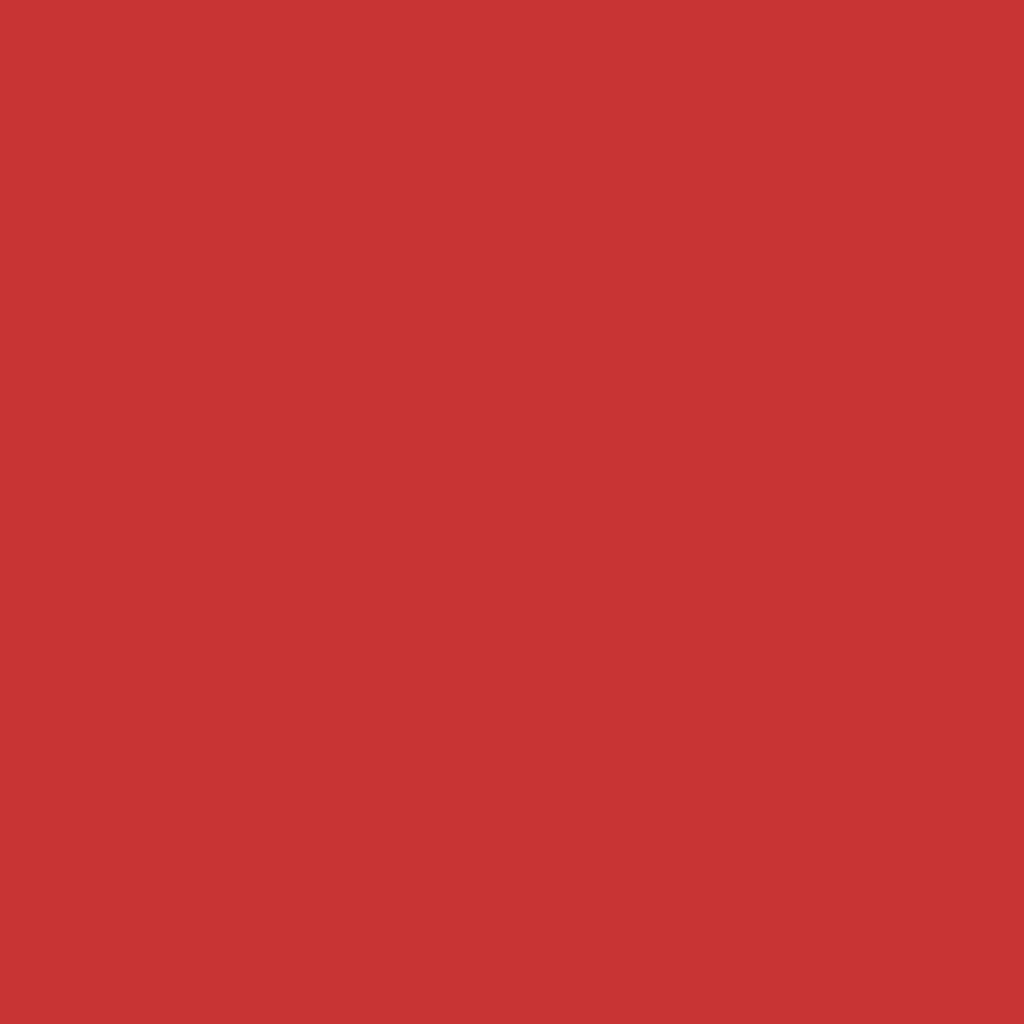
<source format=kicad_pcb>
(kicad_pcb (version 3) (host pcbnew "(2013-07-07 BZR 4022)-stable")
  (title_block (title "Mörkö control board") (rev 0v1) (company Fabtech))
  (layers (15 F.Cu signal hide) (0 B.Cu signal hide) (18 B.Paste user hide) (19 F.Paste user hide) (20 B.SilkS user hide) (21 F.SilkS user hide) (22 B.Mask user hide) (23 F.Mask user hide) (28 Edge.Cuts user hide))
  (net 0 "")
  (net 1 /BR_A)
  (net 2 /BR_B)
  (net 3 /Full_bridge_block_1/OUT1)
  (net 4 /Full_bridge_block_1/OUT2)
  (net 5 /Full_bridge_block_1/PWM)
  (net 6 /Full_bridge_block_1/dis/)
  (net 7 /Full_bridge_block_2/OUT1)
  (net 8 /Full_bridge_block_2/OUT2)
  (net 9 /Full_bridge_block_2/PWM)
  (net 10 /Full_bridge_block_2/dis/)
  (net 11 /Str_Servo)
  (net 12 /Thr_Servo)
  (net 13 12V)
  (net 14 5V)
  (net 15 GND)
  (net 16 N-000001)
  (net 17 N-0000012)
  (net 18 N-0000013)
  (net 19 N-0000014)
  (net 20 N-0000015)
  (net 21 N-0000016)
  (net 22 N-0000017)
  (net 23 N-0000018)
  (net 24 N-0000019)
  (net 25 N-000002)
  (net 26 N-0000020)
  (net 27 N-0000025)
  (net 28 N-0000035)
  (net 29 N-0000038)
  (net 30 N-000004)
  (net 31 N-0000048)
  (net 32 N-0000049)
  (net 33 N-000005)
  (net 34 N-0000050)
  (net 35 N-0000051)
  (net 36 N-0000052)
  (net 37 N-0000053)
  (net 38 N-0000054)
  (net 39 N-0000055)
  (net 40 N-0000056)
  (net 41 N-0000057)
  (net 42 N-0000058)
  (net 43 N-0000059)
  (net 44 N-000006)
  (net 45 N-0000060)
  (net 46 N-0000061)
  (net 47 N-0000062)
  (net 48 N-0000064)
  (net 49 N-0000065)
  (net 50 N-0000066)
  (net 51 N-0000067)
  (net 52 N-0000068)
  (net 53 N-000007)
  (net 54 N-0000070)
  (net 55 N-0000071)
  (net 56 N-0000072)
  (net 57 N-0000073)
  (net 58 N-0000074)
  (net 59 N-0000075)
  (net 60 N-0000076)
  (net 61 N-0000077)
  (net 62 N-0000078)
  (net 63 N-0000079)
  (net 64 Vin)
  (module ASTUB (layer F.Cu) (at 0 0)
    (fp_text reference ASTUB (at 0 0.00003) (layer F.SilkS) (effects (font (size 0.00003 0.00003) (thickness 0.000007))))
    (fp_text value VAL** (at 0 -0.00003) (layer F.SilkS) (effects (font (size 0.00003 0.00003) (thickness 0.000007))))
    (fp_poly (pts) (layer F.Cu) (width 0.00012))
    (pad 1 smd rect (at 0 0) (size 1 1) (layers F.Cu))
  )
  (module TO252 (layer F.Cu) (at 110.6 69.4 90)
    (fp_text reference U102 (at -3.8 -5.6 180) (layer F.SilkS))
    (fp_text value LM317MDT (at 3.8 -5.45 180) (layer F.SilkS))
    (pad 2 smd rect (at 0 -6.45 90) (size 5.5 5.7) (layers F.Cu F.Paste F.Mask) (net 14 5V))
    (pad 1 smd rect (at -2.3 0.1 90) (size 1.4 1.9) (layers F.Cu F.Paste F.Mask) (net 28 N-0000035))
    (pad 3 smd rect (at 2.3 0.1 90) (size 1.4 1.9) (layers F.Cu F.Paste F.Mask) (net 13 12V))
  )
  (module TO252 (layer F.Cu) (at 126.3 69.4 90)
    (fp_text reference U101 (at -3.8 -5.6 180) (layer F.SilkS))
    (fp_text value LM317MDT (at 3.8 -5.45 180) (layer F.SilkS))
    (pad 2 smd rect (at 0 -6.45 90) (size 5.5 5.7) (layers F.Cu F.Paste F.Mask) (net 13 12V))
    (pad 1 smd rect (at -2.3 0.1 90) (size 1.4 1.9) (layers F.Cu F.Paste F.Mask) (net 29 N-0000038))
    (pad 3 smd rect (at 2.3 0.1 90) (size 1.4 1.9) (layers F.Cu F.Paste F.Mask) (net 64 Vin))
  )
  (module SOT669 (layer F.Cu) (at 159.1 98.8 270)
    (fp_text reference Q204 (at 0 -5.715 270) (layer F.SilkS))
    (fp_text value PSMN8R0 (at 3.556 -1.905 360) (layer F.SilkS))
    (pad 5 smd rect (at 0 -1.55 270) (size 4.2 3.1) (layers F.Cu F.Paste F.Mask) (net 4 /Full_bridge_block_1/OUT2))
    (pad 5 smd rect (at 0 -3.85 270) (size 5 1.8) (layers F.Cu F.Paste F.Mask) (net 4 /Full_bridge_block_1/OUT2))
    (pad 1 smd rect (at -1.905 2.032 270) (size 0.7 2) (layers F.Cu F.Paste F.Mask) (net 15 GND))
    (pad 2 smd rect (at -0.635 2.032 270) (size 0.7 2) (layers F.Cu F.Paste F.Mask) (net 15 GND))
    (pad 3 smd rect (at 0.635 2.032 270) (size 0.7 2) (layers F.Cu F.Paste F.Mask) (net 15 GND))
    (pad 4 smd rect (at 1.905 2.032 270) (size 0.7 2) (layers F.Cu F.Paste F.Mask) (net 43 N-0000059))
  )
  (module SOT669 (layer F.Cu) (at 161.1 115.8 90)
    (fp_text reference Q301 (at 0 -5.715 90) (layer F.SilkS))
    (fp_text value PSMN8R0 (at 3.556 -1.905 180) (layer F.SilkS))
    (pad 5 smd rect (at 0 -1.55 90) (size 4.2 3.1) (layers F.Cu F.Paste F.Mask) (net 64 Vin))
    (pad 5 smd rect (at 0 -3.85 90) (size 5 1.8) (layers F.Cu F.Paste F.Mask) (net 64 Vin))
    (pad 1 smd rect (at -1.905 2.032 90) (size 0.7 2) (layers F.Cu F.Paste F.Mask) (net 7 /Full_bridge_block_2/OUT1))
    (pad 2 smd rect (at -0.635 2.032 90) (size 0.7 2) (layers F.Cu F.Paste F.Mask) (net 7 /Full_bridge_block_2/OUT1))
    (pad 3 smd rect (at 0.635 2.032 90) (size 0.7 2) (layers F.Cu F.Paste F.Mask) (net 7 /Full_bridge_block_2/OUT1))
    (pad 4 smd rect (at 1.905 2.032 90) (size 0.7 2) (layers F.Cu F.Paste F.Mask) (net 56 N-0000072))
  )
  (module SOT669 (layer F.Cu) (at 159.1 108.8 270)
    (fp_text reference Q302 (at 0 -5.715 270) (layer F.SilkS))
    (fp_text value PSMN8R0 (at 3.556 -1.905 360) (layer F.SilkS))
    (pad 5 smd rect (at 0 -1.55 270) (size 4.2 3.1) (layers F.Cu F.Paste F.Mask) (net 7 /Full_bridge_block_2/OUT1))
    (pad 5 smd rect (at 0 -3.85 270) (size 5 1.8) (layers F.Cu F.Paste F.Mask) (net 7 /Full_bridge_block_2/OUT1))
    (pad 1 smd rect (at -1.905 2.032 270) (size 0.7 2) (layers F.Cu F.Paste F.Mask) (net 15 GND))
    (pad 2 smd rect (at -0.635 2.032 270) (size 0.7 2) (layers F.Cu F.Paste F.Mask) (net 15 GND))
    (pad 3 smd rect (at 0.635 2.032 270) (size 0.7 2) (layers F.Cu F.Paste F.Mask) (net 15 GND))
    (pad 4 smd rect (at 1.905 2.032 270) (size 0.7 2) (layers F.Cu F.Paste F.Mask) (net 57 N-0000073))
  )
  (module SOT669 (layer F.Cu) (at 161.1 124.8 90)
    (fp_text reference Q303 (at 0 -5.715 90) (layer F.SilkS))
    (fp_text value PSMN8R0 (at 3.556 -1.905 180) (layer F.SilkS))
    (pad 5 smd rect (at 0 -1.55 90) (size 4.2 3.1) (layers F.Cu F.Paste F.Mask) (net 64 Vin))
    (pad 5 smd rect (at 0 -3.85 90) (size 5 1.8) (layers F.Cu F.Paste F.Mask) (net 64 Vin))
    (pad 1 smd rect (at -1.905 2.032 90) (size 0.7 2) (layers F.Cu F.Paste F.Mask) (net 8 /Full_bridge_block_2/OUT2))
    (pad 2 smd rect (at -0.635 2.032 90) (size 0.7 2) (layers F.Cu F.Paste F.Mask) (net 8 /Full_bridge_block_2/OUT2))
    (pad 3 smd rect (at 0.635 2.032 90) (size 0.7 2) (layers F.Cu F.Paste F.Mask) (net 8 /Full_bridge_block_2/OUT2))
    (pad 4 smd rect (at 1.905 2.032 90) (size 0.7 2) (layers F.Cu F.Paste F.Mask) (net 58 N-0000074))
  )
  (module SOT669 (layer F.Cu) (at 159.1 130.8 270)
    (fp_text reference Q304 (at 0 -5.715 270) (layer F.SilkS))
    (fp_text value PSMN8R0 (at 3.556 -1.905 360) (layer F.SilkS))
    (pad 5 smd rect (at 0 -1.55 270) (size 4.2 3.1) (layers F.Cu F.Paste F.Mask) (net 8 /Full_bridge_block_2/OUT2))
    (pad 5 smd rect (at 0 -3.85 270) (size 5 1.8) (layers F.Cu F.Paste F.Mask) (net 8 /Full_bridge_block_2/OUT2))
    (pad 1 smd rect (at -1.905 2.032 270) (size 0.7 2) (layers F.Cu F.Paste F.Mask) (net 15 GND))
    (pad 2 smd rect (at -0.635 2.032 270) (size 0.7 2) (layers F.Cu F.Paste F.Mask) (net 15 GND))
    (pad 3 smd rect (at 0.635 2.032 270) (size 0.7 2) (layers F.Cu F.Paste F.Mask) (net 15 GND))
    (pad 4 smd rect (at 1.905 2.032 270) (size 0.7 2) (layers F.Cu F.Paste F.Mask) (net 60 N-0000076))
  )
  (module SOT669 (layer F.Cu) (at 161.1 92.8 90)
    (fp_text reference Q203 (at 0 -5.715 90) (layer F.SilkS))
    (fp_text value PSMN8R0 (at 3.556 -1.905 180) (layer F.SilkS))
    (pad 5 smd rect (at 0 -1.55 90) (size 4.2 3.1) (layers F.Cu F.Paste F.Mask) (net 64 Vin))
    (pad 5 smd rect (at 0 -3.85 90) (size 5 1.8) (layers F.Cu F.Paste F.Mask) (net 64 Vin))
    (pad 1 smd rect (at -1.905 2.032 90) (size 0.7 2) (layers F.Cu F.Paste F.Mask) (net 4 /Full_bridge_block_1/OUT2))
    (pad 2 smd rect (at -0.635 2.032 90) (size 0.7 2) (layers F.Cu F.Paste F.Mask) (net 4 /Full_bridge_block_1/OUT2))
    (pad 3 smd rect (at 0.635 2.032 90) (size 0.7 2) (layers F.Cu F.Paste F.Mask) (net 4 /Full_bridge_block_1/OUT2))
    (pad 4 smd rect (at 1.905 2.032 90) (size 0.7 2) (layers F.Cu F.Paste F.Mask) (net 41 N-0000057))
  )
  (module SOT669 (layer F.Cu) (at 159.1 77.8 270)
    (fp_text reference Q202 (at 0 -5.715 270) (layer F.SilkS))
    (fp_text value PSMN8R0 (at 3.556 -1.905 360) (layer F.SilkS))
    (pad 5 smd rect (at 0 -1.55 270) (size 4.2 3.1) (layers F.Cu F.Paste F.Mask) (net 3 /Full_bridge_block_1/OUT1))
    (pad 5 smd rect (at 0 -3.85 270) (size 5 1.8) (layers F.Cu F.Paste F.Mask) (net 3 /Full_bridge_block_1/OUT1))
    (pad 1 smd rect (at -1.905 2.032 270) (size 0.7 2) (layers F.Cu F.Paste F.Mask) (net 15 GND))
    (pad 2 smd rect (at -0.635 2.032 270) (size 0.7 2) (layers F.Cu F.Paste F.Mask) (net 15 GND))
    (pad 3 smd rect (at 0.635 2.032 270) (size 0.7 2) (layers F.Cu F.Paste F.Mask) (net 15 GND))
    (pad 4 smd rect (at 1.905 2.032 270) (size 0.7 2) (layers F.Cu F.Paste F.Mask) (net 40 N-0000056))
  )
  (module SOT669 (layer F.Cu) (at 161.1 83.8 90)
    (fp_text reference Q201 (at 0 -5.715 90) (layer F.SilkS))
    (fp_text value PSMN8R0 (at 3.556 -1.905 180) (layer F.SilkS))
    (pad 5 smd rect (at 0 -1.55 90) (size 4.2 3.1) (layers F.Cu F.Paste F.Mask) (net 64 Vin))
    (pad 5 smd rect (at 0 -3.85 90) (size 5 1.8) (layers F.Cu F.Paste F.Mask) (net 64 Vin))
    (pad 1 smd rect (at -1.905 2.032 90) (size 0.7 2) (layers F.Cu F.Paste F.Mask) (net 3 /Full_bridge_block_1/OUT1))
    (pad 2 smd rect (at -0.635 2.032 90) (size 0.7 2) (layers F.Cu F.Paste F.Mask) (net 3 /Full_bridge_block_1/OUT1))
    (pad 3 smd rect (at 0.635 2.032 90) (size 0.7 2) (layers F.Cu F.Paste F.Mask) (net 3 /Full_bridge_block_1/OUT1))
    (pad 4 smd rect (at 1.905 2.032 90) (size 0.7 2) (layers F.Cu F.Paste F.Mask) (net 39 N-0000055))
  )
  (module so-8 (layer B.Cu) (at 150.7 98.3)
    (fp_text reference U203 (at 0 1.016) (layer B.SilkS) (effects (font (size 0.7493 0.7493) (thickness 0.14986)) (justify mirror)))
    (fp_text value LM5104 (at 0 -1.016) (layer B.SilkS) (effects (font (size 0.7493 0.7493) (thickness 0.14986)) (justify mirror)))
    (pad 1 smd rect (at -1.905 -2.794) (size 0.635 1.27) (layers B.Cu B.Paste B.Mask) (net 13 12V))
    (pad 2 smd rect (at -0.635 -2.794) (size 0.635 1.27) (layers B.Cu B.Paste B.Mask) (net 36 N-0000052))
    (pad 3 smd rect (at 0.635 -2.794) (size 0.635 1.27) (layers B.Cu B.Paste B.Mask) (net 35 N-0000051))
    (pad 4 smd rect (at 1.905 -2.794) (size 0.635 1.27) (layers B.Cu B.Paste B.Mask) (net 4 /Full_bridge_block_1/OUT2))
    (pad 5 smd rect (at 1.905 2.794) (size 0.635 1.27) (layers B.Cu B.Paste B.Mask) (net 45 N-0000060))
    (pad 6 smd rect (at 0.635 2.794) (size 0.635 1.27) (layers B.Cu B.Paste B.Mask) (net 38 N-0000054))
    (pad 7 smd rect (at -0.635 2.794) (size 0.635 1.27) (layers B.Cu B.Paste B.Mask) (net 15 GND))
    (pad 8 smd rect (at -1.905 2.794) (size 0.635 1.27) (layers B.Cu B.Paste B.Mask) (net 42 N-0000058))
  )
  (module so-8 (layer B.Cu) (at 150.6 80.6 180)
    (fp_text reference U202 (at 0 1.016 180) (layer B.SilkS) (effects (font (size 0.7493 0.7493) (thickness 0.14986)) (justify mirror)))
    (fp_text value LM5104 (at 0 -1.016 180) (layer B.SilkS) (effects (font (size 0.7493 0.7493) (thickness 0.14986)) (justify mirror)))
    (pad 1 smd rect (at -1.905 -2.794 180) (size 0.635 1.27) (layers B.Cu B.Paste B.Mask) (net 13 12V))
    (pad 2 smd rect (at -0.635 -2.794 180) (size 0.635 1.27) (layers B.Cu B.Paste B.Mask) (net 31 N-0000048))
    (pad 3 smd rect (at 0.635 -2.794 180) (size 0.635 1.27) (layers B.Cu B.Paste B.Mask) (net 32 N-0000049))
    (pad 4 smd rect (at 1.905 -2.794 180) (size 0.635 1.27) (layers B.Cu B.Paste B.Mask) (net 3 /Full_bridge_block_1/OUT1))
    (pad 5 smd rect (at 1.905 2.794 180) (size 0.635 1.27) (layers B.Cu B.Paste B.Mask) (net 46 N-0000061))
    (pad 6 smd rect (at 0.635 2.794 180) (size 0.635 1.27) (layers B.Cu B.Paste B.Mask) (net 37 N-0000053))
    (pad 7 smd rect (at -0.635 2.794 180) (size 0.635 1.27) (layers B.Cu B.Paste B.Mask) (net 15 GND))
    (pad 8 smd rect (at -1.905 2.794 180) (size 0.635 1.27) (layers B.Cu B.Paste B.Mask) (net 34 N-0000050))
  )
  (module so-8 (layer B.Cu) (at 150.7 111.7 180)
    (fp_text reference U302 (at 0 1.016 180) (layer B.SilkS) (effects (font (size 0.7493 0.7493) (thickness 0.14986)) (justify mirror)))
    (fp_text value LM5104 (at 0 -1.016 180) (layer B.SilkS) (effects (font (size 0.7493 0.7493) (thickness 0.14986)) (justify mirror)))
    (pad 1 smd rect (at -1.905 -2.794 180) (size 0.635 1.27) (layers B.Cu B.Paste B.Mask) (net 13 12V))
    (pad 2 smd rect (at -0.635 -2.794 180) (size 0.635 1.27) (layers B.Cu B.Paste B.Mask) (net 49 N-0000065))
    (pad 3 smd rect (at 0.635 -2.794 180) (size 0.635 1.27) (layers B.Cu B.Paste B.Mask) (net 48 N-0000064))
    (pad 4 smd rect (at 1.905 -2.794 180) (size 0.635 1.27) (layers B.Cu B.Paste B.Mask) (net 7 /Full_bridge_block_2/OUT1))
    (pad 5 smd rect (at 1.905 2.794 180) (size 0.635 1.27) (layers B.Cu B.Paste B.Mask) (net 62 N-0000078))
    (pad 6 smd rect (at 0.635 2.794 180) (size 0.635 1.27) (layers B.Cu B.Paste B.Mask) (net 54 N-0000070))
    (pad 7 smd rect (at -0.635 2.794 180) (size 0.635 1.27) (layers B.Cu B.Paste B.Mask) (net 15 GND))
    (pad 8 smd rect (at -1.905 2.794 180) (size 0.635 1.27) (layers B.Cu B.Paste B.Mask) (net 50 N-0000066))
  )
  (module so-8 (layer B.Cu) (at 150.1 132.8)
    (fp_text reference U303 (at 0 1.016) (layer B.SilkS) (effects (font (size 0.7493 0.7493) (thickness 0.14986)) (justify mirror)))
    (fp_text value LM5104 (at 0 -1.016) (layer B.SilkS) (effects (font (size 0.7493 0.7493) (thickness 0.14986)) (justify mirror)))
    (pad 1 smd rect (at -1.905 -2.794) (size 0.635 1.27) (layers B.Cu B.Paste B.Mask) (net 13 12V))
    (pad 2 smd rect (at -0.635 -2.794) (size 0.635 1.27) (layers B.Cu B.Paste B.Mask) (net 52 N-0000068))
    (pad 3 smd rect (at 0.635 -2.794) (size 0.635 1.27) (layers B.Cu B.Paste B.Mask) (net 51 N-0000067))
    (pad 4 smd rect (at 1.905 -2.794) (size 0.635 1.27) (layers B.Cu B.Paste B.Mask) (net 8 /Full_bridge_block_2/OUT2))
    (pad 5 smd rect (at 1.905 2.794) (size 0.635 1.27) (layers B.Cu B.Paste B.Mask) (net 61 N-0000077))
    (pad 6 smd rect (at 0.635 2.794) (size 0.635 1.27) (layers B.Cu B.Paste B.Mask) (net 55 N-0000071))
    (pad 7 smd rect (at -0.635 2.794) (size 0.635 1.27) (layers B.Cu B.Paste B.Mask) (net 15 GND))
    (pad 8 smd rect (at -1.905 2.794) (size 0.635 1.27) (layers B.Cu B.Paste B.Mask) (net 59 N-0000075))
  )
  (module so-14 (layer F.Cu) (at 131.7 122.2)
    (fp_text reference U301 (at 0 -1.016) (layer F.SilkS) (effects (font (size 0.7493 0.7493) (thickness 0.14986))))
    (fp_text value 4001 (at 0 1.016) (layer F.SilkS) (effects (font (size 0.7493 0.7493) (thickness 0.14986))))
    (pad 1 smd rect (at -3.81 2.794) (size 0.635 1.27) (layers F.Cu F.Paste F.Mask) (net 9 /Full_bridge_block_2/PWM))
    (pad 2 smd rect (at -2.54 2.794) (size 0.635 1.27) (layers F.Cu F.Paste F.Mask) (net 9 /Full_bridge_block_2/PWM))
    (pad 3 smd rect (at -1.27 2.794) (size 0.635 1.27) (layers F.Cu F.Paste F.Mask) (net 63 N-0000079))
    (pad 4 smd rect (at 0 2.794) (size 0.635 1.27) (layers F.Cu F.Paste F.Mask))
    (pad 5 smd rect (at 1.27 2.794) (size 0.635 1.27) (layers F.Cu F.Paste F.Mask) (net 15 GND))
    (pad 6 smd rect (at 2.54 2.794) (size 0.635 1.27) (layers F.Cu F.Paste F.Mask) (net 15 GND))
    (pad 7 smd rect (at 3.81 2.794) (size 0.635 1.27) (layers F.Cu F.Paste F.Mask) (net 15 GND))
    (pad 8 smd rect (at 3.81 -2.794) (size 0.635 1.27) (layers F.Cu F.Paste F.Mask) (net 63 N-0000079))
    (pad 9 smd rect (at 2.54 -2.794) (size 0.635 1.27) (layers F.Cu F.Paste F.Mask) (net 10 /Full_bridge_block_2/dis/))
    (pad 10 smd rect (at 1.27 -2.794) (size 0.635 1.27) (layers F.Cu F.Paste F.Mask) (net 54 N-0000070))
    (pad 11 smd rect (at 0 -2.794) (size 0.635 1.27) (layers F.Cu F.Paste F.Mask) (net 55 N-0000071))
    (pad 12 smd rect (at -1.27 -2.794) (size 0.635 1.27) (layers F.Cu F.Paste F.Mask) (net 9 /Full_bridge_block_2/PWM))
    (pad 13 smd rect (at -2.54 -2.794) (size 0.635 1.27) (layers F.Cu F.Paste F.Mask) (net 10 /Full_bridge_block_2/dis/))
    (pad 14 smd rect (at -3.81 -2.794) (size 0.635 1.27) (layers F.Cu F.Paste F.Mask) (net 14 5V))
  )
  (module so-14 (layer F.Cu) (at 131.2 88.9)
    (fp_text reference U201 (at 0 -1.016) (layer F.SilkS) (effects (font (size 0.7493 0.7493) (thickness 0.14986))))
    (fp_text value 4001 (at 0 1.016) (layer F.SilkS) (effects (font (size 0.7493 0.7493) (thickness 0.14986))))
    (pad 1 smd rect (at -3.81 2.794) (size 0.635 1.27) (layers F.Cu F.Paste F.Mask) (net 5 /Full_bridge_block_1/PWM))
    (pad 2 smd rect (at -2.54 2.794) (size 0.635 1.27) (layers F.Cu F.Paste F.Mask) (net 5 /Full_bridge_block_1/PWM))
    (pad 3 smd rect (at -1.27 2.794) (size 0.635 1.27) (layers F.Cu F.Paste F.Mask) (net 47 N-0000062))
    (pad 4 smd rect (at 0 2.794) (size 0.635 1.27) (layers F.Cu F.Paste F.Mask))
    (pad 5 smd rect (at 1.27 2.794) (size 0.635 1.27) (layers F.Cu F.Paste F.Mask) (net 15 GND))
    (pad 6 smd rect (at 2.54 2.794) (size 0.635 1.27) (layers F.Cu F.Paste F.Mask) (net 15 GND))
    (pad 7 smd rect (at 3.81 2.794) (size 0.635 1.27) (layers F.Cu F.Paste F.Mask) (net 15 GND))
    (pad 8 smd rect (at 3.81 -2.794) (size 0.635 1.27) (layers F.Cu F.Paste F.Mask) (net 47 N-0000062))
    (pad 9 smd rect (at 2.54 -2.794) (size 0.635 1.27) (layers F.Cu F.Paste F.Mask) (net 6 /Full_bridge_block_1/dis/))
    (pad 10 smd rect (at 1.27 -2.794) (size 0.635 1.27) (layers F.Cu F.Paste F.Mask) (net 37 N-0000053))
    (pad 11 smd rect (at 0 -2.794) (size 0.635 1.27) (layers F.Cu F.Paste F.Mask) (net 38 N-0000054))
    (pad 12 smd rect (at -1.27 -2.794) (size 0.635 1.27) (layers F.Cu F.Paste F.Mask) (net 5 /Full_bridge_block_1/PWM))
    (pad 13 smd rect (at -2.54 -2.794) (size 0.635 1.27) (layers F.Cu F.Paste F.Mask) (net 6 /Full_bridge_block_1/dis/))
    (pad 14 smd rect (at -3.81 -2.794) (size 0.635 1.27) (layers F.Cu F.Paste F.Mask) (net 14 5V))
  )
  (module SM0805 (layer F.Cu) (at 107.2 64.1 90)
    (fp_text reference R104 (at 0 -0.3175 90) (layer F.SilkS) (effects (font (size 0.50038 0.50038) (thickness 0.10922))))
    (fp_text value 10k (at 0 0.381 90) (layer F.SilkS) (effects (font (size 0.50038 0.50038) (thickness 0.10922))))
    (pad 1 smd rect (at -0.9525 0 90) (size 0.889 1.397) (layers F.Cu F.Paste F.Mask) (net 28 N-0000035))
    (pad 2 smd rect (at 0.9525 0 90) (size 0.889 1.397) (layers F.Cu F.Paste F.Mask) (net 15 GND))
  )
  (module SM0805 (layer F.Cu) (at 154.1 134.8 90)
    (fp_text reference R306 (at 0 -0.3175 90) (layer F.SilkS) (effects (font (size 0.50038 0.50038) (thickness 0.10922))))
    (fp_text value R (at 0 0.381 90) (layer F.SilkS) (effects (font (size 0.50038 0.50038) (thickness 0.10922))))
    (pad 1 smd rect (at -0.9525 0 90) (size 0.889 1.397) (layers F.Cu F.Paste F.Mask) (net 59 N-0000075))
    (pad 2 smd rect (at 0.9525 0 90) (size 0.889 1.397) (layers F.Cu F.Paste F.Mask) (net 60 N-0000076))
  )
  (module SM0805 (layer B.Cu) (at 154.1 130.8 90)
    (fp_text reference R305 (at 0 0.3175 90) (layer B.SilkS) (effects (font (size 0.50038 0.50038) (thickness 0.10922)) (justify mirror)))
    (fp_text value R (at 0 -0.381 90) (layer B.SilkS) (effects (font (size 0.50038 0.50038) (thickness 0.10922)) (justify mirror)))
    (pad 1 smd rect (at -0.9525 0 90) (size 0.889 1.397) (layers B.Cu B.Paste B.Mask) (net 51 N-0000067))
    (pad 2 smd rect (at 0.9525 0 90) (size 0.889 1.397) (layers B.Cu B.Paste B.Mask) (net 58 N-0000074))
  )
  (module SM0805 (layer F.Cu) (at 153.6 111.4)
    (fp_text reference R304 (at 0 -0.3175) (layer F.SilkS) (effects (font (size 0.50038 0.50038) (thickness 0.10922))))
    (fp_text value R (at 0 0.381) (layer F.SilkS) (effects (font (size 0.50038 0.50038) (thickness 0.10922))))
    (pad 1 smd rect (at -0.9525 0) (size 0.889 1.397) (layers F.Cu F.Paste F.Mask) (net 50 N-0000066))
    (pad 2 smd rect (at 0.9525 0) (size 0.889 1.397) (layers F.Cu F.Paste F.Mask) (net 57 N-0000073))
  )
  (module SM0805 (layer F.Cu) (at 149.6 111.5)
    (fp_text reference R303 (at 0 -0.3175) (layer F.SilkS) (effects (font (size 0.50038 0.50038) (thickness 0.10922))))
    (fp_text value R (at 0 0.381) (layer F.SilkS) (effects (font (size 0.50038 0.50038) (thickness 0.10922))))
    (pad 1 smd rect (at -0.9525 0) (size 0.889 1.397) (layers F.Cu F.Paste F.Mask) (net 48 N-0000064))
    (pad 2 smd rect (at 0.9525 0) (size 0.889 1.397) (layers F.Cu F.Paste F.Mask) (net 56 N-0000072))
  )
  (module SM0805 (layer B.Cu) (at 154.3 96.9 90)
    (fp_text reference R205 (at 0 0.3175 90) (layer B.SilkS) (effects (font (size 0.50038 0.50038) (thickness 0.10922)) (justify mirror)))
    (fp_text value R (at 0 -0.381 90) (layer B.SilkS) (effects (font (size 0.50038 0.50038) (thickness 0.10922)) (justify mirror)))
    (pad 1 smd rect (at -0.9525 0 90) (size 0.889 1.397) (layers B.Cu B.Paste B.Mask) (net 35 N-0000051))
    (pad 2 smd rect (at 0.9525 0 90) (size 0.889 1.397) (layers B.Cu B.Paste B.Mask) (net 41 N-0000057))
  )
  (module SM0805 (layer B.Cu) (at 150 75.9)
    (fp_text reference R201 (at 0 0.3175) (layer B.SilkS) (effects (font (size 0.50038 0.50038) (thickness 0.10922)) (justify mirror)))
    (fp_text value R (at 0 -0.381) (layer B.SilkS) (effects (font (size 0.50038 0.50038) (thickness 0.10922)) (justify mirror)))
    (pad 1 smd rect (at -0.9525 0) (size 0.889 1.397) (layers B.Cu B.Paste B.Mask) (net 46 N-0000061))
    (pad 2 smd rect (at 0.9525 0) (size 0.889 1.397) (layers B.Cu B.Paste B.Mask) (net 15 GND))
  )
  (module SM0805 (layer B.Cu) (at 151.3 103 180)
    (fp_text reference R202 (at 0 0.3175 180) (layer B.SilkS) (effects (font (size 0.50038 0.50038) (thickness 0.10922)) (justify mirror)))
    (fp_text value R (at 0 -0.381 180) (layer B.SilkS) (effects (font (size 0.50038 0.50038) (thickness 0.10922)) (justify mirror)))
    (pad 1 smd rect (at -0.9525 0 180) (size 0.889 1.397) (layers B.Cu B.Paste B.Mask) (net 45 N-0000060))
    (pad 2 smd rect (at 0.9525 0 180) (size 0.889 1.397) (layers B.Cu B.Paste B.Mask) (net 15 GND))
  )
  (module SM0805 (layer F.Cu) (at 104.5 65.1)
    (fp_text reference R103 (at 0 -0.3175) (layer F.SilkS) (effects (font (size 0.50038 0.50038) (thickness 0.10922))))
    (fp_text value 3k85 (at 0 0.381) (layer F.SilkS) (effects (font (size 0.50038 0.50038) (thickness 0.10922))))
    (pad 1 smd rect (at -0.9525 0) (size 0.889 1.397) (layers F.Cu F.Paste F.Mask) (net 14 5V))
    (pad 2 smd rect (at 0.9525 0) (size 0.889 1.397) (layers F.Cu F.Paste F.Mask) (net 28 N-0000035))
  )
  (module SM0805 (layer F.Cu) (at 123.3 64.2 90)
    (fp_text reference R102 (at 0 -0.3175 90) (layer F.SilkS) (effects (font (size 0.50038 0.50038) (thickness 0.10922))))
    (fp_text value 10k (at 0 0.381 90) (layer F.SilkS) (effects (font (size 0.50038 0.50038) (thickness 0.10922))))
    (pad 1 smd rect (at -0.9525 0 90) (size 0.889 1.397) (layers F.Cu F.Paste F.Mask) (net 29 N-0000038))
    (pad 2 smd rect (at 0.9525 0 90) (size 0.889 1.397) (layers F.Cu F.Paste F.Mask) (net 15 GND))
  )
  (module SM0805 (layer F.Cu) (at 120.4 65.2)
    (fp_text reference R101 (at 0 -0.3175) (layer F.SilkS) (effects (font (size 0.50038 0.50038) (thickness 0.10922))))
    (fp_text value 1k021 (at 0 0.381) (layer F.SilkS) (effects (font (size 0.50038 0.50038) (thickness 0.10922))))
    (pad 1 smd rect (at -0.9525 0) (size 0.889 1.397) (layers F.Cu F.Paste F.Mask) (net 13 12V))
    (pad 2 smd rect (at 0.9525 0) (size 0.889 1.397) (layers F.Cu F.Paste F.Mask) (net 29 N-0000038))
  )
  (module SM0805 (layer F.Cu) (at 154.7 101.7 90)
    (fp_text reference R206 (at 0 -0.3175 90) (layer F.SilkS) (effects (font (size 0.50038 0.50038) (thickness 0.10922))))
    (fp_text value R (at 0 0.381 90) (layer F.SilkS) (effects (font (size 0.50038 0.50038) (thickness 0.10922))))
    (pad 1 smd rect (at -0.9525 0 90) (size 0.889 1.397) (layers F.Cu F.Paste F.Mask) (net 42 N-0000058))
    (pad 2 smd rect (at 0.9525 0 90) (size 0.889 1.397) (layers F.Cu F.Paste F.Mask) (net 43 N-0000059))
  )
  (module SM0805 (layer F.Cu) (at 153.5 80.1)
    (fp_text reference R204 (at 0 -0.3175) (layer F.SilkS) (effects (font (size 0.50038 0.50038) (thickness 0.10922))))
    (fp_text value R (at 0 0.381) (layer F.SilkS) (effects (font (size 0.50038 0.50038) (thickness 0.10922))))
    (pad 1 smd rect (at -0.9525 0) (size 0.889 1.397) (layers F.Cu F.Paste F.Mask) (net 34 N-0000050))
    (pad 2 smd rect (at 0.9525 0) (size 0.889 1.397) (layers F.Cu F.Paste F.Mask) (net 40 N-0000056))
  )
  (module SM0805 (layer F.Cu) (at 149.9 80.2)
    (fp_text reference R203 (at 0 -0.3175) (layer F.SilkS) (effects (font (size 0.50038 0.50038) (thickness 0.10922))))
    (fp_text value R (at 0 0.381) (layer F.SilkS) (effects (font (size 0.50038 0.50038) (thickness 0.10922))))
    (pad 1 smd rect (at -0.9525 0) (size 0.889 1.397) (layers F.Cu F.Paste F.Mask) (net 32 N-0000049))
    (pad 2 smd rect (at 0.9525 0) (size 0.889 1.397) (layers F.Cu F.Paste F.Mask) (net 39 N-0000055))
  )
  (module SM0805 (layer B.Cu) (at 150.8 137.6 180)
    (fp_text reference R302 (at 0 0.3175 180) (layer B.SilkS) (effects (font (size 0.50038 0.50038) (thickness 0.10922)) (justify mirror)))
    (fp_text value R (at 0 -0.381 180) (layer B.SilkS) (effects (font (size 0.50038 0.50038) (thickness 0.10922)) (justify mirror)))
    (pad 1 smd rect (at -0.9525 0 180) (size 0.889 1.397) (layers B.Cu B.Paste B.Mask) (net 61 N-0000077))
    (pad 2 smd rect (at 0.9525 0 180) (size 0.889 1.397) (layers B.Cu B.Paste B.Mask) (net 15 GND))
  )
  (module SM0805 (layer B.Cu) (at 150 106.8)
    (fp_text reference R301 (at 0 0.3175) (layer B.SilkS) (effects (font (size 0.50038 0.50038) (thickness 0.10922)) (justify mirror)))
    (fp_text value R (at 0 -0.381) (layer B.SilkS) (effects (font (size 0.50038 0.50038) (thickness 0.10922)) (justify mirror)))
    (pad 1 smd rect (at -0.9525 0) (size 0.889 1.397) (layers B.Cu B.Paste B.Mask) (net 62 N-0000078))
    (pad 2 smd rect (at 0.9525 0) (size 0.889 1.397) (layers B.Cu B.Paste B.Mask) (net 15 GND))
  )
  (module PIN_ARRAY_3X1 (layer F.Cu) (at 123 100)
    (fp_text reference K102 (at 0.254 -2.159) (layer F.SilkS) (effects (font (size 1.016 1.016) (thickness 0.1524))))
    (fp_text value CONN_3 hide)
    (pad 1 thru_hole rect (at -2.54 0) (size 1.524 1.524) (drill 1.016) (layers *.Cu *.Mask F.SilkS) (net 11 /Str_Servo))
    (pad 2 thru_hole circle (at 0 0) (size 1.524 1.524) (drill 1.016) (layers *.Cu *.Mask F.SilkS) (net 14 5V))
    (pad 3 thru_hole circle (at 2.54 0) (size 1.524 1.524) (drill 1.016) (layers *.Cu *.Mask F.SilkS) (net 15 GND))
  )
  (module PIN_ARRAY_3X1 (layer F.Cu) (at 123 102.6)
    (fp_text reference K101 (at 0.254 -2.159) (layer F.SilkS) (effects (font (size 1.016 1.016) (thickness 0.1524))))
    (fp_text value CONN_3 hide)
    (pad 1 thru_hole rect (at -2.54 0) (size 1.524 1.524) (drill 1.016) (layers *.Cu *.Mask F.SilkS) (net 12 /Thr_Servo))
    (pad 2 thru_hole circle (at 0 0) (size 1.524 1.524) (drill 1.016) (layers *.Cu *.Mask F.SilkS) (net 14 5V))
    (pad 3 thru_hole circle (at 2.54 0) (size 1.524 1.524) (drill 1.016) (layers *.Cu *.Mask F.SilkS) (net 15 GND))
  )
  (module G5LE-1_Relay (layer F.Cu) (at 100.8 131.9 270)
    (fp_text reference K105 (at -5.2 -9.5 270) (layer F.SilkS))
    (fp_text value RELAY_1RT (at 10.7 -9.4 270) (layer F.SilkS))
    (pad 5 thru_hole circle (at -7.75 -0.25 270) (size 3 3) (drill 1.3) (layers *.Cu *.Mask F.SilkS) (net 16 N-000001))
    (pad 8 thru_hole circle (at -5.75 -6.25 270) (size 3 3) (drill 1.3) (layers *.Cu *.Mask F.SilkS) (net 13 12V))
    (pad 1 thru_hole circle (at 4.45 -6.25 270) (size 3 3) (drill 1.3) (layers *.Cu *.Mask F.SilkS) (net 44 N-000006))
    (pad 3 thru_hole circle (at 4.45 5.75 270) (size 3 3) (drill 1.3) (layers *.Cu *.Mask F.SilkS) (net 53 N-000007))
    (pad 9 thru_hole circle (at -5.75 5.75 270) (size 3 3) (drill 1.3) (layers *.Cu *.Mask F.SilkS) (net 20 N-0000015))
  )
  (module G5LE-1_Relay (layer F.Cu) (at 118 131.9 270)
    (fp_text reference K103 (at -5.2 -9.5 270) (layer F.SilkS))
    (fp_text value RELAY_1RT (at 10.7 -9.4 270) (layer F.SilkS))
    (pad 5 thru_hole circle (at -7.75 -0.25 270) (size 3 3) (drill 1.3) (layers *.Cu *.Mask F.SilkS) (net 25 N-000002))
    (pad 8 thru_hole circle (at -5.75 -6.25 270) (size 3 3) (drill 1.3) (layers *.Cu *.Mask F.SilkS) (net 13 12V))
    (pad 1 thru_hole circle (at 4.45 -6.25 270) (size 3 3) (drill 1.3) (layers *.Cu *.Mask F.SilkS) (net 33 N-000005))
    (pad 3 thru_hole circle (at 4.45 5.75 270) (size 3 3) (drill 1.3) (layers *.Cu *.Mask F.SilkS) (net 30 N-000004))
    (pad 9 thru_hole circle (at -5.75 5.75 270) (size 3 3) (drill 1.3) (layers *.Cu *.Mask F.SilkS) (net 27 N-0000025))
  )
  (module CPsmd_8x8.7 (layer F.Cu) (at 143.4 129 270)
    (fp_text reference C101 (at 0.1 -5.2 270) (layer F.SilkS))
    (fp_text value 100u (at 0.7 5.4 270) (layer F.SilkS))
    (fp_text user + (at -5.7 2.1 270) (layer F.SilkS))
    (pad 1 smd rect (at -3.6 0 270) (size 4.4 2) (layers F.Cu F.Paste F.Mask) (net 64 Vin))
    (pad 2 smd rect (at 3.6 0 270) (size 4.4 2) (layers F.Cu F.Paste F.Mask) (net 15 GND))
  )
  (module CPsmd_8x8.7 (layer F.Cu) (at 143.1 83.7 90)
    (fp_text reference C206 (at 0.1 -5.2 90) (layer F.SilkS))
    (fp_text value 100u (at 0.7 5.4 90) (layer F.SilkS))
    (fp_text user + (at -5.7 2.1 90) (layer F.SilkS))
    (pad 1 smd rect (at -3.6 0 90) (size 4.4 2) (layers F.Cu F.Paste F.Mask) (net 64 Vin))
    (pad 2 smd rect (at 3.6 0 90) (size 4.4 2) (layers F.Cu F.Paste F.Mask) (net 15 GND))
  )
  (module CPsmd_8x8.7 (layer F.Cu) (at 157.7 69 180)
    (fp_text reference C207 (at 0.1 -5.2 180) (layer F.SilkS))
    (fp_text value 100u (at 0.7 5.4 180) (layer F.SilkS))
    (fp_text user + (at -5.7 2.1 180) (layer F.SilkS))
    (pad 1 smd rect (at -3.6 0 180) (size 4.4 2) (layers F.Cu F.Paste F.Mask) (net 64 Vin))
    (pad 2 smd rect (at 3.6 0 180) (size 4.4 2) (layers F.Cu F.Paste F.Mask) (net 15 GND))
  )
  (module CPsmd_8x8.7 (layer F.Cu) (at 143.4 116.6 90)
    (fp_text reference C306 (at 0.1 -5.2 90) (layer F.SilkS))
    (fp_text value 100u (at 0.7 5.4 90) (layer F.SilkS))
    (fp_text user + (at -5.7 2.1 90) (layer F.SilkS))
    (pad 1 smd rect (at -3.6 0 90) (size 4.4 2) (layers F.Cu F.Paste F.Mask) (net 64 Vin))
    (pad 2 smd rect (at 3.6 0 90) (size 4.4 2) (layers F.Cu F.Paste F.Mask) (net 15 GND))
  )
  (module CPsmd_8x8.7 (layer F.Cu) (at 143.1 96.3 270)
    (fp_text reference C307 (at 0.1 -5.2 270) (layer F.SilkS))
    (fp_text value 100u (at 0.7 5.4 270) (layer F.SilkS))
    (fp_text user + (at -5.7 2.1 270) (layer F.SilkS))
    (pad 1 smd rect (at -3.6 0 270) (size 4.4 2) (layers F.Cu F.Paste F.Mask) (net 64 Vin))
    (pad 2 smd rect (at 3.6 0 270) (size 4.4 2) (layers F.Cu F.Paste F.Mask) (net 15 GND))
  )
  (module CP2413 (layer F.Cu) (at 142.8 137.2 180)
    (fp_text reference C310 (at 0 -3 180) (layer F.SilkS))
    (fp_text value 10u (at 0 3.3 180) (layer F.SilkS))
    (fp_text user + (at -3.7 2 180) (layer F.SilkS))
    (pad 1 smd rect (at -2.6 0 180) (size 2.9 2.4) (layers F.Cu F.Paste F.Mask) (net 13 12V))
    (pad 2 smd rect (at 2.7 0 180) (size 2.9 2.4) (layers F.Cu F.Paste F.Mask) (net 15 GND))
  )
  (module CP2413 (layer F.Cu) (at 147.7 108.2 180)
    (fp_text reference C311 (at 0 -3 180) (layer F.SilkS))
    (fp_text value 10u (at 0 3.3 180) (layer F.SilkS))
    (fp_text user + (at -3.7 2 180) (layer F.SilkS))
    (pad 1 smd rect (at -2.6 0 180) (size 2.9 2.4) (layers F.Cu F.Paste F.Mask) (net 13 12V))
    (pad 2 smd rect (at 2.7 0 180) (size 2.9 2.4) (layers F.Cu F.Paste F.Mask) (net 15 GND))
  )
  (module CP2413 (layer F.Cu) (at 146.4 75.4 180)
    (fp_text reference C210 (at 0 -3 180) (layer F.SilkS))
    (fp_text value 10u (at 0 3.3 180) (layer F.SilkS))
    (fp_text user + (at -3.7 2 180) (layer F.SilkS))
    (pad 1 smd rect (at -2.6 0 180) (size 2.9 2.4) (layers F.Cu F.Paste F.Mask) (net 13 12V))
    (pad 2 smd rect (at 2.7 0 180) (size 2.9 2.4) (layers F.Cu F.Paste F.Mask) (net 15 GND))
  )
  (module CP2413 (layer F.Cu) (at 114.7 65.9 90)
    (fp_text reference C102 (at 0 -3 180) (layer F.SilkS))
    (fp_text value 10u (at 0 3.3 90) (layer F.SilkS))
    (fp_text user + (at -3.7 2 90) (layer F.SilkS))
    (pad 1 smd rect (at -2.6 0 90) (size 2.9 2.4) (layers F.Cu F.Paste F.Mask) (net 13 12V))
    (pad 2 smd rect (at 2.7 0 90) (size 2.9 2.4) (layers F.Cu F.Paste F.Mask) (net 15 GND))
  )
  (module CP2413 (layer F.Cu) (at 98.7 65.9 90)
    (fp_text reference C103 (at 0 -3 90) (layer F.SilkS))
    (fp_text value 10u (at 0 3.3 90) (layer F.SilkS))
    (fp_text user + (at -3.7 2 90) (layer F.SilkS))
    (pad 1 smd rect (at -2.6 0 90) (size 2.9 2.4) (layers F.Cu F.Paste F.Mask) (net 14 5V))
    (pad 2 smd rect (at 2.7 0 90) (size 2.9 2.4) (layers F.Cu F.Paste F.Mask) (net 15 GND))
  )
  (module CP2413 (layer F.Cu) (at 144.3 104.4 180)
    (fp_text reference C211 (at 0 -3 180) (layer F.SilkS))
    (fp_text value 10u (at 0 3.3 180) (layer F.SilkS))
    (fp_text user + (at -3.7 2 180) (layer F.SilkS))
    (pad 1 smd rect (at -2.6 0 180) (size 2.9 2.4) (layers F.Cu F.Paste F.Mask) (net 13 12V))
    (pad 2 smd rect (at 2.7 0 180) (size 2.9 2.4) (layers F.Cu F.Paste F.Mask) (net 15 GND))
  )
  (module c_1206 (layer B.Cu) (at 154.4 107.7 90)
    (fp_text reference C302 (at 0.0254 1.2954 90) (layer B.SilkS) (effects (font (size 0.50038 0.50038) (thickness 0.11938)) (justify mirror)))
    (fp_text value 100n hide)
    (pad 1 smd rect (at 1.397 0 90) (size 1.6002 1.8034) (layers B.Cu B.Paste B.Mask) (net 15 GND))
    (pad 2 smd rect (at -1.397 0 90) (size 1.6002 1.8034) (layers B.Cu B.Paste B.Mask) (net 13 12V))
  )
  (module c_1206 (layer B.Cu) (at 144.8 130 180)
    (fp_text reference C303 (at 0.0254 1.2954 180) (layer B.SilkS) (effects (font (size 0.50038 0.50038) (thickness 0.11938)) (justify mirror)))
    (fp_text value 100n hide)
    (pad 1 smd rect (at 1.397 0 180) (size 1.6002 1.8034) (layers B.Cu B.Paste B.Mask) (net 15 GND))
    (pad 2 smd rect (at -1.397 0 180) (size 1.6002 1.8034) (layers B.Cu B.Paste B.Mask) (net 13 12V))
  )
  (module c_1206 (layer F.Cu) (at 125.5 118 270)
    (fp_text reference C301 (at 0.0254 -1.2954 270) (layer F.SilkS) (effects (font (size 0.50038 0.50038) (thickness 0.11938))))
    (fp_text value 100n hide)
    (pad 1 smd rect (at 1.397 0 270) (size 1.6002 1.8034) (layers F.Cu F.Paste F.Mask) (net 14 5V))
    (pad 2 smd rect (at -1.397 0 270) (size 1.6002 1.8034) (layers F.Cu F.Paste F.Mask) (net 15 GND))
  )
  (module c_1206 (layer B.Cu) (at 150.8 127.2 180)
    (fp_text reference C309 (at 0.0254 1.2954 180) (layer B.SilkS) (effects (font (size 0.50038 0.50038) (thickness 0.11938)) (justify mirror)))
    (fp_text value C hide)
    (pad 1 smd rect (at 1.397 0 180) (size 1.6002 1.8034) (layers B.Cu B.Paste B.Mask) (net 52 N-0000068))
    (pad 2 smd rect (at -1.397 0 180) (size 1.6002 1.8034) (layers B.Cu B.Paste B.Mask) (net 8 /Full_bridge_block_2/OUT2))
  )
  (module c_1206 (layer B.Cu) (at 149.9 116.7)
    (fp_text reference C308 (at 0.0254 1.2954) (layer B.SilkS) (effects (font (size 0.50038 0.50038) (thickness 0.11938)) (justify mirror)))
    (fp_text value C hide)
    (pad 1 smd rect (at 1.397 0) (size 1.6002 1.8034) (layers B.Cu B.Paste B.Mask) (net 49 N-0000065))
    (pad 2 smd rect (at -1.397 0) (size 1.6002 1.8034) (layers B.Cu B.Paste B.Mask) (net 7 /Full_bridge_block_2/OUT1))
  )
  (module c_1206 (layer B.Cu) (at 149.8 85.6)
    (fp_text reference C208 (at 0.0254 1.2954) (layer B.SilkS) (effects (font (size 0.50038 0.50038) (thickness 0.11938)) (justify mirror)))
    (fp_text value C hide)
    (pad 1 smd rect (at 1.397 0) (size 1.6002 1.8034) (layers B.Cu B.Paste B.Mask) (net 31 N-0000048))
    (pad 2 smd rect (at -1.397 0) (size 1.6002 1.8034) (layers B.Cu B.Paste B.Mask) (net 3 /Full_bridge_block_1/OUT1))
  )
  (module c_1206 (layer F.Cu) (at 151.3 93.1 180)
    (fp_text reference C209 (at 0.0254 -1.2954 180) (layer F.SilkS) (effects (font (size 0.50038 0.50038) (thickness 0.11938))))
    (fp_text value C hide)
    (pad 1 smd rect (at 1.397 0 180) (size 1.6002 1.8034) (layers F.Cu F.Paste F.Mask) (net 36 N-0000052))
    (pad 2 smd rect (at -1.397 0 180) (size 1.6002 1.8034) (layers F.Cu F.Paste F.Mask) (net 4 /Full_bridge_block_1/OUT2))
  )
  (module c_1206 (layer F.Cu) (at 125.4 84.6 270)
    (fp_text reference C201 (at 0.0254 -1.2954 270) (layer F.SilkS) (effects (font (size 0.50038 0.50038) (thickness 0.11938))))
    (fp_text value 100n hide)
    (pad 1 smd rect (at 1.397 0 270) (size 1.6002 1.8034) (layers F.Cu F.Paste F.Mask) (net 14 5V))
    (pad 2 smd rect (at -1.397 0 270) (size 1.6002 1.8034) (layers F.Cu F.Paste F.Mask) (net 15 GND))
  )
  (module c_1206 (layer B.Cu) (at 154.3 76.9 90)
    (fp_text reference C202 (at 0.0254 1.2954 90) (layer B.SilkS) (effects (font (size 0.50038 0.50038) (thickness 0.11938)) (justify mirror)))
    (fp_text value 100n hide)
    (pad 1 smd rect (at 1.397 0 90) (size 1.6002 1.8034) (layers B.Cu B.Paste B.Mask) (net 15 GND))
    (pad 2 smd rect (at -1.397 0 90) (size 1.6002 1.8034) (layers B.Cu B.Paste B.Mask) (net 13 12V))
  )
  (module c_1206 (layer B.Cu) (at 144.5 97.8 180)
    (fp_text reference C203 (at 0.0254 1.2954 180) (layer B.SilkS) (effects (font (size 0.50038 0.50038) (thickness 0.11938)) (justify mirror)))
    (fp_text value 100n hide)
    (pad 1 smd rect (at 1.397 0 180) (size 1.6002 1.8034) (layers B.Cu B.Paste B.Mask) (net 15 GND))
    (pad 2 smd rect (at -1.397 0 180) (size 1.6002 1.8034) (layers B.Cu B.Paste B.Mask) (net 13 12V))
  )
  (module Arduino_nano (layer F.Cu) (at 108 99.2 180)
    (fp_text reference U103 (at -5.08 -20.32 180) (layer F.SilkS))
    (fp_text value ARDUINO_NANO (at 7.62 -20.32 180) (layer F.SilkS))
    (pad 1 thru_hole oval (at -7.62 -15.24 180) (size 3 1.8) (drill 1.1) (layers *.Cu *.Mask F.SilkS))
    (pad 2 thru_hole oval (at -7.62 -12.7 180) (size 3 1.8) (drill 1.1) (layers *.Cu *.Mask F.SilkS))
    (pad 3 thru_hole oval (at -7.62 -10.16 180) (size 3 1.8) (drill 1.1) (layers *.Cu *.Mask F.SilkS))
    (pad 4 thru_hole oval (at -7.62 -7.62 180) (size 3 1.8) (drill 1.1) (layers *.Cu *.Mask F.SilkS) (net 15 GND))
    (pad 5 thru_hole oval (at -7.62 -5.08 180) (size 3 1.8) (drill 1.1) (layers *.Cu *.Mask F.SilkS) (net 10 /Full_bridge_block_2/dis/))
    (pad 6 thru_hole oval (at -7.62 -2.54 180) (size 3 1.8) (drill 1.1) (layers *.Cu *.Mask F.SilkS) (net 9 /Full_bridge_block_2/PWM))
    (pad 7 thru_hole oval (at -7.62 0 180) (size 3 1.8) (drill 1.1) (layers *.Cu *.Mask F.SilkS) (net 1 /BR_A))
    (pad 8 thru_hole oval (at -7.62 2.54 180) (size 3 1.8) (drill 1.1) (layers *.Cu *.Mask F.SilkS) (net 2 /BR_B))
    (pad 9 thru_hole oval (at -7.62 5.08 180) (size 3 1.8) (drill 1.1) (layers *.Cu *.Mask F.SilkS) (net 12 /Thr_Servo))
    (pad 10 thru_hole oval (at -7.62 7.62 180) (size 3 1.8) (drill 1.1) (layers *.Cu *.Mask F.SilkS) (net 11 /Str_Servo))
    (pad 11 thru_hole oval (at -7.62 10.16 180) (size 3 1.8) (drill 1.1) (layers *.Cu *.Mask F.SilkS))
    (pad 12 thru_hole oval (at -7.62 12.7 180) (size 3 1.8) (drill 1.1) (layers *.Cu *.Mask F.SilkS))
    (pad 13 thru_hole oval (at -7.62 15.24 180) (size 3 1.8) (drill 1.1) (layers *.Cu *.Mask F.SilkS))
    (pad 14 thru_hole oval (at -7.62 17.78 180) (size 3 1.8) (drill 1.1) (layers *.Cu *.Mask F.SilkS) (net 5 /Full_bridge_block_1/PWM))
    (pad 15 thru_hole oval (at -7.62 20.32 180) (size 3 1.8) (drill 1.1) (layers *.Cu *.Mask F.SilkS) (net 6 /Full_bridge_block_1/dis/))
    (pad 16 thru_hole oval (at 7.62 20.32 180) (size 3 1.8) (drill 1.1) (layers *.Cu *.Mask F.SilkS))
    (pad 17 thru_hole oval (at 7.62 17.78 180) (size 3 1.8) (drill 1.1) (layers *.Cu *.Mask F.SilkS))
    (pad 18 thru_hole oval (at 7.62 15.24 180) (size 3 1.8) (drill 1.1) (layers *.Cu *.Mask F.SilkS))
    (pad 19 thru_hole oval (at 7.62 12.7 180) (size 3 1.8) (drill 1.1) (layers *.Cu *.Mask F.SilkS) (net 26 N-0000020))
    (pad 20 thru_hole oval (at 7.62 10.16 180) (size 3 1.8) (drill 1.1) (layers *.Cu *.Mask F.SilkS) (net 24 N-0000019))
    (pad 21 thru_hole oval (at 7.62 7.62 180) (size 3 1.8) (drill 1.1) (layers *.Cu *.Mask F.SilkS) (net 23 N-0000018))
    (pad 22 thru_hole oval (at 7.62 5.08 180) (size 3 1.8) (drill 1.1) (layers *.Cu *.Mask F.SilkS) (net 21 N-0000016))
    (pad 23 thru_hole oval (at 7.62 2.54 180) (size 3 1.8) (drill 1.1) (layers *.Cu *.Mask F.SilkS) (net 22 N-0000017))
    (pad 24 thru_hole oval (at 7.62 0 180) (size 3 1.8) (drill 1.1) (layers *.Cu *.Mask F.SilkS) (net 19 N-0000014))
    (pad 25 thru_hole oval (at 7.62 -2.54 180) (size 3 1.8) (drill 1.1) (layers *.Cu *.Mask F.SilkS) (net 17 N-0000012))
    (pad 26 thru_hole oval (at 7.62 -5.08 180) (size 3 1.8) (drill 1.1) (layers *.Cu *.Mask F.SilkS) (net 18 N-0000013))
    (pad 27 thru_hole oval (at 7.62 -7.62 180) (size 3 1.8) (drill 1.1) (layers *.Cu *.Mask F.SilkS) (net 14 5V))
    (pad 28 thru_hole oval (at 7.62 -10.16 180) (size 3 1.8) (drill 1.1) (layers *.Cu *.Mask F.SilkS))
    (pad 29 thru_hole oval (at 7.62 -12.7 180) (size 3 1.8) (drill 1.1) (layers *.Cu *.Mask F.SilkS) (net 15 GND))
    (pad 30 thru_hole oval (at 7.62 -15.24 180) (size 3 1.8) (drill 1.1) (layers *.Cu *.Mask F.SilkS))
  )
  (module 6pin_large_screw_term (layer F.Cu) (at 184.4 66.1 270)
    (fp_text reference P101 (at 6.096 -3.8354 270) (layer F.SilkS))
    (fp_text value CONN_6 (at 54.0131 -3.7465 270) (layer F.SilkS))
    (pad 1 thru_hole circle (at 0 0 270) (size 3 3) (drill 1.6) (layers *.Cu *.Mask F.SilkS) (net 15 GND))
    (pad 1 thru_hole circle (at 4.0132 0 270) (size 3 3) (drill 1.6) (layers *.Cu *.Mask F.SilkS) (net 15 GND))
    (pad 2 thru_hole circle (at 10.16 10.16 270) (size 3 3) (drill 1.6) (layers *.Cu *.Mask F.SilkS) (net 64 Vin))
    (pad 2 thru_hole circle (at 14.1732 10.16 270) (size 3 3) (drill 1.6) (layers *.Cu *.Mask F.SilkS) (net 64 Vin))
    (pad 3 thru_hole circle (at 20.32 0 270) (size 3 3) (drill 1.6) (layers *.Cu *.Mask F.SilkS) (net 3 /Full_bridge_block_1/OUT1))
    (pad 3 thru_hole circle (at 24.3332 0 270) (size 3 3) (drill 1.6) (layers *.Cu *.Mask F.SilkS) (net 3 /Full_bridge_block_1/OUT1))
    (pad 4 thru_hole circle (at 30.48 10.16 270) (size 3 3) (drill 1.6) (layers *.Cu *.Mask F.SilkS) (net 4 /Full_bridge_block_1/OUT2))
    (pad 4 thru_hole circle (at 34.4932 10.16 270) (size 3 3) (drill 1.6) (layers *.Cu *.Mask F.SilkS) (net 4 /Full_bridge_block_1/OUT2))
    (pad 5 thru_hole circle (at 40.64 0.0254 270) (size 3 3) (drill 1.6) (layers *.Cu *.Mask F.SilkS) (net 7 /Full_bridge_block_2/OUT1))
    (pad 5 thru_hole circle (at 44.6532 0.0127 270) (size 3 3) (drill 1.6) (layers *.Cu *.Mask F.SilkS) (net 7 /Full_bridge_block_2/OUT1))
    (pad 6 thru_hole circle (at 50.8 10.16 270) (size 3 3) (drill 1.6) (layers *.Cu *.Mask F.SilkS) (net 8 /Full_bridge_block_2/OUT2))
    (pad 6 thru_hole circle (at 54.8132 10.16 270) (size 3 3) (drill 1.6) (layers *.Cu *.Mask F.SilkS) (net 8 /Full_bridge_block_2/OUT2))
  )
  (module 3pin_5mm_screw_term (layer F.Cu) (at 118.4 148.6)
    (fp_text reference K104 (at 0 -4.1) (layer F.SilkS))
    (fp_text value CONN_3 (at 9 -1.2 90) (layer F.SilkS))
    (pad 1 thru_hole oval (at -5 0) (size 3 3) (drill 1.3) (layers *.Cu *.Mask F.SilkS) (net 30 N-000004))
    (pad 2 thru_hole oval (at 0 0) (size 3 3) (drill 1.3) (layers *.Cu *.Mask F.SilkS) (net 25 N-000002))
    (pad 3 thru_hole oval (at 5 0) (size 3 3) (drill 1.3) (layers *.Cu *.Mask F.SilkS) (net 33 N-000005))
  )
  (module 3pin_5mm_screw_term (layer F.Cu) (at 101 148.6)
    (fp_text reference K106 (at 0 -4.1) (layer F.SilkS))
    (fp_text value CONN_3 (at 9 -1.2 90) (layer F.SilkS))
    (pad 1 thru_hole oval (at -5 0) (size 3 3) (drill 1.3) (layers *.Cu *.Mask F.SilkS) (net 53 N-000007))
    (pad 2 thru_hole oval (at 0 0) (size 3 3) (drill 1.3) (layers *.Cu *.Mask F.SilkS) (net 16 N-000001))
    (pad 3 thru_hole oval (at 5 0) (size 3 3) (drill 1.3) (layers *.Cu *.Mask F.SilkS) (net 44 N-000006))
  )
  (module SOT23 (layer B.Cu) (at 112.3 122.2)
    (fp_text reference Q101 (at 1.99898 0.09906 270) (layer B.SilkS) (effects (font (size 0.762 0.762) (thickness 0.11938)) (justify mirror)))
    (fp_text value BSS138 (at 0.0635 0) (layer B.SilkS) (effects (font (size 0.50038 0.50038) (thickness 0.09906)) (justify mirror)))
    (pad 3 smd rect (at 0 1.09982) (size 0.8001 1.00076) (layers B.Cu B.Paste B.Mask) (net 27 N-0000025))
    (pad 2 smd rect (at 0.9525 -1.09982) (size 0.8001 1.00076) (layers B.Cu B.Paste B.Mask) (net 15 GND))
    (pad 1 smd rect (at -0.9525 -1.09982) (size 0.8001 1.00076) (layers B.Cu B.Paste B.Mask) (net 1 /BR_A))
  )
  (module SOT23 (layer B.Cu) (at 95.1 122.1)
    (fp_text reference Q102 (at 1.99898 0.09906 270) (layer B.SilkS) (effects (font (size 0.762 0.762) (thickness 0.11938)) (justify mirror)))
    (fp_text value BSS138 (at 0.0635 0) (layer B.SilkS) (effects (font (size 0.50038 0.50038) (thickness 0.09906)) (justify mirror)))
    (pad 3 smd rect (at 0 1.09982) (size 0.8001 1.00076) (layers B.Cu B.Paste B.Mask) (net 20 N-0000015))
    (pad 2 smd rect (at 0.9525 -1.09982) (size 0.8001 1.00076) (layers B.Cu B.Paste B.Mask) (net 15 GND))
    (pad 1 smd rect (at -0.9525 -1.09982) (size 0.8001 1.00076) (layers B.Cu B.Paste B.Mask) (net 2 /BR_B))
  )
  (module SIL-10 (layer F.Cu) (at 94.3229 97.9043 270)
    (fp_text reference P1 (at -6.35 -2.54 270) (layer F.SilkS) (effects (font (size 1.72974 1.08712) (thickness 0.3048))))
    (fp_text value CONN_10 (at 6.35 -2.54 270) (layer F.SilkS) (effects (font (size 1.524 1.016) (thickness 0.3048))))
    (pad 1 thru_hole rect (at -11.43 0 270) (size 1.397 1.397) (drill 0.8128) (layers *.Cu *.Mask F.SilkS) (net 26 N-0000020))
    (pad 2 thru_hole circle (at -8.89 0 270) (size 1.397 1.397) (drill 0.8128) (layers *.Cu *.Mask F.SilkS) (net 24 N-0000019))
    (pad 3 thru_hole circle (at -6.35 0 270) (size 1.397 1.397) (drill 0.8128) (layers *.Cu *.Mask F.SilkS) (net 23 N-0000018))
    (pad 4 thru_hole circle (at -3.81 0 270) (size 1.397 1.397) (drill 0.8128) (layers *.Cu *.Mask F.SilkS) (net 21 N-0000016))
    (pad 5 thru_hole circle (at -1.27 0 270) (size 1.397 1.397) (drill 0.8128) (layers *.Cu *.Mask F.SilkS) (net 22 N-0000017))
    (pad 6 thru_hole circle (at 1.27 0 270) (size 1.397 1.397) (drill 0.8128) (layers *.Cu *.Mask F.SilkS) (net 19 N-0000014))
    (pad 7 thru_hole circle (at 3.81 0 270) (size 1.397 1.397) (drill 0.8128) (layers *.Cu *.Mask F.SilkS) (net 17 N-0000012))
    (pad 8 thru_hole circle (at 6.35 0 270) (size 1.397 1.397) (drill 0.8128) (layers *.Cu *.Mask F.SilkS) (net 18 N-0000013))
    (pad 9 thru_hole circle (at 8.89 0 270) (size 1.397 1.397) (drill 0.8128) (layers *.Cu *.Mask F.SilkS) (net 15 GND))
    (pad 10 thru_hole circle (at 11.43 0 270) (size 1.397 1.397) (drill 0.8128) (layers *.Cu *.Mask F.SilkS) (net 14 5V))
  )
  (gr_text "Mörkö motor control board\n(c) Tapio Rautio 2014" (at 152.654 145.669) (layer F.SilkS) (effects (font (size 1.5 1.5) (thickness 0.3))))
  (target plus (at 89.3445 57.2643) (size 0.005) (width 0.1) (layer Edge.Cuts))
  (target plus (at 183.6166 151.1554) (size 0.005) (width 0.1) (layer Edge.Cuts))
  (gr_line (start 86.4127 154.1) (end 86.4127 54.1) (angle 90) (layer Edge.Cuts) (width 0.1))
  (gr_line (start 186.4 154.1) (end 86.4 154.1) (angle 90) (layer Edge.Cuts) (width 0.1))
  (gr_line (start 186.4 54.1) (end 186.4 154.1) (angle 90) (layer Edge.Cuts) (width 0.1))
  (gr_line (start 86.4 54.1) (end 186.4 54.1) (angle 90) (layer Edge.Cuts) (width 0.1))
  (segment (start 115.62 99.2) (end 113.8 99.2) (width 0.3) (layer B.Cu) (net 1))
  (segment (start 111.3 121.1) (end 111.3475 121.10018) (width 0.3) (layer B.Cu) (net 1))
  (segment (start 111.3 118.4) (end 111.3 121.1) (width 0.3) (layer B.Cu) (net 1))
  (segment (start 113 116.7) (end 111.3 118.4) (width 0.3) (layer B.Cu) (net 1))
  (segment (start 113 100) (end 113 116.7) (width 0.3) (layer B.Cu) (net 1))
  (segment (start 113.8 99.2) (end 113 100) (width 0.3) (layer B.Cu) (net 1))
  (segment (start 115.62 96.66) (end 109.14 96.66) (width 0.3) (layer B.Cu) (net 2))
  (segment (start 94.1 121) (end 94.1475 121.00018) (width 0.3) (layer B.Cu) (net 2))
  (segment (start 94.1 119) (end 94.1 121) (width 0.3) (layer B.Cu) (net 2))
  (segment (start 94.6 118.5) (end 94.1 119) (width 0.3) (layer B.Cu) (net 2))
  (segment (start 96 118.5) (end 94.6 118.5) (width 0.3) (layer B.Cu) (net 2))
  (segment (start 97.6 116.9) (end 96 118.5) (width 0.3) (layer B.Cu) (net 2))
  (segment (start 103 116.9) (end 97.6 116.9) (width 0.3) (layer B.Cu) (net 2))
  (segment (start 106 113.9) (end 103 116.9) (width 0.3) (layer B.Cu) (net 2))
  (segment (start 106 99.8) (end 106 113.9) (width 0.3) (layer B.Cu) (net 2))
  (segment (start 109.14 96.66) (end 106 99.8) (width 0.3) (layer B.Cu) (net 2))
  (segment (start 160.65 77.8) (end 160.65 78.25) (width 0.3) (layer F.Cu) (net 3))
  (via (at 162.9 75.8) (size 0.6) (layers F.Cu B.Cu) (net 3))
  (segment (start 162.8 76.8) (end 162.9 75.8) (width 0.3) (layer F.Cu) (net 3))
  (segment (start 162.9 76.9) (end 162.8 76.8) (width 0.3) (layer F.Cu) (net 3))
  (via (at 162.9 76.9) (size 0.6) (layers F.Cu B.Cu) (net 3))
  (segment (start 163 77.7) (end 162.9 76.9) (width 0.3) (layer B.Cu) (net 3))
  (segment (start 162.9 77.8) (end 163 77.7) (width 0.3) (layer B.Cu) (net 3))
  (via (at 162.9 77.8) (size 0.6) (layers F.Cu B.Cu) (net 3))
  (segment (start 162.9 78.8) (end 162.9 77.8) (width 0.3) (layer F.Cu) (net 3))
  (via (at 162.9 78.8) (size 0.6) (layers F.Cu B.Cu) (net 3))
  (segment (start 162.9 79.8) (end 162.9 78.8) (width 0.3) (layer B.Cu) (net 3))
  (via (at 162.9 79.8) (size 0.6) (layers F.Cu B.Cu) (net 3))
  (segment (start 162.9 77.9) (end 162.9 79.8) (width 0.3) (layer F.Cu) (net 3))
  (segment (start 161.6 76.3) (end 162.9 77.9) (width 0.3) (layer F.Cu) (net 3))
  (via (at 161.6 76.3) (size 0.6) (layers F.Cu B.Cu) (net 3))
  (segment (start 161.6 77.3) (end 161.6 76.3) (width 0.3) (layer B.Cu) (net 3))
  (via (at 161.6 77.3) (size 0.6) (layers F.Cu B.Cu) (net 3))
  (segment (start 161.6 78.3) (end 161.6 77.3) (width 0.3) (layer F.Cu) (net 3))
  (via (at 161.6 78.3) (size 0.6) (layers F.Cu B.Cu) (net 3))
  (segment (start 161.6 79.3) (end 161.6 78.3) (width 0.3) (layer B.Cu) (net 3))
  (via (at 161.6 79.3) (size 0.6) (layers F.Cu B.Cu) (net 3))
  (segment (start 160.6 79.3) (end 161.6 79.3) (width 0.3) (layer F.Cu) (net 3))
  (via (at 160.6 79.3) (size 0.6) (layers F.Cu B.Cu) (net 3))
  (segment (start 160.6 78.3) (end 160.6 79.3) (width 0.3) (layer B.Cu) (net 3))
  (via (at 160.6 78.3) (size 0.6) (layers F.Cu B.Cu) (net 3))
  (segment (start 160.6 77.3) (end 160.6 78.3) (width 0.3) (layer F.Cu) (net 3))
  (via (at 160.6 77.3) (size 0.6) (layers F.Cu B.Cu) (net 3))
  (segment (start 160.6 76.3) (end 160.6 77.3) (width 0.3) (layer B.Cu) (net 3))
  (via (at 160.6 76.3) (size 0.6) (layers F.Cu B.Cu) (net 3))
  (segment (start 159.6 76.3) (end 160.6 76.3) (width 0.3) (layer F.Cu) (net 3))
  (via (at 159.6 76.3) (size 0.6) (layers F.Cu B.Cu) (net 3))
  (segment (start 159.6 77.3) (end 159.6 76.3) (width 0.3) (layer B.Cu) (net 3))
  (via (at 159.6 77.3) (size 0.6) (layers F.Cu B.Cu) (net 3))
  (segment (start 159.6 78.3) (end 159.6 77.3) (width 0.3) (layer F.Cu) (net 3))
  (via (at 159.6 78.3) (size 0.6) (layers F.Cu B.Cu) (net 3))
  (segment (start 159.6 79.3) (end 159.6 78.3) (width 0.3) (layer B.Cu) (net 3))
  (via (at 159.6 79.3) (size 0.6) (layers F.Cu B.Cu) (net 3))
  (segment (start 160.65 78.25) (end 159.6 79.3) (width 0.3) (layer F.Cu) (net 3))
  (segment (start 148.403 85.6) (end 148.403 86.703) (width 0.3) (layer B.Cu) (net 3))
  (segment (start 159.9 80.4) (end 159.9 78.9) (width 0.3) (layer B.Cu) (net 3))
  (segment (start 159.6 80.7) (end 159.9 80.4) (width 0.3) (layer B.Cu) (net 3))
  (segment (start 156.2 80.7) (end 159.6 80.7) (width 0.3) (layer B.Cu) (net 3))
  (segment (start 155.4 81.5) (end 156.2 80.7) (width 0.3) (layer B.Cu) (net 3))
  (segment (start 154.4 81.5) (end 155.4 81.5) (width 0.3) (layer B.Cu) (net 3))
  (segment (start 154 81.9) (end 154.4 81.5) (width 0.3) (layer B.Cu) (net 3))
  (segment (start 154 86.4) (end 154 81.9) (width 0.3) (layer B.Cu) (net 3))
  (segment (start 153.4 87) (end 154 86.4) (width 0.3) (layer B.Cu) (net 3))
  (segment (start 148.7 87) (end 153.4 87) (width 0.3) (layer B.Cu) (net 3))
  (segment (start 148.403 86.703) (end 148.7 87) (width 0.3) (layer B.Cu) (net 3))
  (segment (start 148.695 83.394) (end 148.695 84.305) (width 0.3) (layer B.Cu) (net 3))
  (segment (start 148.4 85.6) (end 148.403 85.6) (width 0.3) (layer B.Cu) (net 3))
  (segment (start 148.4 84.6) (end 148.4 85.6) (width 0.3) (layer B.Cu) (net 3))
  (segment (start 148.695 84.305) (end 148.4 84.6) (width 0.3) (layer B.Cu) (net 3))
  (segment (start 152.605 95.506) (end 152.605 94.495) (width 0.3) (layer B.Cu) (net 4))
  (segment (start 152.7 93.1) (end 152.697 93.1) (width 0.3) (layer F.Cu) (net 4))
  (via (at 152.7 93.1) (size 0.6) (layers F.Cu B.Cu) (net 4))
  (segment (start 152.7 94.4) (end 152.7 93.1) (width 0.3) (layer B.Cu) (net 4))
  (segment (start 152.605 94.495) (end 152.7 94.4) (width 0.3) (layer B.Cu) (net 4))
  (segment (start 160.65 98.8) (end 160.65 99.35) (width 0.3) (layer F.Cu) (net 4))
  (via (at 162.9 98.8) (size 0.6) (layers F.Cu B.Cu) (net 4))
  (segment (start 162.9 97.8) (end 162.9 98.8) (width 0.3) (layer F.Cu) (net 4))
  (via (at 162.9 97.8) (size 0.6) (layers F.Cu B.Cu) (net 4))
  (segment (start 162.9 99.8) (end 162.9 97.8) (width 0.3) (layer B.Cu) (net 4))
  (via (at 162.9 99.8) (size 0.6) (layers F.Cu B.Cu) (net 4))
  (segment (start 162.9 100.8) (end 162.9 99.8) (width 0.3) (layer F.Cu) (net 4))
  (via (at 162.9 100.8) (size 0.6) (layers F.Cu B.Cu) (net 4))
  (segment (start 162.9 96.8) (end 162.9 100.8) (width 0.3) (layer B.Cu) (net 4))
  (via (at 162.9 96.8) (size 0.6) (layers F.Cu B.Cu) (net 4))
  (segment (start 162.1 96.8) (end 162.9 96.8) (width 0.3) (layer F.Cu) (net 4))
  (segment (start 161.6 97.3) (end 162.1 96.8) (width 0.3) (layer F.Cu) (net 4))
  (via (at 161.6 97.3) (size 0.6) (layers F.Cu B.Cu) (net 4))
  (segment (start 161.6 98.3) (end 161.6 97.3) (width 0.3) (layer B.Cu) (net 4))
  (via (at 161.6 98.3) (size 0.6) (layers F.Cu B.Cu) (net 4))
  (segment (start 161.6 99.3) (end 161.6 98.3) (width 0.3) (layer F.Cu) (net 4))
  (via (at 161.6 99.3) (size 0.6) (layers F.Cu B.Cu) (net 4))
  (segment (start 161.6 100.3) (end 161.6 99.3) (width 0.3) (layer B.Cu) (net 4))
  (via (at 161.6 100.3) (size 0.6) (layers F.Cu B.Cu) (net 4))
  (segment (start 160.6 100.3) (end 161.6 100.3) (width 0.3) (layer F.Cu) (net 4))
  (via (at 160.6 100.3) (size 0.6) (layers F.Cu B.Cu) (net 4))
  (segment (start 160.6 99.3) (end 160.6 100.3) (width 0.3) (layer B.Cu) (net 4))
  (via (at 160.6 99.3) (size 0.6) (layers F.Cu B.Cu) (net 4))
  (segment (start 160.6 98.3) (end 160.6 99.3) (width 0.3) (layer F.Cu) (net 4))
  (via (at 160.6 98.3) (size 0.6) (layers F.Cu B.Cu) (net 4))
  (segment (start 160.6 97.3) (end 160.6 98.3) (width 0.3) (layer B.Cu) (net 4))
  (via (at 160.6 97.3) (size 0.6) (layers F.Cu B.Cu) (net 4))
  (segment (start 159.7 97.2) (end 160.6 97.3) (width 0.3) (layer F.Cu) (net 4))
  (segment (start 159.6 97.3) (end 159.7 97.2) (width 0.3) (layer F.Cu) (net 4))
  (via (at 159.6 97.3) (size 0.6) (layers F.Cu B.Cu) (net 4))
  (segment (start 159.6 98.3) (end 159.6 97.3) (width 0.3) (layer B.Cu) (net 4))
  (via (at 159.6 98.3) (size 0.6) (layers F.Cu B.Cu) (net 4))
  (segment (start 159.6 99.3) (end 159.6 98.3) (width 0.3) (layer F.Cu) (net 4))
  (via (at 159.6 99.3) (size 0.6) (layers F.Cu B.Cu) (net 4))
  (segment (start 159.6 100.3) (end 159.6 99.3) (width 0.3) (layer B.Cu) (net 4))
  (via (at 159.6 100.3) (size 0.6) (layers F.Cu B.Cu) (net 4))
  (segment (start 160.65 99.35) (end 159.6 100.3) (width 0.3) (layer F.Cu) (net 4))
  (segment (start 152.605 95.506) (end 152.605 96.505) (width 0.3) (layer B.Cu) (net 4))
  (segment (start 159 98.8) (end 160.7 98.8) (width 0.3) (layer B.Cu) (net 4))
  (segment (start 158.7 98.5) (end 159 98.8) (width 0.3) (layer B.Cu) (net 4))
  (segment (start 158.7 97.7) (end 158.7 98.5) (width 0.3) (layer B.Cu) (net 4))
  (segment (start 158.5 97.5) (end 158.7 97.7) (width 0.3) (layer B.Cu) (net 4))
  (segment (start 155.7 97.5) (end 158.5 97.5) (width 0.3) (layer B.Cu) (net 4))
  (segment (start 155.1 96.9) (end 155.7 97.5) (width 0.3) (layer B.Cu) (net 4))
  (segment (start 153 96.9) (end 155.1 96.9) (width 0.3) (layer B.Cu) (net 4))
  (segment (start 152.605 96.505) (end 153 96.9) (width 0.3) (layer B.Cu) (net 4))
  (segment (start 115.62 81.42) (end 126.12 81.42) (width 0.3) (layer B.Cu) (net 5))
  (segment (start 127.9 88.8) (end 127.9 90.1) (width 0.3) (layer F.Cu) (net 5))
  (segment (start 127.6 88.5) (end 127.9 88.8) (width 0.3) (layer F.Cu) (net 5))
  (via (at 127.6 88.5) (size 0.6) (layers F.Cu B.Cu) (net 5))
  (segment (start 126.5 87.4) (end 127.6 88.5) (width 0.3) (layer B.Cu) (net 5))
  (segment (start 126.5 81.8) (end 126.5 87.4) (width 0.3) (layer B.Cu) (net 5))
  (segment (start 126.12 81.42) (end 126.5 81.8) (width 0.3) (layer B.Cu) (net 5))
  (segment (start 129.9 89.4) (end 130.2 89.1) (width 0.3) (layer F.Cu) (net 5))
  (segment (start 128.7 90.1) (end 129.2 90.1) (width 0.3) (layer F.Cu) (net 5))
  (segment (start 129.2 90.1) (end 129.9 89.4) (width 0.3) (layer F.Cu) (net 5))
  (segment (start 129.9 87.1) (end 129.9 86.2) (width 0.3) (layer F.Cu) (net 5))
  (segment (start 130.2 87.4) (end 129.9 87.1) (width 0.3) (layer F.Cu) (net 5))
  (via (at 130.2 87.4) (size 0.6) (layers F.Cu B.Cu) (net 5))
  (segment (start 130.2 89.1) (end 130.2 87.4) (width 0.3) (layer B.Cu) (net 5))
  (via (at 130.2 89.1) (size 0.6) (layers F.Cu B.Cu) (net 5))
  (segment (start 129.9 86.2) (end 129.93 86.106) (width 0.3) (layer F.Cu) (net 5))
  (segment (start 128.66 91.694) (end 128.66 90.14) (width 0.3) (layer F.Cu) (net 5))
  (segment (start 128.66 90.14) (end 128.7 90.1) (width 0.3) (layer F.Cu) (net 5))
  (segment (start 127.39 91.694) (end 127.39 90.61) (width 0.3) (layer F.Cu) (net 5))
  (segment (start 129.9 86.2) (end 129.93 86.106) (width 0.3) (layer F.Cu) (net 5))
  (segment (start 127.9 90.1) (end 128.7 90.1) (width 0.3) (layer F.Cu) (net 5))
  (segment (start 127.39 90.61) (end 127.9 90.1) (width 0.3) (layer F.Cu) (net 5))
  (segment (start 133.74 86.106) (end 133.74 87.26) (width 0.3) (layer F.Cu) (net 6))
  (segment (start 128.7 86.2) (end 128.66 86.106) (width 0.3) (layer F.Cu) (net 6))
  (segment (start 128.7 87.6) (end 128.7 86.2) (width 0.3) (layer F.Cu) (net 6))
  (segment (start 129.2 88.1) (end 128.7 87.6) (width 0.3) (layer F.Cu) (net 6))
  (segment (start 132.9 88.1) (end 129.2 88.1) (width 0.3) (layer F.Cu) (net 6))
  (segment (start 133.74 87.26) (end 132.9 88.1) (width 0.3) (layer F.Cu) (net 6))
  (segment (start 115.62 78.88) (end 125.68 78.88) (width 0.3) (layer B.Cu) (net 6))
  (segment (start 128.7 86.1) (end 128.66 86.106) (width 0.3) (layer F.Cu) (net 6))
  (segment (start 128.7 84.6) (end 128.7 86.1) (width 0.3) (layer F.Cu) (net 6))
  (segment (start 128 83.9) (end 128.7 84.6) (width 0.3) (layer F.Cu) (net 6))
  (via (at 128 83.9) (size 0.6) (layers F.Cu B.Cu) (net 6))
  (segment (start 128 81.2) (end 128 83.9) (width 0.3) (layer B.Cu) (net 6))
  (segment (start 125.68 78.88) (end 128 81.2) (width 0.3) (layer B.Cu) (net 6))
  (segment (start 148.503 116.7) (end 148.503 117.803) (width 0.3) (layer B.Cu) (net 7))
  (via (at 160.6 110.3) (size 0.6) (layers F.Cu B.Cu) (net 7))
  (segment (start 158.8 112.1) (end 160.6 110.3) (width 0.3) (layer B.Cu) (net 7))
  (segment (start 155.9 112.1) (end 158.8 112.1) (width 0.3) (layer B.Cu) (net 7))
  (segment (start 155.1 112.9) (end 155.9 112.1) (width 0.3) (layer B.Cu) (net 7))
  (segment (start 154.2 112.9) (end 155.1 112.9) (width 0.3) (layer B.Cu) (net 7))
  (segment (start 153.9 113.2) (end 154.2 112.9) (width 0.3) (layer B.Cu) (net 7))
  (segment (start 153.9 116.8) (end 153.9 113.2) (width 0.3) (layer B.Cu) (net 7))
  (segment (start 152.5 118.2) (end 153.9 116.8) (width 0.3) (layer B.Cu) (net 7))
  (segment (start 148.9 118.2) (end 152.5 118.2) (width 0.3) (layer B.Cu) (net 7))
  (segment (start 148.503 117.803) (end 148.9 118.2) (width 0.3) (layer B.Cu) (net 7))
  (segment (start 163 108.8) (end 163 108.9) (width 0.3) (layer B.Cu) (net 7))
  (via (at 163 108.8) (size 0.6) (layers F.Cu B.Cu) (net 7))
  (via (at 163 110.8) (size 0.6) (layers F.Cu B.Cu) (net 7))
  (via (at 163 109.8) (size 0.6) (layers F.Cu B.Cu) (net 7))
  (via (at 163 107.8) (size 0.6) (layers F.Cu B.Cu) (net 7))
  (via (at 163 106.8) (size 0.6) (layers F.Cu B.Cu) (net 7))
  (via (at 161.6 107.2) (size 0.6) (layers F.Cu B.Cu) (net 7))
  (via (at 161.6 108.3) (size 0.6) (layers F.Cu B.Cu) (net 7))
  (via (at 161.6 109.3) (size 0.6) (layers F.Cu B.Cu) (net 7))
  (via (at 161.6 110.3) (size 0.6) (layers F.Cu B.Cu) (net 7))
  (via (at 160.6 109.3) (size 0.6) (layers F.Cu B.Cu) (net 7))
  (via (at 160.6 108.3) (size 0.6) (layers F.Cu B.Cu) (net 7))
  (via (at 160.6 107.3) (size 0.6) (layers F.Cu B.Cu) (net 7))
  (via (at 159.6 107.3) (size 0.6) (layers F.Cu B.Cu) (net 7))
  (via (at 159.6 108.3) (size 0.6) (layers F.Cu B.Cu) (net 7))
  (via (at 159.6 109.3) (size 0.6) (layers F.Cu B.Cu) (net 7))
  (via (at 159.6 110.3) (size 0.6) (layers F.Cu B.Cu) (net 7))
  (segment (start 160.65 109.25) (end 159.6 110.3) (width 0.3) (layer F.Cu) (net 7))
  (segment (start 148.795 114.494) (end 148.795 115.205) (width 0.3) (layer B.Cu) (net 7))
  (segment (start 148.503 115.497) (end 148.503 116.7) (width 0.3) (layer B.Cu) (net 7))
  (segment (start 148.795 115.205) (end 148.503 115.497) (width 0.3) (layer B.Cu) (net 7))
  (segment (start 162.6 127.7) (end 162.1 127.7) (width 0.3) (layer B.Cu) (net 8))
  (via (at 159.6 134.6) (size 0.6) (layers F.Cu B.Cu) (net 8))
  (segment (start 159.6 134.6) (end 159.7 134.7) (width 0.3) (layer F.Cu) (net 8))
  (segment (start 159.7 134.7) (end 169.9 134.7) (width 0.3) (layer F.Cu) (net 8))
  (via (at 169.9 134.7) (size 0.6) (layers F.Cu B.Cu) (net 8))
  (segment (start 169.9 134.7) (end 170.4 134.2) (width 0.3) (layer B.Cu) (net 8))
  (segment (start 170.4 134.2) (end 170.4 131.1) (width 0.3) (layer B.Cu) (net 8))
  (via (at 170.4 131.1) (size 0.6) (layers F.Cu B.Cu) (net 8))
  (segment (start 170.4 131.1) (end 177.1 124.4) (width 0.3) (layer F.Cu) (net 8))
  (segment (start 177.1 124.4) (end 177.4 124.4) (width 0.3) (layer F.Cu) (net 8))
  (via (at 177.4 124.4) (size 0.6) (layers F.Cu B.Cu) (net 8))
  (segment (start 177.4 124.4) (end 177.4 115.4) (width 0.3) (layer B.Cu) (net 8))
  (via (at 177.4 115.4) (size 0.6) (layers F.Cu B.Cu) (net 8))
  (segment (start 177.4 115.4) (end 176.6 114.6) (width 0.3) (layer F.Cu) (net 8))
  (segment (start 176.6 114.6) (end 176.6 114.4) (width 0.3) (layer F.Cu) (net 8))
  (via (at 176.6 114.4) (size 0.6) (layers F.Cu B.Cu) (net 8))
  (segment (start 176.6 114.4) (end 176.5 114.5) (width 0.3) (layer B.Cu) (net 8))
  (segment (start 176.5 114.5) (end 172 114.5) (width 0.3) (layer B.Cu) (net 8))
  (via (at 172 114.5) (size 0.6) (layers F.Cu B.Cu) (net 8))
  (segment (start 172 114.5) (end 170.7 115.8) (width 0.3) (layer F.Cu) (net 8))
  (segment (start 170.7 115.8) (end 170.5 115.8) (width 0.3) (layer F.Cu) (net 8))
  (via (at 170.5 115.8) (size 0.6) (layers F.Cu B.Cu) (net 8))
  (segment (start 170.5 115.8) (end 170.6 115.9) (width 0.3) (layer B.Cu) (net 8))
  (segment (start 170.6 115.9) (end 170.6 118.5) (width 0.3) (layer B.Cu) (net 8))
  (via (at 170.6 118.5) (size 0.6) (layers F.Cu B.Cu) (net 8))
  (segment (start 170.6 118.5) (end 167.7 121.4) (width 0.3) (layer F.Cu) (net 8))
  (segment (start 167.7 121.4) (end 167.6 121.4) (width 0.3) (layer F.Cu) (net 8))
  (via (at 167.6 121.4) (size 0.6) (layers F.Cu B.Cu) (net 8))
  (segment (start 167.6 121.4) (end 167.5 121.5) (width 0.3) (layer B.Cu) (net 8))
  (segment (start 167.5 121.5) (end 162.3 121.5) (width 0.3) (layer B.Cu) (net 8))
  (via (at 162.3 121.5) (size 0.6) (layers F.Cu B.Cu) (net 8))
  (segment (start 162.3 121.5) (end 166.1 121.5) (width 0.3) (layer F.Cu) (net 8))
  (segment (start 166.1 121.5) (end 165.9 121.7) (width 0.3) (layer F.Cu) (net 8))
  (segment (start 165.9 121.7) (end 165.9 123.3) (width 0.3) (layer F.Cu) (net 8))
  (via (at 165.9 123.3) (size 0.6) (layers F.Cu B.Cu) (net 8))
  (segment (start 165.9 123.3) (end 166.5 123.9) (width 0.3) (layer B.Cu) (net 8))
  (segment (start 166.5 123.9) (end 166.5 126.5) (width 0.3) (layer B.Cu) (net 8))
  (segment (start 166.5 126.5) (end 164.5 128.5) (width 0.3) (layer B.Cu) (net 8))
  (via (at 164.5 128.5) (size 0.6) (layers F.Cu B.Cu) (net 8))
  (segment (start 164.5 128.5) (end 164.5 129.4) (width 0.3) (layer F.Cu) (net 8))
  (via (at 164.5 129.4) (size 0.6) (layers F.Cu B.Cu) (net 8))
  (segment (start 164.5 129.4) (end 164.5 130.3) (width 0.3) (layer B.Cu) (net 8))
  (via (at 164.5 130.3) (size 0.6) (layers F.Cu B.Cu) (net 8))
  (segment (start 164.5 130.3) (end 164.5 131.2) (width 0.3) (layer F.Cu) (net 8))
  (via (at 164.5 131.2) (size 0.6) (layers F.Cu B.Cu) (net 8))
  (segment (start 164.5 131.2) (end 164.5 132.3) (width 0.3) (layer B.Cu) (net 8))
  (via (at 164.5 132.3) (size 0.6) (layers F.Cu B.Cu) (net 8))
  (segment (start 164.5 132.3) (end 164.5 133.4) (width 0.3) (layer F.Cu) (net 8))
  (via (at 164.5 133.4) (size 0.6) (layers F.Cu B.Cu) (net 8))
  (segment (start 164.5 133.4) (end 165.4 132.5) (width 0.3) (layer B.Cu) (net 8))
  (segment (start 165.4 132.5) (end 165.4 128.8) (width 0.3) (layer B.Cu) (net 8))
  (segment (start 165.4 128.8) (end 164.3 127.7) (width 0.3) (layer B.Cu) (net 8))
  (segment (start 164.3 127.7) (end 163.6 127.7) (width 0.3) (layer B.Cu) (net 8))
  (via (at 163.6 127.7) (size 0.6) (layers F.Cu B.Cu) (net 8))
  (segment (start 163.6 127.7) (end 162.6 127.7) (width 0.3) (layer F.Cu) (net 8))
  (via (at 162.6 127.7) (size 0.6) (layers F.Cu B.Cu) (net 8))
  (segment (start 160.65 131.25) (end 159.6 132.3) (width 0.3) (layer F.Cu) (net 8))
  (via (at 159.6 132.3) (size 0.6) (layers F.Cu B.Cu) (net 8))
  (segment (start 159.6 132.3) (end 159.6 134.6) (width 0.3) (layer B.Cu) (net 8))
  (segment (start 162.5 127.7) (end 162.6 127.7) (width 0.3) (layer F.Cu) (net 8))
  (segment (start 162.1 127.7) (end 162.5 127.7) (width 0.3) (layer F.Cu) (net 8))
  (segment (start 161.6 128.2) (end 162.1 127.7) (width 0.3) (layer F.Cu) (net 8))
  (via (at 161.6 128.2) (size 0.6) (layers F.Cu B.Cu) (net 8))
  (segment (start 162.1 127.7) (end 161.6 128.2) (width 0.3) (layer B.Cu) (net 8))
  (segment (start 152.005 130.006) (end 152.005 128.795) (width 0.3) (layer B.Cu) (net 8))
  (segment (start 152.2 127.3) (end 152.197 127.2) (width 0.3) (layer B.Cu) (net 8))
  (segment (start 152.2 128.6) (end 152.2 127.3) (width 0.3) (layer B.Cu) (net 8))
  (segment (start 152.005 128.795) (end 152.2 128.6) (width 0.3) (layer B.Cu) (net 8))
  (segment (start 152.005 130.006) (end 152.005 130.805) (width 0.3) (layer B.Cu) (net 8))
  (segment (start 152.9 130.8) (end 160.7 130.8) (width 0.3) (layer B.Cu) (net 8))
  (segment (start 152.7 131) (end 152.9 130.8) (width 0.3) (layer B.Cu) (net 8))
  (segment (start 152.2 131) (end 152.7 131) (width 0.3) (layer B.Cu) (net 8))
  (segment (start 152.005 130.805) (end 152.2 131) (width 0.3) (layer B.Cu) (net 8))
  (segment (start 163.132 124.165) (end 164.435 124.165) (width 0.3) (layer F.Cu) (net 8))
  (via (at 165.8 124.2) (size 0.6) (layers F.Cu B.Cu) (net 8))
  (segment (start 165.8 125.3) (end 165.8 124.2) (width 0.3) (layer F.Cu) (net 8))
  (segment (start 165.7 125.4) (end 165.8 125.3) (width 0.3) (layer F.Cu) (net 8))
  (via (at 165.7 125.4) (size 0.6) (layers F.Cu B.Cu) (net 8))
  (segment (start 165.7 126.8) (end 165.7 125.4) (width 0.3) (layer B.Cu) (net 8))
  (via (at 165.7 126.8) (size 0.6) (layers F.Cu B.Cu) (net 8))
  (segment (start 165.5 126.8) (end 165.7 126.8) (width 0.3) (layer F.Cu) (net 8))
  (segment (start 164.9 127.4) (end 165.5 126.8) (width 0.3) (layer F.Cu) (net 8))
  (via (at 164.9 127.4) (size 0.6) (layers F.Cu B.Cu) (net 8))
  (segment (start 164.9 126.1) (end 164.9 127.4) (width 0.3) (layer B.Cu) (net 8))
  (via (at 164.9 126.1) (size 0.6) (layers F.Cu B.Cu) (net 8))
  (segment (start 164.9 124.8) (end 164.9 126.1) (width 0.3) (layer F.Cu) (net 8))
  (via (at 164.9 124.8) (size 0.6) (layers F.Cu B.Cu) (net 8))
  (segment (start 164.9 123.7) (end 164.9 124.8) (width 0.3) (layer B.Cu) (net 8))
  (via (at 164.9 123.7) (size 0.6) (layers F.Cu B.Cu) (net 8))
  (segment (start 164.435 124.165) (end 164.9 123.7) (width 0.3) (layer F.Cu) (net 8))
  (via (at 162.9 132.8) (size 0.6) (layers F.Cu B.Cu) (net 8))
  (via (at 162.9 131.8) (size 0.6) (layers F.Cu B.Cu) (net 8))
  (via (at 162.9 130.8) (size 0.6) (layers F.Cu B.Cu) (net 8))
  (via (at 162.9 129.7) (size 0.6) (layers F.Cu B.Cu) (net 8))
  (via (at 162.9 128.8) (size 0.6) (layers F.Cu B.Cu) (net 8))
  (segment (start 162.9 129) (end 162.9 128.8) (width 0.3) (layer F.Cu) (net 8))
  (segment (start 162.6 129.3) (end 162.9 129) (width 0.3) (layer F.Cu) (net 8))
  (segment (start 161.6 129.3) (end 162.6 129.3) (width 0.3) (layer F.Cu) (net 8))
  (via (at 161.6 129.3) (size 0.6) (layers F.Cu B.Cu) (net 8))
  (via (at 161.6 130.3) (size 0.6) (layers F.Cu B.Cu) (net 8))
  (via (at 161.6 131.3) (size 0.6) (layers F.Cu B.Cu) (net 8))
  (via (at 161.6 132.3) (size 0.6) (layers F.Cu B.Cu) (net 8))
  (segment (start 160.6 132.3) (end 161.6 132.3) (width 0.3) (layer F.Cu) (net 8))
  (via (at 160.6 132.3) (size 0.6) (layers F.Cu B.Cu) (net 8))
  (via (at 160.6 131.3) (size 0.6) (layers F.Cu B.Cu) (net 8))
  (via (at 160.6 130.3) (size 0.6) (layers F.Cu B.Cu) (net 8))
  (via (at 160.6 129.3) (size 0.6) (layers F.Cu B.Cu) (net 8))
  (segment (start 159.6 129.3) (end 160.6 129.3) (width 0.3) (layer F.Cu) (net 8))
  (via (at 159.6 129.3) (size 0.6) (layers F.Cu B.Cu) (net 8))
  (via (at 159.6 130.3) (size 0.6) (layers F.Cu B.Cu) (net 8))
  (via (at 159.6 131.3) (size 0.6) (layers F.Cu B.Cu) (net 8))
  (segment (start 163.3 126.7) (end 163.132 126.705) (width 0.7) (layer F.Cu) (net 8))
  (segment (start 115.62 101.74) (end 117.34 101.74) (width 0.3) (layer B.Cu) (net 9))
  (via (at 128.2 123.7) (size 0.6) (layers F.Cu B.Cu) (net 9))
  (segment (start 126.9 123.7) (end 128.2 123.7) (width 0.3) (layer B.Cu) (net 9))
  (segment (start 123.8 120.6) (end 126.9 123.7) (width 0.3) (layer B.Cu) (net 9))
  (segment (start 123.8 119.2) (end 123.8 120.6) (width 0.3) (layer B.Cu) (net 9))
  (segment (start 118.8 114.2) (end 123.8 119.2) (width 0.3) (layer B.Cu) (net 9))
  (segment (start 118.8 103.2) (end 118.8 114.2) (width 0.3) (layer B.Cu) (net 9))
  (segment (start 117.34 101.74) (end 118.8 103.2) (width 0.3) (layer B.Cu) (net 9))
  (segment (start 127.89 124.994) (end 127.89 124.01) (width 0.3) (layer F.Cu) (net 9))
  (segment (start 128.2 123.7) (end 129.2 123.7) (width 0.3) (layer F.Cu) (net 9))
  (segment (start 127.89 124.01) (end 128.2 123.7) (width 0.3) (layer F.Cu) (net 9))
  (segment (start 130.43 119.406) (end 130.43 122.07) (width 0.3) (layer F.Cu) (net 9))
  (segment (start 129.2 125.1) (end 129.16 124.994) (width 0.3) (layer F.Cu) (net 9))
  (segment (start 129.2 123.3) (end 129.2 123.7) (width 0.3) (layer F.Cu) (net 9))
  (segment (start 129.2 123.7) (end 129.2 125.1) (width 0.3) (layer F.Cu) (net 9))
  (segment (start 130.43 122.07) (end 129.2 123.3) (width 0.3) (layer F.Cu) (net 9))
  (segment (start 115.62 104.28) (end 117.68 104.28) (width 0.3) (layer B.Cu) (net 10))
  (segment (start 129.2 121.6) (end 129.2 121.2) (width 0.3) (layer F.Cu) (net 10))
  (segment (start 128.8 122) (end 129.2 121.6) (width 0.3) (layer F.Cu) (net 10))
  (segment (start 124.2 122) (end 128.8 122) (width 0.3) (layer F.Cu) (net 10))
  (via (at 124.2 122) (size 0.6) (layers F.Cu B.Cu) (net 10))
  (segment (start 123.2 121) (end 124.2 122) (width 0.3) (layer B.Cu) (net 10))
  (segment (start 123.2 119.5) (end 123.2 121) (width 0.3) (layer B.Cu) (net 10))
  (segment (start 118.2 114.5) (end 123.2 119.5) (width 0.3) (layer B.Cu) (net 10))
  (segment (start 118.2 104.8) (end 118.2 114.5) (width 0.3) (layer B.Cu) (net 10))
  (segment (start 117.68 104.28) (end 118.2 104.8) (width 0.3) (layer B.Cu) (net 10))
  (segment (start 134.24 119.406) (end 134.24 120.36) (width 0.3) (layer F.Cu) (net 10))
  (segment (start 129.2 119.5) (end 129.16 119.406) (width 0.3) (layer F.Cu) (net 10))
  (segment (start 129.2 121.2) (end 129.2 119.5) (width 0.3) (layer F.Cu) (net 10))
  (via (at 129.2 121.2) (size 0.6) (layers F.Cu B.Cu) (net 10))
  (segment (start 131.7 121.2) (end 129.2 121.2) (width 0.3) (layer B.Cu) (net 10))
  (via (at 131.7 121.2) (size 0.6) (layers F.Cu B.Cu) (net 10))
  (segment (start 133.4 121.2) (end 131.7 121.2) (width 0.3) (layer F.Cu) (net 10))
  (segment (start 134.24 120.36) (end 133.4 121.2) (width 0.3) (layer F.Cu) (net 10))
  (segment (start 120.46 100) (end 120.46 98.36) (width 0.3) (layer B.Cu) (net 11))
  (segment (start 115.6 91.6) (end 115.62 91.58) (width 0.3) (layer B.Cu) (net 11))
  (segment (start 118.3 91.6) (end 115.6 91.6) (width 0.3) (layer B.Cu) (net 11))
  (segment (start 119.3 92.6) (end 118.3 91.6) (width 0.3) (layer B.Cu) (net 11))
  (segment (start 119.3 97.2) (end 119.3 92.6) (width 0.3) (layer B.Cu) (net 11))
  (segment (start 120.46 98.36) (end 119.3 97.2) (width 0.3) (layer B.Cu) (net 11))
  (segment (start 118.2 95.5) (end 118.2 94.9) (width 0.3) (layer B.Cu) (net 12))
  (segment (start 120 102.6) (end 118.8 101.4) (width 0.3) (layer B.Cu) (net 12))
  (segment (start 118.8 101.4) (end 118.8 98.5) (width 0.3) (layer B.Cu) (net 12))
  (segment (start 118.8 98.5) (end 118.2 97.9) (width 0.3) (layer B.Cu) (net 12))
  (segment (start 118.2 97.9) (end 118.2 95.5) (width 0.3) (layer B.Cu) (net 12))
  (segment (start 120.46 102.6) (end 120 102.6) (width 0.3) (layer B.Cu) (net 12))
  (segment (start 115.6 94.1) (end 115.62 94.12) (width 0.3) (layer B.Cu) (net 12))
  (segment (start 117.4 94.1) (end 115.6 94.1) (width 0.3) (layer B.Cu) (net 12))
  (segment (start 118.2 94.9) (end 117.4 94.1) (width 0.3) (layer B.Cu) (net 12))
  (segment (start 115.7 94.1) (end 115.62 94.12) (width 0.3) (layer B.Cu) (net 12))
  (segment (start 99.3 66.6) (end 98 67.9) (width 1) (layer B.Cu) (net 13))
  (segment (start 98 67.9) (end 98 76.3) (width 1) (layer B.Cu) (net 13))
  (segment (start 98 76.3) (end 91.9979 82.3021) (width 1) (layer B.Cu) (net 13))
  (segment (start 91.9979 82.3021) (end 91.9979 118.5225) (width 1) (layer B.Cu) (net 13))
  (segment (start 92 118.4) (end 92 128.3) (width 1) (layer B.Cu) (net 13))
  (via (at 110.7 67.1) (size 0.6) (layers F.Cu B.Cu) (net 13))
  (segment (start 92.9 129.2) (end 107 129.2) (width 1) (layer B.Cu) (net 13))
  (segment (start 92 128.3) (end 92.9 129.2) (width 1) (layer B.Cu) (net 13))
  (segment (start 110.2 66.6) (end 99.3 66.6) (width 1) (layer B.Cu) (net 13))
  (segment (start 110.7 67.1) (end 110.2 66.6) (width 1) (layer B.Cu) (net 13))
  (segment (start 107 129.2) (end 107 126.2) (width 1) (layer B.Cu) (net 13))
  (segment (start 107.1 126.1) (end 107.05 126.15) (width 0.3) (layer B.Cu) (net 13))
  (segment (start 107 126.2) (end 107.1 126.1) (width 0.3) (layer B.Cu) (net 13))
  (segment (start 124.25 126.15) (end 124.3 126.3) (width 0.3) (layer B.Cu) (net 13))
  (segment (start 121.4 129.2) (end 124.3 126.3) (width 1) (layer B.Cu) (net 13))
  (segment (start 107 129.2) (end 121.4 129.2) (width 1) (layer B.Cu) (net 13))
  (segment (start 124.9 64.9) (end 125.1 65.1) (width 0.3) (layer F.Cu) (net 13))
  (segment (start 119.4475 64.3525) (end 119.8 64) (width 0.3) (layer F.Cu) (net 13))
  (segment (start 119.8 64) (end 122.2 64) (width 0.3) (layer F.Cu) (net 13))
  (segment (start 122.2 64) (end 122.4 64.2) (width 0.3) (layer F.Cu) (net 13))
  (segment (start 122.4 64.2) (end 124.2 64.2) (width 0.3) (layer F.Cu) (net 13))
  (segment (start 124.2 64.2) (end 124.9 64.9) (width 0.3) (layer F.Cu) (net 13))
  (segment (start 132.6 65) (end 157.6 65) (width 1) (layer B.Cu) (net 13))
  (via (at 157.6 65) (size 0.6) (layers F.Cu B.Cu) (net 13))
  (segment (start 157.6 65) (end 157.8 65.2) (width 0.3) (layer F.Cu) (net 13))
  (segment (start 157.8 65.2) (end 157.8 72.9) (width 0.3) (layer F.Cu) (net 13))
  (segment (start 157.8 72.9) (end 157.5 73.2) (width 0.3) (layer F.Cu) (net 13))
  (via (at 157.5 73.2) (size 0.6) (layers F.Cu B.Cu) (net 13))
  (segment (start 157.5 73.2) (end 149 73.2) (width 0.3) (layer B.Cu) (net 13))
  (via (at 149 73.2) (size 0.6) (layers F.Cu B.Cu) (net 13))
  (segment (start 149 75.4) (end 149 73.2) (width 0.3) (layer F.Cu) (net 13))
  (segment (start 119.4475 64.3525) (end 119.4475 65.2) (width 0.3) (layer F.Cu) (net 13))
  (segment (start 132.4 65) (end 132.6 65) (width 1) (layer B.Cu) (net 13))
  (segment (start 132.3 65.1) (end 132.4 65) (width 0.3) (layer B.Cu) (net 13))
  (segment (start 130.1 65.1) (end 132.3 65.1) (width 1) (layer B.Cu) (net 13))
  (via (at 130.1 65.1) (size 0.6) (layers F.Cu B.Cu) (net 13))
  (segment (start 125.1 65.1) (end 130.1 65.1) (width 0.3) (layer F.Cu) (net 13))
  (segment (start 149 75.4) (end 149 77.7) (width 0.3) (layer F.Cu) (net 13))
  (segment (start 149.5 77.7) (end 149 77.7) (width 0.3) (layer F.Cu) (net 13))
  (segment (start 149 77.7) (end 148.4 77.7) (width 0.3) (layer F.Cu) (net 13))
  (segment (start 146 97.8) (end 145.897 97.8) (width 0.3) (layer B.Cu) (net 13))
  (segment (start 147.7 78.4) (end 148.4 77.7) (width 0.3) (layer F.Cu) (net 13))
  (segment (start 147.7 81.4) (end 147.7 78.4) (width 0.3) (layer F.Cu) (net 13))
  (segment (start 147.4 81.7) (end 147.7 81.4) (width 0.3) (layer F.Cu) (net 13))
  (segment (start 146.6 81.7) (end 147.4 81.7) (width 0.3) (layer F.Cu) (net 13))
  (segment (start 144.9 83.4) (end 146.6 81.7) (width 0.3) (layer F.Cu) (net 13))
  (segment (start 140.5 83.4) (end 144.9 83.4) (width 0.3) (layer F.Cu) (net 13))
  (segment (start 140.1 83.8) (end 140.5 83.4) (width 0.3) (layer F.Cu) (net 13))
  (segment (start 140.1 95.8) (end 140.1 83.8) (width 0.3) (layer F.Cu) (net 13))
  (segment (start 141 96.7) (end 140.1 95.8) (width 0.3) (layer F.Cu) (net 13))
  (segment (start 145.8 96.7) (end 141 96.7) (width 0.3) (layer F.Cu) (net 13))
  (segment (start 146 96.9) (end 145.8 96.7) (width 0.3) (layer F.Cu) (net 13))
  (segment (start 146 97.8) (end 146 96.9) (width 0.3) (layer F.Cu) (net 13))
  (via (at 146 97.8) (size 0.6) (layers F.Cu B.Cu) (net 13))
  (segment (start 148.2 108.2) (end 147.8 108.2) (width 0.3) (layer F.Cu) (net 13))
  (segment (start 146.9 106.1) (end 146.9 104.5) (width 0.3) (layer F.Cu) (net 13))
  (segment (start 146.9 104.4) (end 146.9 104.5) (width 0.3) (layer F.Cu) (net 13))
  (segment (start 148.2 108.2) (end 150.3 108.2) (width 0.3) (layer F.Cu) (net 13))
  (segment (start 147.4 106.6) (end 146.9 106.1) (width 0.3) (layer F.Cu) (net 13))
  (segment (start 147.4 107.8) (end 147.4 106.6) (width 0.3) (layer F.Cu) (net 13))
  (segment (start 147.8 108.2) (end 147.4 107.8) (width 0.3) (layer F.Cu) (net 13))
  (via (at 147.2 116.1) (size 0.6) (layers F.Cu B.Cu) (net 13))
  (segment (start 146.197 130) (end 146.2 129.9) (width 0.3) (layer B.Cu) (net 13))
  (via (at 146.2 129.9) (size 0.6) (layers F.Cu B.Cu) (net 13))
  (segment (start 145 128.7) (end 146.2 129.9) (width 0.3) (layer F.Cu) (net 13))
  (segment (start 141.6 128.7) (end 145 128.7) (width 0.3) (layer F.Cu) (net 13))
  (segment (start 140.7 127.8) (end 141.6 128.7) (width 0.3) (layer F.Cu) (net 13))
  (segment (start 140.7 117.8) (end 140.7 127.8) (width 0.3) (layer F.Cu) (net 13))
  (segment (start 142 116.5) (end 140.7 117.8) (width 0.3) (layer F.Cu) (net 13))
  (segment (start 146.8 116.5) (end 142 116.5) (width 0.3) (layer F.Cu) (net 13))
  (segment (start 147.2 116.1) (end 146.8 116.5) (width 0.3) (layer F.Cu) (net 13))
  (segment (start 146.9 105) (end 146.9 104.4) (width 0.3) (layer B.Cu) (net 13))
  (segment (start 147.2 105.3) (end 146.9 105) (width 0.3) (layer B.Cu) (net 13))
  (segment (start 147.2 108.6) (end 147.2 105.3) (width 0.3) (layer B.Cu) (net 13))
  (segment (start 147.2 116.1) (end 147.2 108.6) (width 0.3) (layer B.Cu) (net 13))
  (segment (start 153.8 81.1) (end 153.9 81.1) (width 0.3) (layer B.Cu) (net 13))
  (segment (start 153.9 81.1) (end 154.3 80.7) (width 0.3) (layer B.Cu) (net 13))
  (segment (start 154.3 80.7) (end 154.3 78.3) (width 0.3) (layer B.Cu) (net 13))
  (via (at 154.3 78.3) (size 0.6) (layers F.Cu B.Cu) (net 13))
  (segment (start 154.3 78.3) (end 153.3 78.3) (width 0.3) (layer F.Cu) (net 13))
  (segment (start 153.3 78.3) (end 152.7 77.7) (width 0.3) (layer F.Cu) (net 13))
  (segment (start 152.7 77.7) (end 149.5 77.7) (width 0.3) (layer F.Cu) (net 13))
  (segment (start 149.5 77.7) (end 149.5 77.7) (width 0.3) (layer F.Cu) (net 13))
  (segment (start 152.505 83.394) (end 152.505 81.895) (width 0.3) (layer B.Cu) (net 13))
  (segment (start 153.3 81.1) (end 153.8 81.1) (width 0.3) (layer B.Cu) (net 13))
  (segment (start 152.505 81.895) (end 153.3 81.1) (width 0.3) (layer B.Cu) (net 13))
  (segment (start 149 75.6) (end 149 75.4) (width 0.3) (layer F.Cu) (net 13))
  (via (at 146.9 104.4) (size 0.6) (layers F.Cu B.Cu) (net 13))
  (segment (start 146 97.9) (end 145.897 97.8) (width 0.3) (layer B.Cu) (net 13))
  (segment (start 146 99.2) (end 146 97.9) (width 0.3) (layer B.Cu) (net 13))
  (segment (start 146.2 99.4) (end 146 99.2) (width 0.3) (layer B.Cu) (net 13))
  (segment (start 146.9 100.1) (end 146.2 99.4) (width 0.3) (layer B.Cu) (net 13))
  (segment (start 146.9 104.4) (end 146.9 100.1) (width 0.3) (layer B.Cu) (net 13))
  (segment (start 150.3 108.2) (end 152.1 108.2) (width 0.3) (layer F.Cu) (net 13))
  (segment (start 154.4 109.1) (end 154.4 109.097) (width 0.3) (layer B.Cu) (net 13))
  (via (at 154.4 109.1) (size 0.6) (layers F.Cu B.Cu) (net 13))
  (segment (start 153 109.1) (end 154.4 109.1) (width 0.3) (layer F.Cu) (net 13))
  (segment (start 152.1 108.2) (end 153 109.1) (width 0.3) (layer F.Cu) (net 13))
  (segment (start 148.195 130.006) (end 148.195 131.205) (width 0.3) (layer B.Cu) (net 13))
  (segment (start 146.2 131.7) (end 146.197 131.7) (width 0.3) (layer B.Cu) (net 13))
  (segment (start 147.7 131.7) (end 146.2 131.7) (width 0.3) (layer B.Cu) (net 13))
  (segment (start 148.195 131.205) (end 147.7 131.7) (width 0.3) (layer B.Cu) (net 13))
  (segment (start 145.897 97.8) (end 148.1 97.8) (width 0.3) (layer B.Cu) (net 13))
  (segment (start 148.8 95.5) (end 148.795 95.506) (width 0.3) (layer B.Cu) (net 13))
  (segment (start 148.8 97.1) (end 148.8 95.5) (width 0.3) (layer B.Cu) (net 13))
  (segment (start 148.1 97.8) (end 148.8 97.1) (width 0.3) (layer B.Cu) (net 13))
  (segment (start 146.197 130) (end 146.197 131.7) (width 0.3) (layer B.Cu) (net 13))
  (segment (start 146.197 131.7) (end 146.197 134.503) (width 0.3) (layer B.Cu) (net 13))
  (segment (start 145.4 137.1) (end 145.4 137.2) (width 0.3) (layer F.Cu) (net 13))
  (via (at 145.4 137.1) (size 0.6) (layers F.Cu B.Cu) (net 13))
  (segment (start 145.4 135.3) (end 145.4 137.1) (width 0.3) (layer B.Cu) (net 13))
  (segment (start 146.197 134.503) (end 145.4 135.3) (width 0.3) (layer B.Cu) (net 13))
  (segment (start 152.605 114.494) (end 152.605 112.895) (width 0.3) (layer B.Cu) (net 13))
  (segment (start 154.4 109.2) (end 154.4 109.097) (width 0.3) (layer B.Cu) (net 13))
  (segment (start 154.4 111.5) (end 154.4 109.2) (width 0.3) (layer B.Cu) (net 13))
  (segment (start 154 111.9) (end 154.4 111.5) (width 0.3) (layer B.Cu) (net 13))
  (segment (start 153.6 111.9) (end 154 111.9) (width 0.3) (layer B.Cu) (net 13))
  (segment (start 152.605 112.895) (end 153.6 111.9) (width 0.3) (layer B.Cu) (net 13))
  (segment (start 94.3229 109.3343) (end 95.2627 109.3343) (width 1) (layer B.Cu) (net 14))
  (segment (start 97.777 106.82) (end 100.38 106.82) (width 1) (layer B.Cu) (net 14))
  (segment (start 95.2627 109.3343) (end 97.777 106.82) (width 1) (layer B.Cu) (net 14))
  (segment (start 123 102.6) (end 123 100) (width 0.3) (layer B.Cu) (net 14))
  (segment (start 123 100) (end 123 99.9) (width 0.3) (layer F.Cu) (net 14))
  (segment (start 123 99.9) (end 123 100) (width 0.3) (layer F.Cu) (net 14))
  (segment (start 100.38 106.82) (end 102.38 106.82) (width 1) (layer F.Cu) (net 14))
  (segment (start 104.2 105) (end 104.2 69.4) (width 1) (layer F.Cu) (net 14))
  (segment (start 102.38 106.82) (end 104.2 105) (width 1) (layer F.Cu) (net 14))
  (segment (start 104.2 69.4) (end 104.15 69.4) (width 1) (layer F.Cu) (net 14))
  (segment (start 129.1 87.1) (end 128.8 87.1) (width 0.3) (layer B.Cu) (net 14))
  (segment (start 128.8 87.1) (end 127.4 87.1) (width 0.3) (layer B.Cu) (net 14))
  (via (at 127.4 87.1) (size 0.6) (layers F.Cu B.Cu) (net 14))
  (segment (start 127.4 87.1) (end 127.39 87.1) (width 0.3) (layer F.Cu) (net 14))
  (segment (start 129.1 98) (end 129.1 116.8) (width 1) (layer B.Cu) (net 14))
  (segment (start 127.9 119.4) (end 127.89 119.406) (width 0.3) (layer F.Cu) (net 14))
  (segment (start 127.9 118) (end 127.9 119.4) (width 0.3) (layer F.Cu) (net 14))
  (via (at 127.9 118) (size 0.6) (layers F.Cu B.Cu) (net 14))
  (segment (start 129.1 116.8) (end 127.9 118) (width 1) (layer B.Cu) (net 14))
  (segment (start 129.1 86.8) (end 129.1 87.1) (width 1) (layer B.Cu) (net 14))
  (segment (start 104.15 69.4) (end 104.2 69.4) (width 1) (layer F.Cu) (net 14))
  (segment (start 129.1 70.5) (end 129.1 86.8) (width 1) (layer B.Cu) (net 14))
  (segment (start 128.9 70.3) (end 129.1 70.5) (width 1) (layer B.Cu) (net 14))
  (segment (start 105.1 70.3) (end 128.9 70.3) (width 1) (layer B.Cu) (net 14))
  (segment (start 104.2 69.4) (end 105.1 70.3) (width 1) (layer B.Cu) (net 14))
  (via (at 104.2 69.4) (size 0.6) (layers F.Cu B.Cu) (net 14))
  (segment (start 129.1 87.1) (end 129.1 98) (width 1) (layer B.Cu) (net 14))
  (segment (start 123 98.6) (end 123 102.6) (width 1) (layer B.Cu) (net 14))
  (segment (start 123.7 97.9) (end 123 98.6) (width 1) (layer B.Cu) (net 14))
  (segment (start 129 97.9) (end 123.7 97.9) (width 1) (layer B.Cu) (net 14))
  (segment (start 129.1 98) (end 129 97.9) (width 0.3) (layer B.Cu) (net 14))
  (segment (start 127.89 119.406) (end 127.89 120.61) (width 0.3) (layer F.Cu) (net 14))
  (segment (start 127.89 120.61) (end 127.6 120.9) (width 0.3) (layer F.Cu) (net 14))
  (segment (start 127.6 120.9) (end 125.8 120.9) (width 0.3) (layer F.Cu) (net 14))
  (segment (start 125.8 120.9) (end 125.5 120.6) (width 0.3) (layer F.Cu) (net 14))
  (segment (start 125.5 120.6) (end 125.5 119.4) (width 0.3) (layer F.Cu) (net 14))
  (segment (start 125.5 119.4) (end 125.5 119.397) (width 0.3) (layer F.Cu) (net 14))
  (segment (start 127.39 86.106) (end 127.39 87.1) (width 0.3) (layer F.Cu) (net 14))
  (segment (start 127.39 87.1) (end 127.39 87.11) (width 0.3) (layer F.Cu) (net 14))
  (segment (start 127.39 87.11) (end 127 87.5) (width 0.3) (layer F.Cu) (net 14))
  (segment (start 127 87.5) (end 125.7 87.5) (width 0.3) (layer F.Cu) (net 14))
  (segment (start 125.7 87.5) (end 125.4 87.2) (width 0.3) (layer F.Cu) (net 14))
  (segment (start 125.4 87.2) (end 125.4 86) (width 0.3) (layer F.Cu) (net 14))
  (segment (start 125.4 86) (end 125.4 85.997) (width 0.3) (layer F.Cu) (net 14))
  (segment (start 143.403 130) (end 143.403 132.397) (width 0.3) (layer B.Cu) (net 15))
  (segment (start 143.3 132.5) (end 143.4 132.6) (width 0.3) (layer F.Cu) (net 15))
  (via (at 143.3 132.5) (size 0.6) (layers F.Cu B.Cu) (net 15))
  (segment (start 143.403 132.397) (end 143.3 132.5) (width 0.3) (layer B.Cu) (net 15))
  (segment (start 150.065 101.094) (end 150.065 101.865) (width 0.3) (layer B.Cu) (net 15))
  (segment (start 151 105.6) (end 151 106.8) (width 0.3) (layer B.Cu) (net 15))
  (via (at 151 105.6) (size 0.6) (layers F.Cu B.Cu) (net 15))
  (segment (start 151 105) (end 151 105.6) (width 0.3) (layer F.Cu) (net 15))
  (segment (start 150.4 104.4) (end 151 105) (width 0.3) (layer F.Cu) (net 15))
  (via (at 150.4 104.4) (size 0.6) (layers F.Cu B.Cu) (net 15))
  (segment (start 150.4 102.2) (end 150.4 104.4) (width 0.3) (layer B.Cu) (net 15))
  (segment (start 150.065 101.865) (end 150.4 102.2) (width 0.3) (layer B.Cu) (net 15))
  (segment (start 151 106.8) (end 150.9525 106.8) (width 0.3) (layer B.Cu) (net 15))
  (segment (start 154.3 75.503) (end 154.3 75.5) (width 0.3) (layer B.Cu) (net 15))
  (via (at 151 75.9) (size 0.6) (layers F.Cu B.Cu) (net 15))
  (segment (start 152.2 75.9) (end 151 75.9) (width 0.3) (layer B.Cu) (net 15))
  (segment (start 152.4 75.7) (end 152.2 75.9) (width 0.3) (layer B.Cu) (net 15))
  (via (at 152.4 75.7) (size 0.6) (layers F.Cu B.Cu) (net 15))
  (segment (start 152.4 74.5) (end 152.4 75.7) (width 0.3) (layer F.Cu) (net 15))
  (segment (start 152.8 74.1) (end 152.4 74.5) (width 0.3) (layer F.Cu) (net 15))
  (via (at 152.8 74.1) (size 0.6) (layers F.Cu B.Cu) (net 15))
  (segment (start 154.3 74.1) (end 152.8 74.1) (width 0.3) (layer B.Cu) (net 15))
  (via (at 154.3 74.1) (size 0.6) (layers F.Cu B.Cu) (net 15))
  (segment (start 154.3 75.5) (end 154.3 74.1) (width 0.3) (layer F.Cu) (net 15))
  (via (at 154.3 75.5) (size 0.6) (layers F.Cu B.Cu) (net 15))
  (segment (start 143.103 97.8) (end 143.103 99.897) (width 0.3) (layer B.Cu) (net 15))
  (via (at 143.1 99.9) (size 0.6) (layers F.Cu B.Cu) (net 15))
  (segment (start 143.103 99.897) (end 143.1 99.9) (width 0.3) (layer B.Cu) (net 15))
  (segment (start 151.235 77.806) (end 151.235 77.135) (width 0.3) (layer B.Cu) (net 15))
  (segment (start 151 76) (end 150.9525 75.9) (width 0.3) (layer B.Cu) (net 15))
  (segment (start 151 76.9) (end 151 76) (width 0.3) (layer B.Cu) (net 15))
  (segment (start 151.235 77.135) (end 151 76.9) (width 0.3) (layer B.Cu) (net 15))
  (segment (start 157.068 98.165) (end 157.068 96.832) (width 0.3) (layer F.Cu) (net 15))
  (via (at 157.1 96.8) (size 0.6) (layers F.Cu B.Cu) (net 15))
  (segment (start 157.068 96.832) (end 157.1 96.8) (width 0.3) (layer F.Cu) (net 15))
  (segment (start 157.068 130.165) (end 157.068 131.468) (width 0.3) (layer F.Cu) (net 15))
  (via (at 156.1 133.9) (size 0.6) (layers F.Cu B.Cu) (net 15))
  (segment (start 157.1 133.9) (end 156.1 133.9) (width 0.3) (layer F.Cu) (net 15))
  (via (at 157.1 133.9) (size 0.6) (layers F.Cu B.Cu) (net 15))
  (segment (start 157.1 131.5) (end 157.1 133.9) (width 0.3) (layer B.Cu) (net 15))
  (via (at 157.1 131.5) (size 0.6) (layers F.Cu B.Cu) (net 15))
  (segment (start 157.068 131.468) (end 157.1 131.5) (width 0.3) (layer F.Cu) (net 15))
  (segment (start 157.068 128.895) (end 157.095 128.895) (width 0.3) (layer F.Cu) (net 15))
  (segment (start 157.1 130.1) (end 157.068 130.165) (width 0.3) (layer F.Cu) (net 15))
  (via (at 157.1 130.1) (size 0.6) (layers F.Cu B.Cu) (net 15))
  (segment (start 157.1 128.9) (end 157.1 130.1) (width 0.3) (layer B.Cu) (net 15))
  (via (at 157.1 128.9) (size 0.6) (layers F.Cu B.Cu) (net 15))
  (segment (start 157.095 128.895) (end 157.1 128.9) (width 0.3) (layer F.Cu) (net 15))
  (segment (start 154.4 106.303) (end 154.4 106.3) (width 0.3) (layer B.Cu) (net 15))
  (via (at 154.4 104.9) (size 0.6) (layers F.Cu B.Cu) (net 15))
  (segment (start 154.4 106.3) (end 154.4 104.9) (width 0.3) (layer F.Cu) (net 15))
  (via (at 154.4 106.3) (size 0.6) (layers F.Cu B.Cu) (net 15))
  (segment (start 157.068 78.435) (end 157.068 78.432) (width 0.3) (layer F.Cu) (net 15))
  (via (at 157.1 74.7) (size 0.6) (layers F.Cu B.Cu) (net 15))
  (segment (start 157.1 75.9) (end 157.1 74.7) (width 0.3) (layer B.Cu) (net 15))
  (via (at 157.1 75.9) (size 0.6) (layers F.Cu B.Cu) (net 15))
  (segment (start 157.1 77.1) (end 157.1 75.9) (width 0.3) (layer F.Cu) (net 15))
  (via (at 157.1 77.1) (size 0.6) (layers F.Cu B.Cu) (net 15))
  (segment (start 157.1 78.4) (end 157.1 77.1) (width 0.3) (layer B.Cu) (net 15))
  (via (at 157.1 78.4) (size 0.6) (layers F.Cu B.Cu) (net 15))
  (segment (start 157.068 78.432) (end 157.1 78.4) (width 0.3) (layer F.Cu) (net 15))
  (segment (start 157.1 99.4) (end 157.1 101.7) (width 0.3) (layer B.Cu) (net 15))
  (via (at 157.1 104.4) (size 0.6) (layers F.Cu B.Cu) (net 15))
  (segment (start 157.1 103) (end 157.1 104.4) (width 0.3) (layer B.Cu) (net 15))
  (via (at 157.1 103) (size 0.6) (layers F.Cu B.Cu) (net 15))
  (segment (start 157.1 101.7) (end 157.1 103) (width 0.3) (layer F.Cu) (net 15))
  (via (at 157.1 101.7) (size 0.6) (layers F.Cu B.Cu) (net 15))
  (segment (start 157.068 98.165) (end 157.068 98.168) (width 0.3) (layer F.Cu) (net 15))
  (via (at 155.2 99.4) (size 0.6) (layers F.Cu B.Cu) (net 15))
  (segment (start 157.1 99.4) (end 155.2 99.4) (width 0.3) (layer F.Cu) (net 15))
  (via (at 157.1 99.4) (size 0.6) (layers F.Cu B.Cu) (net 15))
  (segment (start 157.1 98.2) (end 157.1 99.4) (width 0.3) (layer B.Cu) (net 15))
  (via (at 157.1 98.2) (size 0.6) (layers F.Cu B.Cu) (net 15))
  (segment (start 157.068 98.168) (end 157.1 98.2) (width 0.3) (layer F.Cu) (net 15))
  (segment (start 157.068 109.435) (end 157.068 109.432) (width 0.3) (layer F.Cu) (net 15))
  (via (at 157.1 105.9) (size 0.6) (layers F.Cu B.Cu) (net 15))
  (segment (start 157.1 106.9) (end 157.1 105.9) (width 0.3) (layer B.Cu) (net 15))
  (via (at 157.1 106.9) (size 0.6) (layers F.Cu B.Cu) (net 15))
  (segment (start 157.1 108.2) (end 157.1 106.9) (width 0.3) (layer F.Cu) (net 15))
  (via (at 157.1 108.2) (size 0.6) (layers F.Cu B.Cu) (net 15))
  (segment (start 157.1 109.4) (end 157.1 108.2) (width 0.3) (layer B.Cu) (net 15))
  (via (at 157.1 109.4) (size 0.6) (layers F.Cu B.Cu) (net 15))
  (segment (start 157.068 109.432) (end 157.1 109.4) (width 0.3) (layer F.Cu) (net 15))
  (segment (start 151.335 108.906) (end 151.335 107.935) (width 0.3) (layer B.Cu) (net 15))
  (segment (start 151.335 107.935) (end 151 107.6) (width 0.3) (layer B.Cu) (net 15))
  (segment (start 151 107.6) (end 151 106.8) (width 0.3) (layer B.Cu) (net 15))
  (segment (start 151 106.8) (end 150.9525 106.8) (width 0.3) (layer B.Cu) (net 15))
  (segment (start 150.065 101.094) (end 150.065 99.635) (width 0.3) (layer B.Cu) (net 15))
  (via (at 150.1 99.6) (size 0.6) (layers F.Cu B.Cu) (net 15))
  (segment (start 150.065 99.635) (end 150.1 99.6) (width 0.3) (layer B.Cu) (net 15))
  (segment (start 149.465 135.594) (end 149.465 136.365) (width 0.3) (layer B.Cu) (net 15))
  (segment (start 149.8 137.6) (end 149.8475 137.6) (width 0.3) (layer B.Cu) (net 15))
  (segment (start 149.8 136.7) (end 149.8 137.6) (width 0.3) (layer B.Cu) (net 15))
  (segment (start 149.465 136.365) (end 149.8 136.7) (width 0.3) (layer B.Cu) (net 15))
  (segment (start 101.05 124.15) (end 101.05 148.65) (width 1) (layer F.Cu) (net 16))
  (segment (start 101 148.7) (end 101 148.6) (width 1) (layer F.Cu) (net 16))
  (segment (start 101.05 148.65) (end 101 148.7) (width 1) (layer F.Cu) (net 16))
  (segment (start 100.38 101.74) (end 94.3486 101.74) (width 1) (layer B.Cu) (net 17))
  (segment (start 94.3486 101.74) (end 94.3229 101.7143) (width 1) (layer B.Cu) (net 17))
  (segment (start 100.38 104.28) (end 94.3486 104.28) (width 1) (layer B.Cu) (net 18))
  (segment (start 94.3486 104.28) (end 94.3229 104.2543) (width 1) (layer B.Cu) (net 18))
  (segment (start 100.38 99.2) (end 94.3486 99.2) (width 1) (layer B.Cu) (net 19))
  (segment (start 94.3486 99.2) (end 94.3229 99.1743) (width 1) (layer B.Cu) (net 19))
  (segment (start 95.1 123.19982) (end 95.1 126.1) (width 0.3) (layer B.Cu) (net 20))
  (segment (start 95.1 126.1) (end 95.05 126.15) (width 0.3) (layer B.Cu) (net 20))
  (segment (start 100.38 94.12) (end 94.3486 94.12) (width 1) (layer B.Cu) (net 21))
  (segment (start 94.3486 94.12) (end 94.3229 94.0943) (width 1) (layer B.Cu) (net 21))
  (segment (start 100.38 96.66) (end 94.3486 96.66) (width 1) (layer B.Cu) (net 22))
  (segment (start 94.3486 96.66) (end 94.3229 96.6343) (width 1) (layer B.Cu) (net 22))
  (segment (start 100.38 91.58) (end 94.3486 91.58) (width 1) (layer B.Cu) (net 23))
  (segment (start 94.3486 91.58) (end 94.3229 91.5543) (width 1) (layer B.Cu) (net 23))
  (segment (start 100.38 89.04) (end 94.3486 89.04) (width 1) (layer B.Cu) (net 24))
  (segment (start 94.3486 89.04) (end 94.3229 89.0143) (width 1) (layer B.Cu) (net 24))
  (segment (start 118.4 148.6) (end 118.4 124.3) (width 1) (layer F.Cu) (net 25))
  (segment (start 118.2 124.1) (end 118.25 124.15) (width 1) (layer F.Cu) (net 25))
  (segment (start 118.4 124.3) (end 118.2 124.1) (width 1) (layer F.Cu) (net 25))
  (segment (start 100.38 86.5) (end 94.3486 86.5) (width 1) (layer B.Cu) (net 26))
  (segment (start 94.3486 86.5) (end 94.3229 86.4743) (width 1) (layer B.Cu) (net 26))
  (segment (start 112.3 123.29982) (end 112.3 126) (width 0.3) (layer B.Cu) (net 27))
  (segment (start 112.2 126.1) (end 112.25 126.15) (width 0.3) (layer B.Cu) (net 27))
  (segment (start 112.3 126) (end 112.2 126.1) (width 0.3) (layer B.Cu) (net 27))
  (segment (start 107.2 65.0525) (end 105.5475 65.0525) (width 0.3) (layer F.Cu) (net 28))
  (segment (start 105.5 65.1) (end 105.4525 65.1) (width 0.3) (layer F.Cu) (net 28))
  (segment (start 105.5475 65.0525) (end 105.5 65.1) (width 0.3) (layer F.Cu) (net 28))
  (segment (start 110.7 71.7) (end 109.8 71.7) (width 0.3) (layer F.Cu) (net 28))
  (segment (start 107.2 65.1) (end 107.2 65.0525) (width 0.3) (layer F.Cu) (net 28))
  (segment (start 108.2 65.1) (end 107.2 65.1) (width 0.3) (layer F.Cu) (net 28))
  (segment (start 108.7 65.6) (end 108.2 65.1) (width 0.3) (layer F.Cu) (net 28))
  (segment (start 108.7 70.6) (end 108.7 65.6) (width 0.3) (layer F.Cu) (net 28))
  (segment (start 109.8 71.7) (end 108.7 70.6) (width 0.3) (layer F.Cu) (net 28))
  (segment (start 123.3 65.1525) (end 121.5475 65.1525) (width 0.3) (layer F.Cu) (net 29))
  (segment (start 121.5 65.2) (end 121.3525 65.2) (width 0.3) (layer F.Cu) (net 29))
  (segment (start 121.5475 65.1525) (end 121.5 65.2) (width 0.3) (layer F.Cu) (net 29))
  (segment (start 126.4 71.7) (end 125.1 71.7) (width 0.3) (layer F.Cu) (net 29))
  (segment (start 123.3 65.2) (end 123.3 65.1525) (width 0.3) (layer F.Cu) (net 29))
  (segment (start 123.3 65.9) (end 123.3 65.2) (width 0.3) (layer F.Cu) (net 29))
  (segment (start 123.9 66.5) (end 123.3 65.9) (width 0.3) (layer F.Cu) (net 29))
  (segment (start 123.9 70.5) (end 123.9 66.5) (width 0.3) (layer F.Cu) (net 29))
  (segment (start 125.1 71.7) (end 123.9 70.5) (width 0.3) (layer F.Cu) (net 29))
  (segment (start 113.4 148.6) (end 113.4 144.2) (width 1) (layer F.Cu) (net 30))
  (segment (start 112.2 136.4) (end 112.25 136.35) (width 1) (layer F.Cu) (net 30))
  (segment (start 112.2 143) (end 112.2 136.4) (width 1) (layer F.Cu) (net 30))
  (segment (start 113.4 144.2) (end 112.2 143) (width 1) (layer F.Cu) (net 30))
  (segment (start 151.235 83.394) (end 151.235 85.465) (width 0.3) (layer B.Cu) (net 31))
  (segment (start 151.2 85.5) (end 151.197 85.6) (width 0.3) (layer B.Cu) (net 31))
  (segment (start 151.235 85.465) (end 151.2 85.5) (width 0.3) (layer B.Cu) (net 31))
  (segment (start 149.965 83.394) (end 149.965 82.265) (width 0.3) (layer B.Cu) (net 32))
  (segment (start 148.9 80.2) (end 148.9475 80.2) (width 0.3) (layer F.Cu) (net 32))
  (via (at 148.9 80.2) (size 0.6) (layers F.Cu B.Cu) (net 32))
  (segment (start 148.9 81.6) (end 148.9 80.2) (width 0.3) (layer B.Cu) (net 32))
  (segment (start 149.2 81.9) (end 148.9 81.6) (width 0.3) (layer B.Cu) (net 32))
  (segment (start 149.6 81.9) (end 149.2 81.9) (width 0.3) (layer B.Cu) (net 32))
  (segment (start 149.965 82.265) (end 149.6 81.9) (width 0.3) (layer B.Cu) (net 32))
  (segment (start 123.4 148.6) (end 123.4 144.1) (width 1) (layer F.Cu) (net 33))
  (segment (start 124.3 136.3) (end 124.25 136.35) (width 1) (layer F.Cu) (net 33))
  (segment (start 124.3 143.2) (end 124.3 136.3) (width 1) (layer F.Cu) (net 33))
  (segment (start 123.4 144.1) (end 124.3 143.2) (width 1) (layer F.Cu) (net 33))
  (segment (start 152.505 77.806) (end 152.505 79.995) (width 0.3) (layer B.Cu) (net 34))
  (segment (start 152.5 80) (end 152.5475 80.1) (width 0.3) (layer F.Cu) (net 34))
  (via (at 152.5 80) (size 0.6) (layers F.Cu B.Cu) (net 34))
  (segment (start 152.505 79.995) (end 152.5 80) (width 0.3) (layer B.Cu) (net 34))
  (segment (start 154.3 97.8525) (end 151.6525 97.8525) (width 0.3) (layer B.Cu) (net 35))
  (segment (start 151.3 95.4) (end 151.335 95.506) (width 0.3) (layer B.Cu) (net 35))
  (segment (start 151.3 97.5) (end 151.3 95.4) (width 0.3) (layer B.Cu) (net 35))
  (segment (start 151.6525 97.8525) (end 151.3 97.5) (width 0.3) (layer B.Cu) (net 35))
  (segment (start 150.065 95.506) (end 150.065 94.465) (width 0.3) (layer B.Cu) (net 36))
  (segment (start 149.9 93.2) (end 149.903 93.1) (width 0.3) (layer F.Cu) (net 36))
  (via (at 149.9 93.2) (size 0.6) (layers F.Cu B.Cu) (net 36))
  (segment (start 149.9 94.3) (end 149.9 93.2) (width 0.3) (layer B.Cu) (net 36))
  (segment (start 150.065 94.465) (end 149.9 94.3) (width 0.3) (layer B.Cu) (net 36))
  (segment (start 139.4 83.6) (end 138.4 83.6) (width 0.3) (layer F.Cu) (net 37))
  (segment (start 140.2 82.8) (end 139.4 83.6) (width 0.3) (layer F.Cu) (net 37))
  (segment (start 133.4 83.6) (end 132.5 84.5) (width 0.3) (layer F.Cu) (net 37))
  (segment (start 132.5 84.5) (end 132.5 86.2) (width 0.3) (layer F.Cu) (net 37))
  (segment (start 132.47 86.106) (end 132.5 86.2) (width 0.3) (layer F.Cu) (net 37))
  (segment (start 149.965 78.835) (end 149.965 77.806) (width 0.3) (layer B.Cu) (net 37))
  (segment (start 144.7 82.8) (end 140.6 82.8) (width 0.3) (layer F.Cu) (net 37))
  (segment (start 146.5 81) (end 144.7 82.8) (width 0.3) (layer F.Cu) (net 37))
  (segment (start 146.7 81) (end 146.5 81) (width 0.3) (layer F.Cu) (net 37))
  (segment (start 147 80.7) (end 146.7 81) (width 0.3) (layer F.Cu) (net 37))
  (segment (start 147 79.2) (end 147 80.7) (width 0.3) (layer F.Cu) (net 37))
  (via (at 147 79.2) (size 0.6) (layers F.Cu B.Cu) (net 37))
  (segment (start 149.6 79.2) (end 147 79.2) (width 0.3) (layer B.Cu) (net 37))
  (segment (start 149.965 78.835) (end 149.6 79.2) (width 0.3) (layer B.Cu) (net 37))
  (segment (start 140.6 82.8) (end 140.2 82.8) (width 0.3) (layer F.Cu) (net 37))
  (segment (start 135.9 83.6) (end 133.4 83.6) (width 0.3) (layer F.Cu) (net 37))
  (via (at 135.9 83.6) (size 0.6) (layers F.Cu B.Cu) (net 37))
  (segment (start 138.4 83.6) (end 135.9 83.6) (width 0.3) (layer B.Cu) (net 37))
  (via (at 138.4 83.6) (size 0.6) (layers F.Cu B.Cu) (net 37))
  (segment (start 139.1 84.4) (end 139.1 83.3) (width 0.3) (layer B.Cu) (net 38))
  (segment (start 139.5 84.8) (end 139.3 84.6) (width 0.3) (layer F.Cu) (net 38))
  (via (at 139.3 84.6) (size 0.6) (layers F.Cu B.Cu) (net 38))
  (segment (start 139.3 84.6) (end 139.1 84.4) (width 0.3) (layer B.Cu) (net 38))
  (segment (start 139.5 85.2) (end 139.5 96) (width 0.3) (layer F.Cu) (net 38))
  (segment (start 151.335 101.094) (end 151.335 99.135) (width 0.3) (layer B.Cu) (net 38))
  (segment (start 140.700002 97.200002) (end 139.5 96) (width 0.3) (layer F.Cu) (net 38))
  (segment (start 144.600002 97.200002) (end 140.700002 97.200002) (width 0.3) (layer F.Cu) (net 38))
  (segment (start 144.9 97.5) (end 144.600002 97.200002) (width 0.3) (layer F.Cu) (net 38))
  (segment (start 144.9 98.4) (end 144.9 97.5) (width 0.3) (layer F.Cu) (net 38))
  (segment (start 145.3 98.8) (end 144.9 98.4) (width 0.3) (layer F.Cu) (net 38))
  (segment (start 151 98.8) (end 145.3 98.8) (width 0.3) (layer F.Cu) (net 38))
  (via (at 151 98.8) (size 0.6) (layers F.Cu B.Cu) (net 38))
  (segment (start 151.335 99.135) (end 151 98.8) (width 0.3) (layer B.Cu) (net 38))
  (segment (start 139.5 85.2) (end 139.5 84.8) (width 0.3) (layer F.Cu) (net 38))
  (segment (start 131.2 84.6) (end 131.2 84.7) (width 0.3) (layer F.Cu) (net 38))
  (segment (start 132.9 82.9) (end 131.2 84.6) (width 0.3) (layer F.Cu) (net 38))
  (segment (start 133.1 82.9) (end 132.9 82.9) (width 0.3) (layer F.Cu) (net 38))
  (segment (start 135.5 82.9) (end 133.1 82.9) (width 0.3) (layer F.Cu) (net 38))
  (via (at 135.5 82.9) (size 0.6) (layers F.Cu B.Cu) (net 38))
  (segment (start 138.7 82.9) (end 135.5 82.9) (width 0.3) (layer B.Cu) (net 38))
  (segment (start 139.1 83.3) (end 138.7 82.9) (width 0.3) (layer B.Cu) (net 38))
  (segment (start 131.2 86.1) (end 131.2 86.106) (width 0.3) (layer F.Cu) (net 38))
  (segment (start 131.2 84.7) (end 131.2 86.1) (width 0.3) (layer F.Cu) (net 38))
  (segment (start 150.8525 80.2) (end 150.8525 80.7525) (width 0.3) (layer F.Cu) (net 39))
  (segment (start 163.1 81.9) (end 163.132 81.895) (width 0.3) (layer F.Cu) (net 39))
  (segment (start 164.8 81.9) (end 163.1 81.9) (width 0.3) (layer F.Cu) (net 39))
  (segment (start 165.1 81.6) (end 164.8 81.9) (width 0.3) (layer F.Cu) (net 39))
  (segment (start 165.1 81.2) (end 165.1 81.6) (width 0.3) (layer F.Cu) (net 39))
  (segment (start 164.8 80.9) (end 165.1 81.2) (width 0.3) (layer F.Cu) (net 39))
  (segment (start 161.6 80.9) (end 164.8 80.9) (width 0.3) (layer F.Cu) (net 39))
  (segment (start 161.4 80.7) (end 161.6 80.9) (width 0.3) (layer F.Cu) (net 39))
  (segment (start 156.2 80.7) (end 161.4 80.7) (width 0.3) (layer F.Cu) (net 39))
  (segment (start 155.4 81.5) (end 156.2 80.7) (width 0.3) (layer F.Cu) (net 39))
  (segment (start 151.6 81.5) (end 155.4 81.5) (width 0.3) (layer F.Cu) (net 39))
  (segment (start 150.8525 80.7525) (end 151.6 81.5) (width 0.3) (layer F.Cu) (net 39))
  (segment (start 154.4525 80.1) (end 155 80.1) (width 0.3) (layer F.Cu) (net 40))
  (segment (start 157 79.7) (end 157.068 79.705) (width 0.3) (layer F.Cu) (net 40))
  (segment (start 155.4 79.7) (end 157 79.7) (width 0.3) (layer F.Cu) (net 40))
  (segment (start 155 80.1) (end 155.4 79.7) (width 0.3) (layer F.Cu) (net 40))
  (segment (start 163.132 90.895) (end 164.805 90.895) (width 0.3) (layer F.Cu) (net 41))
  (segment (start 154.3 95.8) (end 154.3 95.9475) (width 0.3) (layer B.Cu) (net 41))
  (segment (start 154.3 95.9) (end 154.3 95.8) (width 0.3) (layer B.Cu) (net 41))
  (segment (start 160.8 95.9) (end 154.3 95.9) (width 0.3) (layer B.Cu) (net 41))
  (segment (start 161.6 95.1) (end 160.8 95.9) (width 0.3) (layer B.Cu) (net 41))
  (segment (start 161.6 91.1) (end 161.6 95.1) (width 0.3) (layer B.Cu) (net 41))
  (segment (start 161.9 90.8) (end 161.6 91.1) (width 0.3) (layer B.Cu) (net 41))
  (segment (start 164.9 90.8) (end 161.9 90.8) (width 0.3) (layer B.Cu) (net 41))
  (segment (start 165.3 90.4) (end 164.9 90.8) (width 0.3) (layer B.Cu) (net 41))
  (via (at 165.3 90.4) (size 0.6) (layers F.Cu B.Cu) (net 41))
  (segment (start 164.805 90.895) (end 165.3 90.4) (width 0.3) (layer F.Cu) (net 41))
  (segment (start 148.795 101.094) (end 148.795 102.305) (width 0.3) (layer B.Cu) (net 42))
  (segment (start 154.6 102.7) (end 154.7 102.6525) (width 0.3) (layer F.Cu) (net 42))
  (segment (start 149 102.7) (end 154.6 102.7) (width 0.3) (layer F.Cu) (net 42))
  (segment (start 148.7 102.4) (end 149 102.7) (width 0.3) (layer F.Cu) (net 42))
  (via (at 148.7 102.4) (size 0.6) (layers F.Cu B.Cu) (net 42))
  (segment (start 148.795 102.305) (end 148.7 102.4) (width 0.3) (layer B.Cu) (net 42))
  (segment (start 157.068 100.705) (end 154.805 100.705) (width 0.3) (layer F.Cu) (net 43))
  (segment (start 154.8 100.7) (end 154.7 100.7475) (width 0.3) (layer F.Cu) (net 43))
  (segment (start 154.805 100.705) (end 154.8 100.7) (width 0.3) (layer F.Cu) (net 43))
  (segment (start 106 148.6) (end 106 144.1) (width 1) (layer F.Cu) (net 44))
  (segment (start 107.2 136.4) (end 107.05 136.35) (width 1) (layer F.Cu) (net 44))
  (segment (start 107.1 143) (end 107.1 136.4) (width 1) (layer F.Cu) (net 44))
  (segment (start 106 144.1) (end 107.1 143) (width 1) (layer F.Cu) (net 44))
  (segment (start 152.605 101.094) (end 152.605 101.795) (width 0.3) (layer B.Cu) (net 45))
  (segment (start 152.3 103.1) (end 152.2525 103) (width 0.3) (layer B.Cu) (net 45))
  (segment (start 152.3 102.1) (end 152.3 103.1) (width 0.3) (layer B.Cu) (net 45))
  (segment (start 152.605 101.795) (end 152.3 102.1) (width 0.3) (layer B.Cu) (net 45))
  (segment (start 148.695 77.806) (end 148.695 77.005) (width 0.3) (layer B.Cu) (net 46))
  (segment (start 149 75.9) (end 149.0475 75.9) (width 0.3) (layer B.Cu) (net 46))
  (segment (start 149 76.7) (end 149 75.9) (width 0.3) (layer B.Cu) (net 46))
  (segment (start 148.695 77.005) (end 149 76.7) (width 0.3) (layer B.Cu) (net 46))
  (segment (start 129.93 91.694) (end 129.93 90.97) (width 0.3) (layer F.Cu) (net 47))
  (segment (start 135 86.1) (end 135.01 86.106) (width 0.3) (layer F.Cu) (net 47))
  (segment (start 135 89.4) (end 135 86.1) (width 0.3) (layer F.Cu) (net 47))
  (segment (start 134.3 90.1) (end 135 89.4) (width 0.3) (layer F.Cu) (net 47))
  (segment (start 130.8 90.1) (end 134.3 90.1) (width 0.3) (layer F.Cu) (net 47))
  (segment (start 129.93 90.97) (end 130.8 90.1) (width 0.3) (layer F.Cu) (net 47))
  (segment (start 150.065 114.494) (end 150.065 113.265) (width 0.3) (layer B.Cu) (net 48))
  (segment (start 148.6 111.5) (end 148.6475 111.5) (width 0.3) (layer F.Cu) (net 48))
  (via (at 148.6 111.5) (size 0.6) (layers F.Cu B.Cu) (net 48))
  (segment (start 148.6 112.7) (end 148.6 111.5) (width 0.3) (layer B.Cu) (net 48))
  (segment (start 148.8 112.9) (end 148.6 112.7) (width 0.3) (layer B.Cu) (net 48))
  (segment (start 149.7 112.9) (end 148.8 112.9) (width 0.3) (layer B.Cu) (net 48))
  (segment (start 150.065 113.265) (end 149.7 112.9) (width 0.3) (layer B.Cu) (net 48))
  (segment (start 151.297 116.7) (end 151.297 115.603) (width 0.3) (layer B.Cu) (net 49))
  (segment (start 151.335 115.565) (end 151.335 114.494) (width 0.3) (layer B.Cu) (net 49))
  (segment (start 151.297 115.603) (end 151.335 115.565) (width 0.3) (layer B.Cu) (net 49))
  (via (at 152.6475 111.4) (size 0.6) (layers F.Cu B.Cu) (net 50))
  (segment (start 152.605 108.906) (end 152.605 111.3575) (width 0.3) (layer B.Cu) (net 50))
  (segment (start 152.605 111.3575) (end 152.6475 111.4) (width 0.3) (layer B.Cu) (net 50))
  (segment (start 154.1 131.7525) (end 151.0525 131.7525) (width 0.3) (layer B.Cu) (net 51))
  (segment (start 150.735 131.435) (end 150.735 130.006) (width 0.3) (layer B.Cu) (net 51))
  (segment (start 151.0525 131.7525) (end 150.735 131.435) (width 0.3) (layer B.Cu) (net 51))
  (segment (start 149.465 130.006) (end 149.465 128.835) (width 0.3) (layer B.Cu) (net 52))
  (segment (start 149.4 127.3) (end 149.403 127.2) (width 0.3) (layer B.Cu) (net 52))
  (segment (start 149.4 128.77) (end 149.4 127.3) (width 0.3) (layer B.Cu) (net 52))
  (segment (start 149.465 128.835) (end 149.4 128.77) (width 0.3) (layer B.Cu) (net 52))
  (segment (start 96 148.6) (end 96 144.2) (width 1) (layer F.Cu) (net 53))
  (segment (start 95 136.4) (end 95.05 136.35) (width 1) (layer F.Cu) (net 53))
  (segment (start 95 143.2) (end 95 136.4) (width 1) (layer F.Cu) (net 53))
  (segment (start 96 144.2) (end 95 143.2) (width 1) (layer F.Cu) (net 53))
  (segment (start 150.065 108.906) (end 150.065 109.835) (width 0.3) (layer B.Cu) (net 54))
  (segment (start 133 119.4) (end 132.97 119.406) (width 0.3) (layer F.Cu) (net 54))
  (segment (start 133 118.2) (end 133 119.4) (width 0.3) (layer F.Cu) (net 54))
  (segment (start 133.7 117.5) (end 133 118.2) (width 0.3) (layer F.Cu) (net 54))
  (segment (start 140 117.5) (end 133.7 117.5) (width 0.3) (layer F.Cu) (net 54))
  (segment (start 141.7 115.8) (end 140 117.5) (width 0.3) (layer F.Cu) (net 54))
  (segment (start 146.4 115.8) (end 141.7 115.8) (width 0.3) (layer F.Cu) (net 54))
  (segment (start 147.2 115) (end 146.4 115.8) (width 0.3) (layer F.Cu) (net 54))
  (segment (start 147.2 110.9) (end 147.2 115) (width 0.3) (layer F.Cu) (net 54))
  (segment (start 147.8 110.3) (end 147.2 110.9) (width 0.3) (layer F.Cu) (net 54))
  (segment (start 149.6 110.3) (end 147.8 110.3) (width 0.3) (layer F.Cu) (net 54))
  (via (at 149.6 110.3) (size 0.6) (layers F.Cu B.Cu) (net 54))
  (segment (start 150.065 109.835) (end 149.6 110.3) (width 0.3) (layer B.Cu) (net 54))
  (segment (start 150.735 135.594) (end 150.735 132.735) (width 0.3) (layer B.Cu) (net 55))
  (segment (start 131.7 119.4) (end 131.7 119.406) (width 0.3) (layer F.Cu) (net 55))
  (segment (start 131.7 118) (end 131.7 119.4) (width 0.3) (layer F.Cu) (net 55))
  (segment (start 132.9 116.8) (end 131.7 118) (width 0.3) (layer F.Cu) (net 55))
  (segment (start 139.6 116.8) (end 132.9 116.8) (width 0.3) (layer F.Cu) (net 55))
  (via (at 139.6 116.8) (size 0.6) (layers F.Cu B.Cu) (net 55))
  (segment (start 139.6 117.5) (end 139.6 116.8) (width 0.3) (layer B.Cu) (net 55))
  (segment (start 139.9 117.8) (end 139.6 117.5) (width 0.3) (layer B.Cu) (net 55))
  (segment (start 139.9 118.6) (end 139.9 117.8) (width 0.3) (layer B.Cu) (net 55))
  (via (at 139.9 118.6) (size 0.6) (layers F.Cu B.Cu) (net 55))
  (segment (start 139.9 127.9) (end 139.9 118.6) (width 0.3) (layer F.Cu) (net 55))
  (segment (start 141.4 129.4) (end 139.9 127.9) (width 0.3) (layer F.Cu) (net 55))
  (segment (start 144.6 129.4) (end 141.4 129.4) (width 0.3) (layer F.Cu) (net 55))
  (segment (start 146.8 131.6) (end 144.6 129.4) (width 0.3) (layer F.Cu) (net 55))
  (segment (start 149.6 131.6) (end 146.8 131.6) (width 0.3) (layer F.Cu) (net 55))
  (segment (start 149.7 131.7) (end 149.6 131.6) (width 0.3) (layer F.Cu) (net 55))
  (via (at 149.7 131.7) (size 0.6) (layers F.Cu B.Cu) (net 55))
  (segment (start 150.735 132.735) (end 149.7 131.7) (width 0.3) (layer B.Cu) (net 55))
  (segment (start 150.5525 111.5) (end 150.5525 111.8525) (width 0.3) (layer F.Cu) (net 56))
  (segment (start 150.5525 111.8525) (end 151.3 112.6) (width 0.3) (layer F.Cu) (net 56))
  (segment (start 163.132 113.895) (end 164.405 113.895) (width 0.3) (layer F.Cu) (net 56))
  (segment (start 151.5 112.8) (end 151.3 112.6) (width 0.3) (layer F.Cu) (net 56))
  (segment (start 151.3 112.6) (end 151.1 112.4) (width 0.3) (layer F.Cu) (net 56))
  (segment (start 155.4 112.8) (end 151.5 112.8) (width 0.3) (layer F.Cu) (net 56))
  (segment (start 155.9 112.3) (end 155.4 112.8) (width 0.3) (layer F.Cu) (net 56))
  (segment (start 161 112.3) (end 155.9 112.3) (width 0.3) (layer F.Cu) (net 56))
  (segment (start 161.8 113.1) (end 161 112.3) (width 0.3) (layer F.Cu) (net 56))
  (segment (start 164.3 113.1) (end 161.8 113.1) (width 0.3) (layer F.Cu) (net 56))
  (segment (start 164.6 113.4) (end 164.3 113.1) (width 0.3) (layer F.Cu) (net 56))
  (segment (start 164.6 113.7) (end 164.6 113.4) (width 0.3) (layer F.Cu) (net 56))
  (segment (start 164.405 113.895) (end 164.6 113.7) (width 0.3) (layer F.Cu) (net 56))
  (segment (start 157.068 110.705) (end 155.895 110.705) (width 0.3) (layer F.Cu) (net 57))
  (segment (start 155.3 111.4) (end 154.5525 111.4) (width 0.3) (layer F.Cu) (net 57))
  (segment (start 155.5 111.2) (end 155.3 111.4) (width 0.3) (layer F.Cu) (net 57))
  (segment (start 155.5 111.1) (end 155.5 111.2) (width 0.3) (layer F.Cu) (net 57))
  (segment (start 155.895 110.705) (end 155.5 111.1) (width 0.3) (layer F.Cu) (net 57))
  (segment (start 154.1 129.8475) (end 154.1 128.6) (width 0.3) (layer B.Cu) (net 58))
  (segment (start 154.1 128.6) (end 154.8 127.9) (width 0.3) (layer B.Cu) (net 58))
  (segment (start 154.8 127.9) (end 160.9 127.9) (width 0.3) (layer B.Cu) (net 58))
  (segment (start 160.9 127.9) (end 161.6 127.2) (width 0.3) (layer B.Cu) (net 58))
  (segment (start 161.6 127.2) (end 161.6 123.4) (width 0.3) (layer B.Cu) (net 58))
  (segment (start 161.6 123.4) (end 162.2 122.8) (width 0.3) (layer B.Cu) (net 58))
  (segment (start 162.2 122.8) (end 164.7 122.8) (width 0.3) (layer B.Cu) (net 58))
  (segment (start 164.7 122.8) (end 165.1 122.4) (width 0.3) (layer B.Cu) (net 58))
  (via (at 165.1 122.4) (size 0.6) (layers F.Cu B.Cu) (net 58))
  (segment (start 165.1 122.4) (end 164.605 122.895) (width 0.3) (layer F.Cu) (net 58))
  (segment (start 164.605 122.895) (end 163.132 122.895) (width 0.3) (layer F.Cu) (net 58))
  (segment (start 148.195 135.594) (end 148.195 136.805) (width 0.3) (layer B.Cu) (net 59))
  (segment (start 154.1 136.9) (end 154.1 135.7525) (width 0.3) (layer F.Cu) (net 59))
  (segment (start 153.8 137.2) (end 154.1 136.9) (width 0.3) (layer F.Cu) (net 59))
  (segment (start 147.8 137.2) (end 153.8 137.2) (width 0.3) (layer F.Cu) (net 59))
  (via (at 147.8 137.2) (size 0.889) (layers F.Cu B.Cu) (net 59))
  (segment (start 148.195 136.805) (end 147.8 137.2) (width 0.3) (layer B.Cu) (net 59))
  (segment (start 154.1 133.8475) (end 154.1 133.2) (width 0.3) (layer F.Cu) (net 60))
  (segment (start 155.495 132.705) (end 157.068 132.705) (width 0.3) (layer F.Cu) (net 60))
  (segment (start 155.3 132.9) (end 155.495 132.705) (width 0.3) (layer F.Cu) (net 60))
  (segment (start 154.4 132.9) (end 155.3 132.9) (width 0.3) (layer F.Cu) (net 60))
  (segment (start 154.1 133.2) (end 154.4 132.9) (width 0.3) (layer F.Cu) (net 60))
  (segment (start 152.005 135.594) (end 152.005 136.695) (width 0.3) (layer B.Cu) (net 61))
  (segment (start 151.8 137.5) (end 151.7525 137.6) (width 0.3) (layer B.Cu) (net 61))
  (segment (start 151.8 136.9) (end 151.8 137.5) (width 0.3) (layer B.Cu) (net 61))
  (segment (start 152.005 136.695) (end 151.8 136.9) (width 0.3) (layer B.Cu) (net 61))
  (segment (start 148.795 108.906) (end 148.795 108.105) (width 0.3) (layer B.Cu) (net 62))
  (segment (start 149 106.9) (end 149.0475 106.8) (width 0.3) (layer B.Cu) (net 62))
  (segment (start 149 107.9) (end 149 106.9) (width 0.3) (layer B.Cu) (net 62))
  (segment (start 148.795 108.105) (end 149 107.9) (width 0.3) (layer B.Cu) (net 62))
  (segment (start 135.51 119.406) (end 135.51 120.79) (width 0.3) (layer F.Cu) (net 63))
  (segment (start 130.4 125) (end 130.43 124.994) (width 0.3) (layer F.Cu) (net 63))
  (segment (start 130.4 123) (end 130.4 125) (width 0.3) (layer F.Cu) (net 63))
  (segment (start 131.3 122.1) (end 130.4 123) (width 0.3) (layer F.Cu) (net 63))
  (segment (start 134.2 122.1) (end 131.3 122.1) (width 0.3) (layer F.Cu) (net 63))
  (segment (start 135.51 120.79) (end 134.2 122.1) (width 0.3) (layer F.Cu) (net 63))
  (via (at 161.3 69) (size 0.6) (layers F.Cu B.Cu) (net 64))
  (segment (start 162.5 69) (end 161.3 69) (width 0.3) (layer F.Cu) (net 64))
  (via (at 162.5 69) (size 0.6) (layers F.Cu B.Cu) (net 64))
  (segment (start 160 69) (end 162.5 69) (width 0.3) (layer B.Cu) (net 64))
  (via (at 160 69) (size 0.6) (layers F.Cu B.Cu) (net 64))
  (segment (start 160 67.3) (end 160 69) (width 0.3) (layer F.Cu) (net 64))
  (segment (start 158.6 65.9) (end 160 67.3) (width 0.3) (layer F.Cu) (net 64))
  (via (at 158.6 65.9) (size 0.6) (layers F.Cu B.Cu) (net 64))
  (segment (start 169.6 65.9) (end 158.6 65.9) (width 0.3) (layer B.Cu) (net 64))
  (segment (start 169.7 65.8) (end 169.6 65.9) (width 0.3) (layer B.Cu) (net 64))
  (via (at 169.7 65.8) (size 0.6) (layers F.Cu B.Cu) (net 64))
  (segment (start 175.8 71.9) (end 169.7 65.8) (width 0.3) (layer F.Cu) (net 64))
  (via (at 175.8 71.9) (size 0.6) (layers F.Cu B.Cu) (net 64))
  (segment (start 177.7 71.9) (end 175.8 71.9) (width 0.3) (layer B.Cu) (net 64))
  (segment (start 177.8 72) (end 177.7 71.9) (width 0.3) (layer B.Cu) (net 64))
  (via (at 177.8 72) (size 0.6) (layers F.Cu B.Cu) (net 64))
  (segment (start 178.8 73) (end 177.8 72) (width 0.3) (layer F.Cu) (net 64))
  (via (at 178.8 73) (size 0.6) (layers F.Cu B.Cu) (net 64))
  (segment (start 178.8 81.7) (end 178.8 73) (width 0.3) (layer B.Cu) (net 64))
  (segment (start 178.7 81.8) (end 178.8 81.7) (width 0.3) (layer B.Cu) (net 64))
  (via (at 178.7 81.8) (size 0.6) (layers F.Cu B.Cu) (net 64))
  (segment (start 177.4 83.1) (end 178.7 81.8) (width 0.3) (layer F.Cu) (net 64))
  (via (at 177.4 83.1) (size 0.6) (layers F.Cu B.Cu) (net 64))
  (segment (start 170 83.1) (end 177.4 83.1) (width 0.3) (layer B.Cu) (net 64))
  (via (at 170 83.1) (size 0.6) (layers F.Cu B.Cu) (net 64))
  (segment (start 170 83) (end 170 83.1) (width 0.3) (layer F.Cu) (net 64))
  (segment (start 169.3 82.3) (end 170 83) (width 0.3) (layer F.Cu) (net 64))
  (via (at 169.3 82.3) (size 0.6) (layers F.Cu B.Cu) (net 64))
  (segment (start 169.3 73.9) (end 169.3 82.3) (width 0.3) (layer B.Cu) (net 64))
  (segment (start 169 73.6) (end 169.3 73.9) (width 0.3) (layer B.Cu) (net 64))
  (via (at 169 73.6) (size 0.6) (layers F.Cu B.Cu) (net 64))
  (segment (start 168.3 72.9) (end 169 73.6) (width 0.3) (layer F.Cu) (net 64))
  (segment (start 159 72.9) (end 168.3 72.9) (width 0.3) (layer F.Cu) (net 64))
  (segment (start 158.9 72.8) (end 159 72.9) (width 0.3) (layer F.Cu) (net 64))
  (via (at 158.9 72.8) (size 0.6) (layers F.Cu B.Cu) (net 64))
  (segment (start 158.9 71.4) (end 158.9 72.8) (width 0.3) (layer B.Cu) (net 64))
  (segment (start 161.3 69) (end 158.9 71.4) (width 0.3) (layer B.Cu) (net 64))
  (segment (start 126.4 67.1) (end 126 67.1) (width 0.3) (layer F.Cu) (net 64))
  (via (at 126.4 68.4) (size 0.6) (layers F.Cu B.Cu) (net 64))
  (segment (start 126.8 68.4) (end 126.4 68.4) (width 0.3) (layer B.Cu) (net 64))
  (segment (start 128 67.2) (end 126.8 68.4) (width 0.3) (layer B.Cu) (net 64))
  (via (at 128 67.2) (size 0.6) (layers F.Cu B.Cu) (net 64))
  (segment (start 128 66.9) (end 128 67.2) (width 0.3) (layer F.Cu) (net 64))
  (segment (start 129 65.9) (end 128 66.9) (width 0.3) (layer F.Cu) (net 64))
  (via (at 129 65.9) (size 0.6) (layers F.Cu B.Cu) (net 64))
  (segment (start 129 69.1) (end 129 65.9) (width 0.3) (layer B.Cu) (net 64))
  (segment (start 128.9 69.2) (end 129 69.1) (width 0.3) (layer B.Cu) (net 64))
  (via (at 128.9 69.2) (size 0.6) (layers F.Cu B.Cu) (net 64))
  (segment (start 124.8 69.2) (end 128.9 69.2) (width 0.3) (layer F.Cu) (net 64))
  (via (at 124.8 69.2) (size 0.6) (layers F.Cu B.Cu) (net 64))
  (segment (start 124.8 66.1) (end 124.8 69.2) (width 0.3) (layer B.Cu) (net 64))
  (segment (start 124.9 66) (end 124.8 66.1) (width 0.3) (layer B.Cu) (net 64))
  (via (at 124.9 66) (size 0.6) (layers F.Cu B.Cu) (net 64))
  (segment (start 126 67.1) (end 124.9 66) (width 0.3) (layer F.Cu) (net 64))
  (segment (start 126.4 67.1) (end 126.4 67.2) (width 0.3) (layer F.Cu) (net 64))
  (via (at 160.7 86.7) (size 0.6) (layers F.Cu B.Cu) (net 64))
  (segment (start 157 83.8) (end 155.5 82.3) (width 0.3) (layer F.Cu) (net 64))
  (via (at 155.5 82.3) (size 0.6) (layers F.Cu B.Cu) (net 64))
  (segment (start 155.5 82.3) (end 155.5 83.5) (width 0.3) (layer B.Cu) (net 64))
  (via (at 155.5 83.5) (size 0.6) (layers F.Cu B.Cu) (net 64))
  (segment (start 155.5 83.5) (end 155.5 84.7) (width 0.3) (layer F.Cu) (net 64))
  (via (at 155.5 84.7) (size 0.6) (layers F.Cu B.Cu) (net 64))
  (segment (start 155.5 84.7) (end 155.5 85.8) (width 0.3) (layer B.Cu) (net 64))
  (via (at 155.5 85.8) (size 0.6) (layers F.Cu B.Cu) (net 64))
  (segment (start 155.5 85.8) (end 155.5 87.1) (width 0.3) (layer F.Cu) (net 64))
  (via (at 155.5 87.1) (size 0.6) (layers F.Cu B.Cu) (net 64))
  (segment (start 155.5 87.1) (end 157.1 87.1) (width 0.3) (layer B.Cu) (net 64))
  (via (at 157.1 87.1) (size 0.6) (layers F.Cu B.Cu) (net 64))
  (segment (start 157.1 87.1) (end 157.4 86.8) (width 0.3) (layer F.Cu) (net 64))
  (segment (start 157.4 86.8) (end 158.9 86.8) (width 0.3) (layer F.Cu) (net 64))
  (via (at 158.9 86.8) (size 0.6) (layers F.Cu B.Cu) (net 64))
  (segment (start 158.9 86.8) (end 159 86.7) (width 0.3) (layer B.Cu) (net 64))
  (segment (start 160.7 86.7) (end 159 86.7) (width 0.3) (layer B.Cu) (net 64))
  (segment (start 157 83.8) (end 157.25 83.8) (width 0.3) (layer F.Cu) (net 64))
  (segment (start 157.3 92.8) (end 157.3 93.2) (width 0.3) (layer B.Cu) (net 64))
  (via (at 160.7 89.9) (size 0.6) (layers F.Cu B.Cu) (net 64))
  (segment (start 159.3 89.9) (end 160.7 89.9) (width 0.3) (layer B.Cu) (net 64))
  (via (at 159.3 89.9) (size 0.6) (layers F.Cu B.Cu) (net 64))
  (segment (start 158.3 89.9) (end 159.3 89.9) (width 0.3) (layer F.Cu) (net 64))
  (segment (start 158 89.6) (end 158.3 89.9) (width 0.3) (layer F.Cu) (net 64))
  (via (at 158 89.6) (size 0.6) (layers F.Cu B.Cu) (net 64))
  (segment (start 156.6 89.6) (end 158 89.6) (width 0.3) (layer B.Cu) (net 64))
  (via (at 156.6 89.6) (size 0.6) (layers F.Cu B.Cu) (net 64))
  (segment (start 156.5 89.6) (end 156.6 89.6) (width 0.3) (layer F.Cu) (net 64))
  (segment (start 155.6 90.5) (end 156.5 89.6) (width 0.3) (layer F.Cu) (net 64))
  (via (at 155.6 90.5) (size 0.6) (layers F.Cu B.Cu) (net 64))
  (segment (start 155.6 91.6) (end 155.6 90.5) (width 0.3) (layer B.Cu) (net 64))
  (via (at 155.6 91.6) (size 0.6) (layers F.Cu B.Cu) (net 64))
  (segment (start 155.6 92.7) (end 155.6 91.6) (width 0.3) (layer F.Cu) (net 64))
  (via (at 155.6 92.7) (size 0.6) (layers F.Cu B.Cu) (net 64))
  (segment (start 155.6 93.8) (end 155.6 92.7) (width 0.3) (layer B.Cu) (net 64))
  (via (at 155.6 93.8) (size 0.6) (layers F.Cu B.Cu) (net 64))
  (segment (start 155.6 94.9) (end 155.6 93.8) (width 0.3) (layer F.Cu) (net 64))
  (via (at 155.6 94.9) (size 0.6) (layers F.Cu B.Cu) (net 64))
  (segment (start 157.3 93.2) (end 155.6 94.9) (width 0.3) (layer B.Cu) (net 64))
  (segment (start 143.1 92.7) (end 143.6 92.7) (width 0.3) (layer F.Cu) (net 64))
  (via (at 146.4 83.2) (size 0.6) (layers F.Cu B.Cu) (net 64))
  (segment (start 146.4 84.7) (end 146.4 83.2) (width 0.3) (layer F.Cu) (net 64))
  (via (at 146.4 84.7) (size 0.6) (layers F.Cu B.Cu) (net 64))
  (segment (start 146.4 88.2) (end 146.4 84.7) (width 0.3) (layer B.Cu) (net 64))
  (via (at 146.4 88.2) (size 0.6) (layers F.Cu B.Cu) (net 64))
  (segment (start 146.4 91.4) (end 146.4 88.2) (width 0.3) (layer F.Cu) (net 64))
  (via (at 146.4 91.4) (size 0.6) (layers F.Cu B.Cu) (net 64))
  (segment (start 146.4 95.5) (end 146.4 91.4) (width 0.3) (layer B.Cu) (net 64))
  (via (at 146.4 95.5) (size 0.6) (layers F.Cu B.Cu) (net 64))
  (segment (start 143.6 92.7) (end 146.4 95.5) (width 0.3) (layer F.Cu) (net 64))
  (segment (start 143.1 87.3) (end 143.1 85.9) (width 0.3) (layer F.Cu) (net 64))
  (segment (start 143.1 85.9) (end 141.5 84.3) (width 0.3) (layer F.Cu) (net 64))
  (via (at 141.5 84.3) (size 0.6) (layers F.Cu B.Cu) (net 64))
  (segment (start 141.5 84.3) (end 141.4 84.4) (width 0.3) (layer B.Cu) (net 64))
  (segment (start 141.4 84.4) (end 141.4 85.5) (width 0.3) (layer B.Cu) (net 64))
  (via (at 141.4 85.5) (size 0.6) (layers F.Cu B.Cu) (net 64))
  (segment (start 141.4 85.5) (end 141.4 87.1) (width 0.3) (layer F.Cu) (net 64))
  (via (at 141.4 87.1) (size 0.6) (layers F.Cu B.Cu) (net 64))
  (segment (start 141.4 87.1) (end 141.4 88.6) (width 0.3) (layer B.Cu) (net 64))
  (via (at 141.4 88.6) (size 0.6) (layers F.Cu B.Cu) (net 64))
  (segment (start 141.4 88.6) (end 141.4 90.1) (width 0.3) (layer F.Cu) (net 64))
  (via (at 141.4 90.1) (size 0.6) (layers F.Cu B.Cu) (net 64))
  (segment (start 141.4 90.1) (end 141.4 91.7) (width 0.3) (layer B.Cu) (net 64))
  (via (at 141.4 91.7) (size 0.6) (layers F.Cu B.Cu) (net 64))
  (segment (start 141.4 91.7) (end 141.4 93.2) (width 0.3) (layer F.Cu) (net 64))
  (via (at 141.4 93.2) (size 0.6) (layers F.Cu B.Cu) (net 64))
  (segment (start 141.4 93.2) (end 141.4 94.9) (width 0.3) (layer B.Cu) (net 64))
  (via (at 141.4 94.9) (size 0.6) (layers F.Cu B.Cu) (net 64))
  (segment (start 141.4 94.9) (end 142.1 95.6) (width 0.3) (layer F.Cu) (net 64))
  (segment (start 142.1 95.6) (end 142.1 95.7) (width 0.3) (layer F.Cu) (net 64))
  (via (at 142.1 95.7) (size 0.6) (layers F.Cu B.Cu) (net 64))
  (segment (start 142.1 95.7) (end 143.5 95.7) (width 0.3) (layer B.Cu) (net 64))
  (via (at 143.5 95.7) (size 0.6) (layers F.Cu B.Cu) (net 64))
  (segment (start 143.5 95.7) (end 144.7 95.7) (width 0.3) (layer F.Cu) (net 64))
  (via (at 144.7 95.7) (size 0.6) (layers F.Cu B.Cu) (net 64))
  (segment (start 144.7 95.7) (end 145.5 94.9) (width 0.3) (layer B.Cu) (net 64))
  (via (at 145.5 94.9) (size 0.6) (layers F.Cu B.Cu) (net 64))
  (segment (start 145.5 94.9) (end 145.5 93.9) (width 0.3) (layer F.Cu) (net 64))
  (via (at 145.5 93.9) (size 0.6) (layers F.Cu B.Cu) (net 64))
  (segment (start 145.5 93.9) (end 145.5 93) (width 0.3) (layer B.Cu) (net 64))
  (via (at 145.5 93) (size 0.6) (layers F.Cu B.Cu) (net 64))
  (segment (start 145.5 93) (end 145.5 92) (width 0.3) (layer F.Cu) (net 64))
  (via (at 145.5 92) (size 0.6) (layers F.Cu B.Cu) (net 64))
  (segment (start 145.5 92) (end 145.5 91) (width 0.3) (layer B.Cu) (net 64))
  (via (at 145.5 91) (size 0.6) (layers F.Cu B.Cu) (net 64))
  (segment (start 145.5 91) (end 145.5 90) (width 0.3) (layer F.Cu) (net 64))
  (via (at 145.5 90) (size 0.6) (layers F.Cu B.Cu) (net 64))
  (segment (start 145.5 90) (end 145.5 88.9) (width 0.3) (layer B.Cu) (net 64))
  (via (at 145.5 88.9) (size 0.6) (layers F.Cu B.Cu) (net 64))
  (segment (start 145.5 88.9) (end 145.5 87.9) (width 0.3) (layer F.Cu) (net 64))
  (via (at 145.5 87.9) (size 0.6) (layers F.Cu B.Cu) (net 64))
  (segment (start 145.5 87.9) (end 145.5 86.9) (width 0.3) (layer B.Cu) (net 64))
  (via (at 145.5 86.9) (size 0.6) (layers F.Cu B.Cu) (net 64))
  (segment (start 145.5 86.9) (end 145.5 85.8) (width 0.3) (layer F.Cu) (net 64))
  (via (at 145.5 85.8) (size 0.6) (layers F.Cu B.Cu) (net 64))
  (segment (start 145.5 85.8) (end 145.5 84.6) (width 0.3) (layer B.Cu) (net 64))
  (via (at 145.5 84.6) (size 0.6) (layers F.Cu B.Cu) (net 64))
  (segment (start 145.5 84.6) (end 145.1 84.2) (width 0.3) (layer F.Cu) (net 64))
  (segment (start 145.1 84.2) (end 144.6 84.2) (width 0.3) (layer F.Cu) (net 64))
  (via (at 144.6 84.2) (size 0.6) (layers F.Cu B.Cu) (net 64))
  (segment (start 144.6 84.2) (end 143.4 84.2) (width 0.3) (layer B.Cu) (net 64))
  (via (at 143.4 84.2) (size 0.6) (layers F.Cu B.Cu) (net 64))
  (segment (start 143.4 84.2) (end 143.3 84.3) (width 0.3) (layer F.Cu) (net 64))
  (segment (start 143.3 84.3) (end 141.5 84.3) (width 0.3) (layer F.Cu) (net 64))
  (segment (start 157.25 83.8) (end 157.25 85.75) (width 0.3) (layer F.Cu) (net 64))
  (via (at 160.6 85.3) (size 0.6) (layers F.Cu B.Cu) (net 64))
  (segment (start 160.6 84.3) (end 160.6 85.3) (width 0.3) (layer F.Cu) (net 64))
  (via (at 160.6 84.3) (size 0.6) (layers F.Cu B.Cu) (net 64))
  (segment (start 160.6 83.3) (end 160.6 84.3) (width 0.3) (layer B.Cu) (net 64))
  (via (at 160.6 83.3) (size 0.6) (layers F.Cu B.Cu) (net 64))
  (segment (start 160.6 82.3) (end 160.6 83.3) (width 0.3) (layer F.Cu) (net 64))
  (via (at 160.6 82.3) (size 0.6) (layers F.Cu B.Cu) (net 64))
  (segment (start 159.6 82.3) (end 160.6 82.3) (width 0.3) (layer B.Cu) (net 64))
  (via (at 159.6 82.3) (size 0.6) (layers F.Cu B.Cu) (net 64))
  (segment (start 159.6 83.3) (end 159.6 82.3) (width 0.3) (layer F.Cu) (net 64))
  (via (at 159.6 83.3) (size 0.6) (layers F.Cu B.Cu) (net 64))
  (segment (start 159.6 84.3) (end 159.6 83.3) (width 0.3) (layer B.Cu) (net 64))
  (via (at 159.6 84.3) (size 0.6) (layers F.Cu B.Cu) (net 64))
  (segment (start 159.6 85.3) (end 159.6 84.3) (width 0.3) (layer F.Cu) (net 64))
  (via (at 159.6 85.3) (size 0.6) (layers F.Cu B.Cu) (net 64))
  (segment (start 158.6 85.3) (end 159.6 85.3) (width 0.3) (layer B.Cu) (net 64))
  (via (at 158.6 85.3) (size 0.6) (layers F.Cu B.Cu) (net 64))
  (segment (start 158.6 84.3) (end 158.6 85.3) (width 0.3) (layer F.Cu) (net 64))
  (via (at 158.6 84.3) (size 0.6) (layers F.Cu B.Cu) (net 64))
  (segment (start 158.6 83.3) (end 158.6 84.3) (width 0.3) (layer B.Cu) (net 64))
  (via (at 158.6 83.3) (size 0.6) (layers F.Cu B.Cu) (net 64))
  (segment (start 158.6 82.3) (end 158.6 83.3) (width 0.3) (layer F.Cu) (net 64))
  (via (at 158.6 82.3) (size 0.6) (layers F.Cu B.Cu) (net 64))
  (segment (start 157.9 82.3) (end 158.6 82.3) (width 0.3) (layer B.Cu) (net 64))
  (segment (start 157.3 81.8) (end 157.9 82.3) (width 0.3) (layer B.Cu) (net 64))
  (via (at 157.3 81.8) (size 0.6) (layers F.Cu B.Cu) (net 64))
  (segment (start 157.3 82.7) (end 157.3 81.8) (width 0.3) (layer F.Cu) (net 64))
  (via (at 157.3 82.7) (size 0.6) (layers F.Cu B.Cu) (net 64))
  (segment (start 157.4 83.7) (end 157.3 82.7) (width 0.3) (layer B.Cu) (net 64))
  (segment (start 157.3 83.8) (end 157.4 83.7) (width 0.3) (layer B.Cu) (net 64))
  (via (at 157.3 83.8) (size 0.6) (layers F.Cu B.Cu) (net 64))
  (segment (start 157.3 84.8) (end 157.3 83.8) (width 0.3) (layer F.Cu) (net 64))
  (via (at 157.3 84.8) (size 0.6) (layers F.Cu B.Cu) (net 64))
  (segment (start 157.3 85.8) (end 157.3 84.8) (width 0.3) (layer B.Cu) (net 64))
  (via (at 157.3 85.8) (size 0.6) (layers F.Cu B.Cu) (net 64))
  (segment (start 157.25 85.75) (end 157.3 85.8) (width 0.3) (layer F.Cu) (net 64))
  (segment (start 159.55 92.8) (end 159.55 93.25) (width 0.3) (layer F.Cu) (net 64))
  (via (at 157.3 91.7) (size 0.6) (layers F.Cu B.Cu) (net 64))
  (segment (start 157.3 90.8) (end 157.3 91.7) (width 0.3) (layer F.Cu) (net 64))
  (via (at 157.3 90.8) (size 0.6) (layers F.Cu B.Cu) (net 64))
  (segment (start 157.3 92.8) (end 157.3 92.8) (width 0.3) (layer B.Cu) (net 64))
  (segment (start 157.3 92.8) (end 157.3 90.8) (width 0.3) (layer B.Cu) (net 64))
  (via (at 157.3 92.8) (size 0.6) (layers F.Cu B.Cu) (net 64))
  (segment (start 157.3 93.8) (end 157.3 92.8) (width 0.3) (layer F.Cu) (net 64))
  (via (at 157.3 93.8) (size 0.6) (layers F.Cu B.Cu) (net 64))
  (segment (start 157.3 94.8) (end 157.3 93.8) (width 0.3) (layer B.Cu) (net 64))
  (via (at 157.3 94.8) (size 0.6) (layers F.Cu B.Cu) (net 64))
  (segment (start 157.3 93) (end 157.3 94.8) (width 0.3) (layer F.Cu) (net 64))
  (segment (start 158.6 91.3) (end 157.3 93) (width 0.3) (layer F.Cu) (net 64))
  (via (at 158.6 91.3) (size 0.6) (layers F.Cu B.Cu) (net 64))
  (segment (start 158.6 92.3) (end 158.6 91.3) (width 0.3) (layer B.Cu) (net 64))
  (via (at 158.6 92.3) (size 0.6) (layers F.Cu B.Cu) (net 64))
  (segment (start 158.6 93.3) (end 158.6 92.3) (width 0.3) (layer F.Cu) (net 64))
  (via (at 158.6 93.3) (size 0.6) (layers F.Cu B.Cu) (net 64))
  (segment (start 158.6 94.3) (end 158.6 93.3) (width 0.3) (layer B.Cu) (net 64))
  (via (at 158.6 94.3) (size 0.6) (layers F.Cu B.Cu) (net 64))
  (segment (start 159.6 94.3) (end 158.6 94.3) (width 0.3) (layer F.Cu) (net 64))
  (via (at 159.6 94.3) (size 0.6) (layers F.Cu B.Cu) (net 64))
  (segment (start 159.6 93.3) (end 159.6 94.3) (width 0.3) (layer B.Cu) (net 64))
  (via (at 159.6 93.3) (size 0.6) (layers F.Cu B.Cu) (net 64))
  (segment (start 159.6 92.3) (end 159.6 93.3) (width 0.3) (layer F.Cu) (net 64))
  (via (at 159.6 92.3) (size 0.6) (layers F.Cu B.Cu) (net 64))
  (segment (start 159.6 91.3) (end 159.6 92.3) (width 0.3) (layer B.Cu) (net 64))
  (via (at 159.6 91.3) (size 0.6) (layers F.Cu B.Cu) (net 64))
  (segment (start 160.6 91.3) (end 159.6 91.3) (width 0.3) (layer F.Cu) (net 64))
  (via (at 160.6 91.3) (size 0.6) (layers F.Cu B.Cu) (net 64))
  (segment (start 160.6 92.3) (end 160.6 91.3) (width 0.3) (layer B.Cu) (net 64))
  (via (at 160.6 92.3) (size 0.6) (layers F.Cu B.Cu) (net 64))
  (segment (start 160.6 93.3) (end 160.6 92.3) (width 0.3) (layer F.Cu) (net 64))
  (via (at 160.6 93.3) (size 0.6) (layers F.Cu B.Cu) (net 64))
  (segment (start 160.6 94.3) (end 160.6 93.3) (width 0.3) (layer B.Cu) (net 64))
  (via (at 160.6 94.3) (size 0.6) (layers F.Cu B.Cu) (net 64))
  (segment (start 159.55 93.25) (end 160.6 94.3) (width 0.3) (layer F.Cu) (net 64))
  (segment (start 143.4 125.4) (end 143.9 125.4) (width 0.3) (layer F.Cu) (net 64))
  (via (at 155.7 114.1) (size 0.6) (layers F.Cu B.Cu) (net 64))
  (segment (start 155.7 115.2) (end 155.7 114.1) (width 0.3) (layer F.Cu) (net 64))
  (via (at 155.7 115.2) (size 0.6) (layers F.Cu B.Cu) (net 64))
  (segment (start 155.7 116.3) (end 155.7 115.2) (width 0.3) (layer B.Cu) (net 64))
  (via (at 155.7 116.3) (size 0.6) (layers F.Cu B.Cu) (net 64))
  (segment (start 155.7 117.3) (end 155.7 116.3) (width 0.3) (layer F.Cu) (net 64))
  (via (at 155.7 117.3) (size 0.6) (layers F.Cu B.Cu) (net 64))
  (segment (start 155.7 118.3) (end 155.7 117.3) (width 0.3) (layer B.Cu) (net 64))
  (via (at 155.7 118.3) (size 0.6) (layers F.Cu B.Cu) (net 64))
  (segment (start 155.7 118.9) (end 155.7 118.3) (width 0.3) (layer F.Cu) (net 64))
  (segment (start 155.9 119.1) (end 155.7 118.9) (width 0.3) (layer F.Cu) (net 64))
  (segment (start 156.7 119.1) (end 155.9 119.1) (width 0.3) (layer F.Cu) (net 64))
  (via (at 156.7 119.1) (size 0.6) (layers F.Cu B.Cu) (net 64))
  (segment (start 158.1 119.1) (end 156.7 119.1) (width 0.3) (layer B.Cu) (net 64))
  (via (at 158.1 119.1) (size 0.6) (layers F.Cu B.Cu) (net 64))
  (segment (start 158.7 119.1) (end 158.1 119.1) (width 0.3) (layer F.Cu) (net 64))
  (segment (start 159.1 118.7) (end 158.7 119.1) (width 0.3) (layer F.Cu) (net 64))
  (via (at 159.1 118.7) (size 0.6) (layers F.Cu B.Cu) (net 64))
  (segment (start 160.7 118.7) (end 159.1 118.7) (width 0.3) (layer B.Cu) (net 64))
  (via (at 160.7 118.7) (size 0.6) (layers F.Cu B.Cu) (net 64))
  (segment (start 160.7 121.8) (end 160.7 118.7) (width 0.3) (layer F.Cu) (net 64))
  (segment (start 160.5 122) (end 160.7 121.8) (width 0.3) (layer F.Cu) (net 64))
  (via (at 160.5 122) (size 0.6) (layers F.Cu B.Cu) (net 64))
  (segment (start 159 122) (end 160.5 122) (width 0.3) (layer B.Cu) (net 64))
  (via (at 159 122) (size 0.6) (layers F.Cu B.Cu) (net 64))
  (segment (start 159 121.8) (end 159 122) (width 0.3) (layer F.Cu) (net 64))
  (segment (start 158.8 121.6) (end 159 121.8) (width 0.3) (layer F.Cu) (net 64))
  (segment (start 157.8 121.6) (end 158.8 121.6) (width 0.3) (layer F.Cu) (net 64))
  (via (at 157.8 121.6) (size 0.6) (layers F.Cu B.Cu) (net 64))
  (segment (start 156.6 121.6) (end 157.8 121.6) (width 0.3) (layer B.Cu) (net 64))
  (via (at 156.6 121.6) (size 0.6) (layers F.Cu B.Cu) (net 64))
  (segment (start 156.2 121.6) (end 156.6 121.6) (width 0.3) (layer F.Cu) (net 64))
  (segment (start 155.7 122.1) (end 156.2 121.6) (width 0.3) (layer F.Cu) (net 64))
  (via (at 155.7 122.1) (size 0.6) (layers F.Cu B.Cu) (net 64))
  (segment (start 155.7 123.3) (end 155.7 122.1) (width 0.3) (layer B.Cu) (net 64))
  (via (at 155.7 123.3) (size 0.6) (layers F.Cu B.Cu) (net 64))
  (segment (start 155.7 124.5) (end 155.7 123.3) (width 0.3) (layer F.Cu) (net 64))
  (via (at 155.7 124.5) (size 0.6) (layers F.Cu B.Cu) (net 64))
  (segment (start 155.7 125.7) (end 155.7 124.5) (width 0.3) (layer B.Cu) (net 64))
  (via (at 155.7 125.7) (size 0.6) (layers F.Cu B.Cu) (net 64))
  (segment (start 155.7 126.9) (end 155.7 125.7) (width 0.3) (layer F.Cu) (net 64))
  (via (at 155.7 126.9) (size 0.6) (layers F.Cu B.Cu) (net 64))
  (segment (start 153 124.2) (end 155.7 126.9) (width 0.3) (layer B.Cu) (net 64))
  (segment (start 147.7 124.2) (end 153 124.2) (width 0.3) (layer B.Cu) (net 64))
  (segment (start 146.1 125.8) (end 147.7 124.2) (width 0.3) (layer B.Cu) (net 64))
  (via (at 146.1 125.8) (size 0.6) (layers F.Cu B.Cu) (net 64))
  (segment (start 146.1 124) (end 146.1 125.8) (width 0.3) (layer F.Cu) (net 64))
  (via (at 146.1 124) (size 0.6) (layers F.Cu B.Cu) (net 64))
  (segment (start 146.1 121.8) (end 146.1 124) (width 0.3) (layer B.Cu) (net 64))
  (via (at 146.1 121.8) (size 0.6) (layers F.Cu B.Cu) (net 64))
  (segment (start 146.1 119.5) (end 146.1 121.8) (width 0.3) (layer F.Cu) (net 64))
  (segment (start 146 119.4) (end 146.1 119.5) (width 0.3) (layer F.Cu) (net 64))
  (via (at 146 119.4) (size 0.6) (layers F.Cu B.Cu) (net 64))
  (segment (start 143.2 119.4) (end 146 119.4) (width 0.3) (layer B.Cu) (net 64))
  (segment (start 142 118.2) (end 143.2 119.4) (width 0.3) (layer B.Cu) (net 64))
  (via (at 142 118.2) (size 0.6) (layers F.Cu B.Cu) (net 64))
  (segment (start 142 122) (end 142 118.2) (width 0.3) (layer F.Cu) (net 64))
  (segment (start 142.1 122.1) (end 142 122) (width 0.3) (layer F.Cu) (net 64))
  (via (at 142.1 122.1) (size 0.6) (layers F.Cu B.Cu) (net 64))
  (segment (start 142.1 123.6) (end 142.1 122.1) (width 0.3) (layer B.Cu) (net 64))
  (via (at 142.1 123.6) (size 0.6) (layers F.Cu B.Cu) (net 64))
  (segment (start 142.1 126.9) (end 142.1 123.6) (width 0.3) (layer F.Cu) (net 64))
  (via (at 142.1 126.9) (size 0.6) (layers F.Cu B.Cu) (net 64))
  (segment (start 143.2 126.9) (end 142.1 126.9) (width 0.3) (layer B.Cu) (net 64))
  (segment (start 143.4 126.7) (end 143.2 126.9) (width 0.3) (layer B.Cu) (net 64))
  (via (at 143.4 126.7) (size 0.6) (layers F.Cu B.Cu) (net 64))
  (segment (start 143.4 124) (end 143.4 126.7) (width 0.3) (layer F.Cu) (net 64))
  (via (at 143.4 124) (size 0.6) (layers F.Cu B.Cu) (net 64))
  (segment (start 143.4 121.4) (end 143.4 124) (width 0.3) (layer B.Cu) (net 64))
  (via (at 143.4 121.4) (size 0.6) (layers F.Cu B.Cu) (net 64))
  (segment (start 143.4 119) (end 143.4 121.4) (width 0.3) (layer F.Cu) (net 64))
  (via (at 143.4 119) (size 0.6) (layers F.Cu B.Cu) (net 64))
  (segment (start 144.4 119) (end 143.4 119) (width 0.3) (layer B.Cu) (net 64))
  (segment (start 145.2 118.2) (end 144.4 119) (width 0.3) (layer B.Cu) (net 64))
  (via (at 145.2 118.2) (size 0.6) (layers F.Cu B.Cu) (net 64))
  (segment (start 145.2 120.6) (end 145.2 118.2) (width 0.3) (layer F.Cu) (net 64))
  (via (at 145.2 120.6) (size 0.6) (layers F.Cu B.Cu) (net 64))
  (segment (start 145.2 122.9) (end 145.2 120.6) (width 0.3) (layer B.Cu) (net 64))
  (via (at 145.2 122.9) (size 0.6) (layers F.Cu B.Cu) (net 64))
  (segment (start 145.2 125) (end 145.2 122.9) (width 0.3) (layer F.Cu) (net 64))
  (via (at 145.2 125) (size 0.6) (layers F.Cu B.Cu) (net 64))
  (segment (start 145.2 126.7) (end 145.2 125) (width 0.3) (layer B.Cu) (net 64))
  (via (at 145.2 126.7) (size 0.6) (layers F.Cu B.Cu) (net 64))
  (segment (start 143.9 125.4) (end 145.2 126.7) (width 0.3) (layer F.Cu) (net 64))
  (via (at 157.3 117.8) (size 0.6) (layers F.Cu B.Cu) (net 64))
  (via (at 157.3 116.8) (size 0.6) (layers F.Cu B.Cu) (net 64))
  (via (at 157.3 115.8) (size 0.6) (layers F.Cu B.Cu) (net 64))
  (via (at 157.3 114.8) (size 0.6) (layers F.Cu B.Cu) (net 64))
  (via (at 157.3 113.8) (size 0.6) (layers F.Cu B.Cu) (net 64))
  (segment (start 158.3 114) (end 157.3 113.8) (width 0.3) (layer F.Cu) (net 64))
  (segment (start 158.6 114.3) (end 158.3 114) (width 0.3) (layer F.Cu) (net 64))
  (via (at 158.6 114.3) (size 0.6) (layers F.Cu B.Cu) (net 64))
  (via (at 158.6 115.3) (size 0.6) (layers F.Cu B.Cu) (net 64))
  (via (at 158.6 116.3) (size 0.6) (layers F.Cu B.Cu) (net 64))
  (via (at 158.6 117.3) (size 0.6) (layers F.Cu B.Cu) (net 64))
  (segment (start 159.6 117.3) (end 158.6 117.3) (width 0.3) (layer F.Cu) (net 64))
  (via (at 159.6 117.3) (size 0.6) (layers F.Cu B.Cu) (net 64))
  (via (at 159.6 116.3) (size 0.6) (layers F.Cu B.Cu) (net 64))
  (segment (start 159.6 115.3) (end 159.6 116.3) (width 0.3) (layer F.Cu) (net 64))
  (via (at 159.6 115.3) (size 0.6) (layers F.Cu B.Cu) (net 64))
  (via (at 159.6 114.3) (size 0.6) (layers F.Cu B.Cu) (net 64))
  (segment (start 160.5 114.3) (end 159.6 114.3) (width 0.3) (layer F.Cu) (net 64))
  (segment (start 160.6 114.2) (end 160.5 114.3) (width 0.3) (layer F.Cu) (net 64))
  (via (at 160.6 114.2) (size 0.6) (layers F.Cu B.Cu) (net 64))
  (via (at 160.6 115.3) (size 0.6) (layers F.Cu B.Cu) (net 64))
  (via (at 160.6 116.3) (size 0.6) (layers F.Cu B.Cu) (net 64))
  (via (at 160.6 117.3) (size 0.6) (layers F.Cu B.Cu) (net 64))
  (segment (start 160.5 117.3) (end 160.6 117.3) (width 0.3) (layer F.Cu) (net 64))
  (segment (start 159.55 116.35) (end 160.5 117.3) (width 0.3) (layer F.Cu) (net 64))
  (via (at 157.3 126.9) (size 0.6) (layers F.Cu B.Cu) (net 64))
  (segment (start 157.25 126.85) (end 157.3 126.9) (width 0.3) (layer F.Cu) (net 64))
  (via (at 157.3 125.7) (size 0.6) (layers F.Cu B.Cu) (net 64))
  (via (at 157.3 124.7) (size 0.6) (layers F.Cu B.Cu) (net 64))
  (via (at 157.3 123.8) (size 0.6) (layers F.Cu B.Cu) (net 64))
  (via (at 157.3 122.8) (size 0.6) (layers F.Cu B.Cu) (net 64))
  (segment (start 158.1 122.8) (end 157.3 122.8) (width 0.3) (layer F.Cu) (net 64))
  (segment (start 158.6 123.3) (end 158.1 122.8) (width 0.3) (layer F.Cu) (net 64))
  (via (at 158.6 123.3) (size 0.6) (layers F.Cu B.Cu) (net 64))
  (via (at 158.6 124.3) (size 0.6) (layers F.Cu B.Cu) (net 64))
  (via (at 158.6 125.3) (size 0.6) (layers F.Cu B.Cu) (net 64))
  (via (at 158.6 126.3) (size 0.6) (layers F.Cu B.Cu) (net 64))
  (segment (start 159.6 126.3) (end 158.6 126.3) (width 0.3) (layer F.Cu) (net 64))
  (via (at 159.6 126.3) (size 0.6) (layers F.Cu B.Cu) (net 64))
  (via (at 159.6 125.3) (size 0.6) (layers F.Cu B.Cu) (net 64))
  (via (at 159.6 124.3) (size 0.6) (layers F.Cu B.Cu) (net 64))
  (via (at 159.6 123.3) (size 0.6) (layers F.Cu B.Cu) (net 64))
  (segment (start 160.6 123.3) (end 159.6 123.3) (width 0.3) (layer F.Cu) (net 64))
  (via (at 160.6 123.3) (size 0.6) (layers F.Cu B.Cu) (net 64))
  (via (at 160.6 124.3) (size 0.6) (layers F.Cu B.Cu) (net 64))
  (via (at 160.6 125.3) (size 0.6) (layers F.Cu B.Cu) (net 64))
  (via (at 160.6 126.3) (size 0.6) (layers F.Cu B.Cu) (net 64))
  (segment (start 159.55 125.25) (end 160.6 126.3) (width 0.3) (layer F.Cu) (net 64))
  (zone (net 8) (net_name /Full_bridge_block_2/OUT2) (layer F.Cu) (connect_pads yes (clearance 0.2)) (min_thickness 0.2) (fill (arc_segments 16) (thermal_gap 0.508) (thermal_bridge_width 0.508))
    (polygon (pts (xy 178 124.3) (xy 170.9 131.4) (xy 170.9 135.5) (xy 158.8 135.5) (xy 158.8 127.4) (xy 161.8 127.4) (xy 161.8 120.9) (xy 167.3 120.9) (xy 170 118.2) (xy 170 115.6) (xy 171.7 113.9) (xy 176.8 113.9) (xy 178 115.1)))
  )
  (zone (net 8) (net_name /Full_bridge_block_2/OUT2) (layer B.Cu) (connect_pads yes (clearance 0.2)) (min_thickness 0.2) (fill (arc_segments 16) (thermal_gap 0.508) (thermal_bridge_width 0.508))
    (polygon (pts (xy 178 124.3) (xy 170.9 131.4) (xy 170.9 135.5) (xy 158.8 135.5) (xy 158.8 127.4) (xy 161.8 127.4) (xy 161.8 120.9) (xy 167.3 120.9) (xy 170 118.2) (xy 170 115.6) (xy 171.7 113.9) (xy 176.8 113.9) (xy 178 115.1)))
  )
  (zone (net 64) (net_name Vin) (layer F.Cu) (connect_pads yes (clearance 0.2)) (min_thickness 0.2) (fill (arc_segments 16) (thermal_gap 0.508) (thermal_bridge_width 0.508))
    (polygon (pts (xy 161.6 127.2) (xy 158.6 127.2) (xy 158.6 127.6) (xy 154.8 127.6) (xy 152.3 125.2) (xy 147.9 125.2) (xy 145.1 128) (xy 141.9 128) (xy 141.4 127.5) (xy 141.4 117.9) (xy 142.1 117.2) (xy 152.9 117.2) (xy 154.2 115.9) (xy 154.2 113.1) (xy 154.7 112.6) (xy 161.4 112.6) (xy 161.4 119) (xy 161.6 119.2)))
  )
  (zone (net 64) (net_name Vin) (layer B.Cu) (connect_pads yes (clearance 0.2)) (min_thickness 0.2) (fill (arc_segments 16) (thermal_gap 0.508) (thermal_bridge_width 0.508))
    (polygon (pts (xy 179.1 82) (xy 177.6 83.5) (xy 169.8 83.5) (xy 168.8 82.5) (xy 168.8 74.1) (xy 168.4 73.7) (xy 148 73.7) (xy 147 74.7) (xy 147 82.2) (xy 153.9 82.2) (xy 155.5 80.6) (xy 160.7 80.6) (xy 161.5 81.4) (xy 161.5 95.2) (xy 161.2 95.5) (xy 159.3 95.5) (xy 158.6 96.2) (xy 147 96.2) (xy 147 117.2) (xy 152.9 117.2) (xy 154.2 115.9) (xy 154.2 113.1) (xy 154.7 112.6) (xy 161.4 112.6) (xy 161.4 119) (xy 161.6 119.2) (xy 161.6 127.2) (xy 158.6 127.2) (xy 158.6 127.6) (xy 154.8 127.6) (xy 152.3 125.2) (xy 147.9 125.2) (xy 147 126.1) (xy 147 133.4) (xy 145.6 134.8) (xy 134.6 134.8) (xy 129.5 129.7) (xy 129.5 70.3) (xy 129 69.8) (xy 124.7 69.8) (xy 124.2 69.3) (xy 124.2 66.1) (xy 124.9 65.4) (xy 169.8 65.4) (xy 176 71.6) (xy 177.9 71.6) (xy 179.1 72.8)))
  )
  (zone (net 7) (net_name /Full_bridge_block_2/OUT1) (layer F.Cu) (connect_pads yes (clearance 0.2)) (min_thickness 0.2) (fill (arc_segments 16) (thermal_gap 0.508) (thermal_bridge_width 0.508))
    (polygon (pts (xy 186.2 115) (xy 178.2 115) (xy 176.9 113.7) (xy 171.6 113.7) (xy 169.8 115.5) (xy 169.8 118.1) (xy 167.2 120.7) (xy 161.8 120.7) (xy 161.8 119.1) (xy 161.6 118.9) (xy 161.6 112.3) (xy 158.9 112.3) (xy 158.9 105.2) (xy 167.5 105.2) (xy 168.4 106.1) (xy 180.5 106.1) (xy 182.8 103.8) (xy 186.2 103.8)))
  )
  (zone (net 7) (net_name /Full_bridge_block_2/OUT1) (layer B.Cu) (connect_pads yes (clearance 0.2)) (min_thickness 0.2) (fill (arc_segments 16) (thermal_gap 0.508) (thermal_bridge_width 0.508))
    (polygon (pts (xy 186.2 115) (xy 178.2 115) (xy 176.9 113.7) (xy 171.6 113.7) (xy 169.8 115.5) (xy 169.8 118.1) (xy 167.2 120.7) (xy 161.8 120.7) (xy 161.8 119.1) (xy 161.6 118.9) (xy 161.6 112.4) (xy 158.9 112.4) (xy 158.9 105.2) (xy 167.5 105.2) (xy 168.4 106.1) (xy 180.5 106.1) (xy 182.8 103.8) (xy 186.2 103.8)))
  )
  (zone (net 4) (net_name /Full_bridge_block_1/OUT2) (layer F.Cu) (connect_pads yes (clearance 0.2)) (min_thickness 0.2) (fill (arc_segments 16) (thermal_gap 0.508) (thermal_bridge_width 0.508))
    (polygon (pts (xy 186.2 103.6) (xy 182.7 103.6) (xy 180.4 105.9) (xy 178.4 105.9) (xy 168.5 105.9) (xy 167.6 105) (xy 158.9 105) (xy 158.9 96.2) (xy 159.4 95.7) (xy 161.3 95.7) (xy 161.7 95.3) (xy 161.7 89) (xy 169 89) (xy 173 93) (xy 177.2 93) (xy 178.4 94.2) (xy 178.5 94.3) (xy 186.2 94.3) (xy 186.2 103.6)))
  )
  (zone (net 4) (net_name /Full_bridge_block_1/OUT2) (layer B.Cu) (connect_pads yes (clearance 0.2)) (min_thickness 0.2) (fill (arc_segments 16) (thermal_gap 0.508) (thermal_bridge_width 0.508))
    (polygon (pts (xy 186.2 103.6) (xy 182.7 103.6) (xy 180.4 105.9) (xy 168.5 105.9) (xy 167.6 105) (xy 158.9 105) (xy 158.9 96.2) (xy 159.4 95.7) (xy 161.3 95.7) (xy 161.7 95.3) (xy 161.7 89) (xy 169 89) (xy 173 93) (xy 177.2 93) (xy 178.5 94.3) (xy 186.2 94.3)))
  )
  (zone (net 3) (net_name /Full_bridge_block_1/OUT1) (layer F.Cu) (connect_pads yes (clearance 0.2)) (min_thickness 0.2) (fill (arc_segments 16) (thermal_gap 0.508) (thermal_bridge_width 0.508))
    (polygon (pts (xy 186.2 94.1) (xy 178.6 94.1) (xy 177.3 92.8) (xy 173.1 92.8) (xy 169.1 88.8) (xy 161.7 88.8) (xy 161.7 81.3) (xy 160.8 80.4) (xy 158.9 80.4) (xy 158.7 80.2) (xy 158.7 74.3) (xy 159.1 73.9) (xy 168.2 73.9) (xy 168.6 74.3) (xy 168.6 82.6) (xy 169.7 83.7) (xy 177.7 83.7) (xy 179.2 82.2) (xy 186.2 82.2)))
  )
  (zone (net 3) (net_name /Full_bridge_block_1/OUT1) (layer B.Cu) (connect_pads yes (clearance 0.2)) (min_thickness 0.2) (fill (arc_segments 16) (thermal_gap 0.508) (thermal_bridge_width 0.508))
    (polygon (pts (xy 186.2 94.1) (xy 178.6 94.1) (xy 177.3 92.8) (xy 173.1 92.8) (xy 169.1 88.8) (xy 161.7 88.8) (xy 161.7 81.3) (xy 160.8 80.4) (xy 158.9 80.4) (xy 158.7 80.2) (xy 158.7 74.3) (xy 159.1 73.9) (xy 168.2 73.9) (xy 168.6 74.3) (xy 168.6 82.6) (xy 169.7 83.7) (xy 177.7 83.7) (xy 179.2 82.2) (xy 186.2 82.2)))
  )
  (zone (net 64) (net_name Vin) (layer F.Cu) (connect_pads yes (clearance 0.2)) (min_thickness 0.2) (fill (arc_segments 16) (thermal_gap 0.508) (thermal_bridge_width 0.508))
    (polygon (pts (xy 161.5 95.2) (xy 161.2 95.5) (xy 159.3 95.5) (xy 158.6 96.2) (xy 141.1 96.2) (xy 140.6 95.7) (xy 140.6 83.7) (xy 140.8 83.5) (xy 145.1 83.5) (xy 146.4 82.2) (xy 153.9 82.2) (xy 155.5 80.6) (xy 160.7 80.6) (xy 161.5 81.4)))
  )
  (zone (net 64) (net_name Vin) (layer F.Cu) (connect_pads yes (clearance 0.2)) (min_thickness 0.2) (fill (arc_segments 16) (thermal_gap 0.508) (thermal_bridge_width 0.508))
    (polygon (pts (xy 179.1 82) (xy 177.6 83.5) (xy 169.8 83.5) (xy 168.8 82.5) (xy 168.8 74.1) (xy 168.4 73.7) (xy 159.1 73.7) (xy 158.1 72.7) (xy 158.1 65.8) (xy 158.5 65.4) (xy 169.8 65.4) (xy 173.8 69.4) (xy 176 71.6) (xy 177.2 71.6) (xy 177.9 71.6) (xy 179.1 72.8) (xy 179.1 81.9)))
  )
  (zone (net 13) (net_name 12V) (layer F.Cu) (connect_pads yes (clearance 0.2)) (min_thickness 0.2) (fill (arc_segments 16) (thermal_gap 0.508) (thermal_bridge_width 0.508))
    (polygon (pts (xy 124.9 65.1) (xy 124 66) (xy 124 72.9) (xy 122.9 74) (xy 114.2 74) (xy 112.7 72.5) (xy 112.7 69.9) (xy 112.1 69.3) (xy 109.3 69.3) (xy 108.8 68.8) (xy 108.8 65.6) (xy 109.4 65) (xy 112.3 65) (xy 112.8 65.5) (xy 117.2 65.5) (xy 117.7 65) (xy 117.7 64.1) (xy 117.9 63.9) (xy 122.1 63.9) (xy 122.4 64.2) (xy 124.6 64.2) (xy 124.9 64.5)))
  )
  (zone (net 64) (net_name Vin) (layer F.Cu) (connect_pads yes (clearance 0.2)) (min_thickness 0.2) (fill (arc_segments 16) (thermal_gap 0.508) (thermal_bridge_width 0.508))
    (polygon (pts (xy 129.5 69.3) (xy 129 69.8) (xy 124.7 69.8) (xy 124.2 69.3) (xy 124.2 66.1) (xy 124.9 65.4) (xy 129 65.4) (xy 129.5 65.9)))
  )
  (zone (net 14) (net_name 5V) (layer F.Cu) (connect_pads yes (clearance 0.2)) (min_thickness 0.2) (fill (arc_segments 16) (thermal_gap 0.508) (thermal_bridge_width 0.508))
    (polygon (pts (xy 112.5 72.5) (xy 111.2 73.8) (xy 97.8 73.8) (xy 96.6 72.6) (xy 96.6 66.4) (xy 97.4 65.6) (xy 100.6 65.6) (xy 102.3 63.9) (xy 102.5 63.7) (xy 106 63.7) (xy 106.4 64.1) (xy 108.4 64.1) (xy 108.6 64.3) (xy 108.6 68.9) (xy 109.2 69.5) (xy 112 69.5) (xy 112.5 70)))
  )
  (zone (net 15) (net_name GND) (layer F.Cu) (connect_pads yes (clearance 0.2)) (min_thickness 0.2) (fill (arc_segments 16) (thermal_gap 0.508) (thermal_bridge_width 0.508))
    (polygon (pts (xy 186.2 154) (xy 86.5 154) (xy 86.5 54.3) (xy 186.2 54.3) (xy 186.2 82) (xy 179.3 82) (xy 179.3 72.7) (xy 178 71.4) (xy 176.1 71.4) (xy 169.9 65.2) (xy 158.4 65.2) (xy 157.9 65.7) (xy 157.9 72.8) (xy 158.9 73.8) (xy 158.5 74.1) (xy 158.5 80.4) (xy 155.4 80.4) (xy 153.8 82) (xy 146.3 82) (xy 145 83.3) (xy 140.7 83.3) (xy 140.4 83.6) (xy 140.4 95.8) (xy 141 96.4) (xy 158.7 96.4) (xy 158.7 112.4) (xy 154.6 112.4) (xy 154 113) (xy 154 115.8) (xy 152.8 117) (xy 142 117) (xy 141.2 117.8) (xy 141.2 127.6) (xy 141.8 128.2) (xy 145.2 128.2) (xy 148 125.4) (xy 152.1 125.4) (xy 152.2 125.5) (xy 154.7 127.8) (xy 158.6 127.8) (xy 158.6 135.7) (xy 171.1 135.7) (xy 171.1 131.5) (xy 178.2 124.4) (xy 178.2 115.2) (xy 186.2 115.2)))
    (polygon (pts (xy 129.7 69.4) (xy 129.7 65.8) (xy 129.1 65.2) (xy 125.1 65.2) (xy 125.1 64.4) (xy 124.7 64) (xy 122.6 64) (xy 122.3 63.7) (xy 117.8 63.7) (xy 117.5 64) (xy 117.5 64.9) (xy 117.1 65.3) (xy 112.9 65.3) (xy 112.4 64.8) (xy 109.3 64.8) (xy 108.8 65.3) (xy 108.8 64.2) (xy 108.5 63.9) (xy 106.5 63.9) (xy 106.1 63.5) (xy 102.4 63.5) (xy 100.5 65.4) (xy 97.3 65.4) (xy 96.4 66.3) (xy 96.4 72.7) (xy 97.7 74) (xy 111.3 74) (xy 112.6 72.7) (xy 114.1 74.2) (xy 123 74.2) (xy 124.2 73) (xy 124.2 69.6) (xy 124.6 70) (xy 129.1 70)))
  )
  (zone (net 15) (net_name GND) (layer B.Cu) (connect_pads yes (clearance 0.2)) (min_thickness 0.2) (fill (arc_segments 16) (thermal_gap 0.508) (thermal_bridge_width 0.508))
    (polygon (pts (xy 186.2 154) (xy 129.3 154) (xy 86.5 154) (xy 86.5 54.2) (xy 124.8 54.2) (xy 186.2 54.2) (xy 186.2 82) (xy 179.3 82) (xy 179.3 72.7) (xy 178 71.4) (xy 176.1 71.4) (xy 169.9 65.2) (xy 124.8 65.2) (xy 124 66) (xy 124 69.4) (xy 124.8 70.2) (xy 124.9 70.2) (xy 128.9 70.2) (xy 129.3 70.6) (xy 129.3 129.8) (xy 134.5 135) (xy 145.7 135) (xy 145.8 134.9) (xy 147.2 133.5) (xy 147.2 126.2) (xy 148 125.4) (xy 152.2 125.4) (xy 154.6 127.8) (xy 154.7 127.8) (xy 158.6 127.8) (xy 158.6 135.7) (xy 171.1 135.7) (xy 171.1 131.5) (xy 178.2 124.4) (xy 178.2 124.3) (xy 178.2 115.2) (xy 186.2 115.2) (xy 186.2 154)))
  )
  (zone (net 15) (net_name GND) (layer B.Cu) (connect_pads yes (clearance 0.2)) (min_thickness 0.2) (fill (arc_segments 16) (thermal_gap 0.508) (thermal_bridge_width 0.508))
    (polygon (pts (xy 147.2 117) (xy 152.8 117) (xy 154 115.8) (xy 154 113) (xy 154.6 112.4) (xy 158.7 112.4) (xy 158.7 96.4) (xy 147.2 96.4)))
  )
  (zone (net 15) (net_name GND) (layer B.Cu) (connect_pads yes (clearance 0.2)) (min_thickness 0.2) (fill (arc_segments 16) (thermal_gap 0.508) (thermal_bridge_width 0.508))
    (polygon (pts (xy 158.5 80.4) (xy 155.4 80.4) (xy 153.8 82) (xy 147.2 82) (xy 147.2 74.8) (xy 148.1 73.9) (xy 158.5 73.9)))
  )
)
</source>
